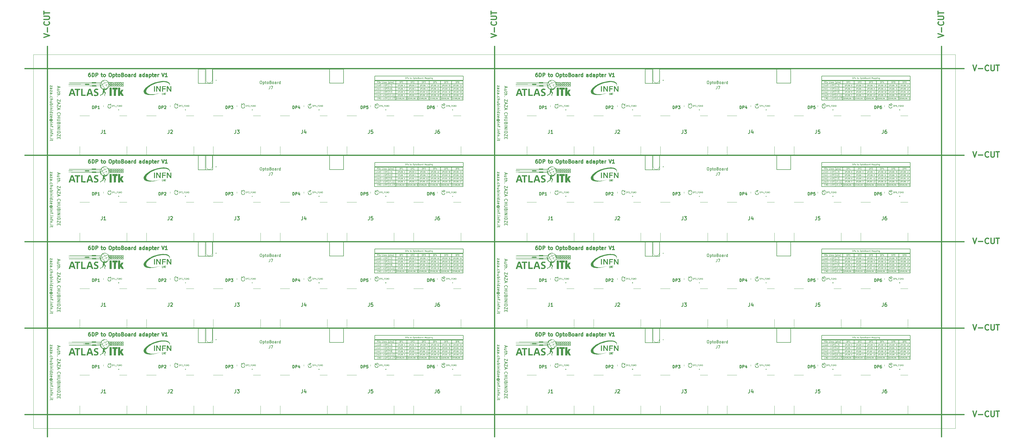
<source format=gbr>
%TF.GenerationSoftware,KiCad,Pcbnew,(7.0.0)*%
%TF.CreationDate,2023-07-14T11:16:40+02:00*%
%TF.ProjectId,Panelization,50616e65-6c69-47a6-9174-696f6e2e6b69,V1*%
%TF.SameCoordinates,Original*%
%TF.FileFunction,Legend,Top*%
%TF.FilePolarity,Positive*%
%FSLAX46Y46*%
G04 Gerber Fmt 4.6, Leading zero omitted, Abs format (unit mm)*
G04 Created by KiCad (PCBNEW (7.0.0)) date 2023-07-14 11:16:40*
%MOMM*%
%LPD*%
G01*
G04 APERTURE LIST*
%ADD10C,0.075000*%
%ADD11C,0.125000*%
%ADD12C,0.200000*%
%ADD13C,0.250000*%
%ADD14C,0.150000*%
%ADD15C,0.300000*%
%ADD16C,0.254000*%
%ADD17C,0.120000*%
%ADD18C,0.100000*%
%ADD19C,0.400000*%
%TA.AperFunction,Profile*%
%ADD20C,0.100000*%
%TD*%
%TA.AperFunction,Profile*%
%ADD21C,0.400000*%
%TD*%
G04 APERTURE END LIST*
D10*
X346950476Y-191866952D02*
X346950476Y-191466952D01*
X346950476Y-191466952D02*
X347045714Y-191466952D01*
X347045714Y-191466952D02*
X347102857Y-191486000D01*
X347102857Y-191486000D02*
X347140952Y-191524095D01*
X347140952Y-191524095D02*
X347159999Y-191562190D01*
X347159999Y-191562190D02*
X347179047Y-191638380D01*
X347179047Y-191638380D02*
X347179047Y-191695523D01*
X347179047Y-191695523D02*
X347159999Y-191771714D01*
X347159999Y-191771714D02*
X347140952Y-191809809D01*
X347140952Y-191809809D02*
X347102857Y-191847904D01*
X347102857Y-191847904D02*
X347045714Y-191866952D01*
X347045714Y-191866952D02*
X346950476Y-191866952D01*
X347426666Y-191466952D02*
X347502857Y-191466952D01*
X347502857Y-191466952D02*
X347540952Y-191486000D01*
X347540952Y-191486000D02*
X347579047Y-191524095D01*
X347579047Y-191524095D02*
X347598095Y-191600285D01*
X347598095Y-191600285D02*
X347598095Y-191733619D01*
X347598095Y-191733619D02*
X347579047Y-191809809D01*
X347579047Y-191809809D02*
X347540952Y-191847904D01*
X347540952Y-191847904D02*
X347502857Y-191866952D01*
X347502857Y-191866952D02*
X347426666Y-191866952D01*
X347426666Y-191866952D02*
X347388571Y-191847904D01*
X347388571Y-191847904D02*
X347350476Y-191809809D01*
X347350476Y-191809809D02*
X347331428Y-191733619D01*
X347331428Y-191733619D02*
X347331428Y-191600285D01*
X347331428Y-191600285D02*
X347350476Y-191524095D01*
X347350476Y-191524095D02*
X347388571Y-191486000D01*
X347388571Y-191486000D02*
X347426666Y-191466952D01*
X347731428Y-191466952D02*
X347826666Y-191866952D01*
X347826666Y-191866952D02*
X347902857Y-191581238D01*
X347902857Y-191581238D02*
X347979047Y-191866952D01*
X347979047Y-191866952D02*
X348074286Y-191466952D01*
X348226667Y-191866952D02*
X348226667Y-191466952D01*
X348226667Y-191466952D02*
X348455238Y-191866952D01*
X348455238Y-191866952D02*
X348455238Y-191466952D01*
X348836191Y-191866952D02*
X348645715Y-191866952D01*
X348645715Y-191866952D02*
X348645715Y-191466952D01*
X348969525Y-191866952D02*
X348969525Y-191466952D01*
X349160001Y-191866952D02*
X349160001Y-191466952D01*
X349160001Y-191466952D02*
X349388572Y-191866952D01*
X349388572Y-191866952D02*
X349388572Y-191466952D01*
X349579049Y-191866952D02*
X349579049Y-191466952D01*
X349807620Y-191866952D02*
X349636191Y-191638380D01*
X349807620Y-191466952D02*
X349579049Y-191695523D01*
X350200001Y-191505047D02*
X350219049Y-191486000D01*
X350219049Y-191486000D02*
X350257144Y-191466952D01*
X350257144Y-191466952D02*
X350352382Y-191466952D01*
X350352382Y-191466952D02*
X350390477Y-191486000D01*
X350390477Y-191486000D02*
X350409525Y-191505047D01*
X350409525Y-191505047D02*
X350428572Y-191543142D01*
X350428572Y-191543142D02*
X350428572Y-191581238D01*
X350428572Y-191581238D02*
X350409525Y-191638380D01*
X350409525Y-191638380D02*
X350180953Y-191866952D01*
X350180953Y-191866952D02*
X350428572Y-191866952D01*
X346950476Y-160866952D02*
X346950476Y-160466952D01*
X346950476Y-160466952D02*
X347045714Y-160466952D01*
X347045714Y-160466952D02*
X347102857Y-160486000D01*
X347102857Y-160486000D02*
X347140952Y-160524095D01*
X347140952Y-160524095D02*
X347159999Y-160562190D01*
X347159999Y-160562190D02*
X347179047Y-160638380D01*
X347179047Y-160638380D02*
X347179047Y-160695523D01*
X347179047Y-160695523D02*
X347159999Y-160771714D01*
X347159999Y-160771714D02*
X347140952Y-160809809D01*
X347140952Y-160809809D02*
X347102857Y-160847904D01*
X347102857Y-160847904D02*
X347045714Y-160866952D01*
X347045714Y-160866952D02*
X346950476Y-160866952D01*
X347426666Y-160466952D02*
X347502857Y-160466952D01*
X347502857Y-160466952D02*
X347540952Y-160486000D01*
X347540952Y-160486000D02*
X347579047Y-160524095D01*
X347579047Y-160524095D02*
X347598095Y-160600285D01*
X347598095Y-160600285D02*
X347598095Y-160733619D01*
X347598095Y-160733619D02*
X347579047Y-160809809D01*
X347579047Y-160809809D02*
X347540952Y-160847904D01*
X347540952Y-160847904D02*
X347502857Y-160866952D01*
X347502857Y-160866952D02*
X347426666Y-160866952D01*
X347426666Y-160866952D02*
X347388571Y-160847904D01*
X347388571Y-160847904D02*
X347350476Y-160809809D01*
X347350476Y-160809809D02*
X347331428Y-160733619D01*
X347331428Y-160733619D02*
X347331428Y-160600285D01*
X347331428Y-160600285D02*
X347350476Y-160524095D01*
X347350476Y-160524095D02*
X347388571Y-160486000D01*
X347388571Y-160486000D02*
X347426666Y-160466952D01*
X347731428Y-160466952D02*
X347826666Y-160866952D01*
X347826666Y-160866952D02*
X347902857Y-160581238D01*
X347902857Y-160581238D02*
X347979047Y-160866952D01*
X347979047Y-160866952D02*
X348074286Y-160466952D01*
X348226667Y-160866952D02*
X348226667Y-160466952D01*
X348226667Y-160466952D02*
X348455238Y-160866952D01*
X348455238Y-160866952D02*
X348455238Y-160466952D01*
X348836191Y-160866952D02*
X348645715Y-160866952D01*
X348645715Y-160866952D02*
X348645715Y-160466952D01*
X348969525Y-160866952D02*
X348969525Y-160466952D01*
X349160001Y-160866952D02*
X349160001Y-160466952D01*
X349160001Y-160466952D02*
X349388572Y-160866952D01*
X349388572Y-160866952D02*
X349388572Y-160466952D01*
X349579049Y-160866952D02*
X349579049Y-160466952D01*
X349807620Y-160866952D02*
X349636191Y-160638380D01*
X349807620Y-160466952D02*
X349579049Y-160695523D01*
X350200001Y-160505047D02*
X350219049Y-160486000D01*
X350219049Y-160486000D02*
X350257144Y-160466952D01*
X350257144Y-160466952D02*
X350352382Y-160466952D01*
X350352382Y-160466952D02*
X350390477Y-160486000D01*
X350390477Y-160486000D02*
X350409525Y-160505047D01*
X350409525Y-160505047D02*
X350428572Y-160543142D01*
X350428572Y-160543142D02*
X350428572Y-160581238D01*
X350428572Y-160581238D02*
X350409525Y-160638380D01*
X350409525Y-160638380D02*
X350180953Y-160866952D01*
X350180953Y-160866952D02*
X350428572Y-160866952D01*
X346950476Y-129866952D02*
X346950476Y-129466952D01*
X346950476Y-129466952D02*
X347045714Y-129466952D01*
X347045714Y-129466952D02*
X347102857Y-129486000D01*
X347102857Y-129486000D02*
X347140952Y-129524095D01*
X347140952Y-129524095D02*
X347159999Y-129562190D01*
X347159999Y-129562190D02*
X347179047Y-129638380D01*
X347179047Y-129638380D02*
X347179047Y-129695523D01*
X347179047Y-129695523D02*
X347159999Y-129771714D01*
X347159999Y-129771714D02*
X347140952Y-129809809D01*
X347140952Y-129809809D02*
X347102857Y-129847904D01*
X347102857Y-129847904D02*
X347045714Y-129866952D01*
X347045714Y-129866952D02*
X346950476Y-129866952D01*
X347426666Y-129466952D02*
X347502857Y-129466952D01*
X347502857Y-129466952D02*
X347540952Y-129486000D01*
X347540952Y-129486000D02*
X347579047Y-129524095D01*
X347579047Y-129524095D02*
X347598095Y-129600285D01*
X347598095Y-129600285D02*
X347598095Y-129733619D01*
X347598095Y-129733619D02*
X347579047Y-129809809D01*
X347579047Y-129809809D02*
X347540952Y-129847904D01*
X347540952Y-129847904D02*
X347502857Y-129866952D01*
X347502857Y-129866952D02*
X347426666Y-129866952D01*
X347426666Y-129866952D02*
X347388571Y-129847904D01*
X347388571Y-129847904D02*
X347350476Y-129809809D01*
X347350476Y-129809809D02*
X347331428Y-129733619D01*
X347331428Y-129733619D02*
X347331428Y-129600285D01*
X347331428Y-129600285D02*
X347350476Y-129524095D01*
X347350476Y-129524095D02*
X347388571Y-129486000D01*
X347388571Y-129486000D02*
X347426666Y-129466952D01*
X347731428Y-129466952D02*
X347826666Y-129866952D01*
X347826666Y-129866952D02*
X347902857Y-129581238D01*
X347902857Y-129581238D02*
X347979047Y-129866952D01*
X347979047Y-129866952D02*
X348074286Y-129466952D01*
X348226667Y-129866952D02*
X348226667Y-129466952D01*
X348226667Y-129466952D02*
X348455238Y-129866952D01*
X348455238Y-129866952D02*
X348455238Y-129466952D01*
X348836191Y-129866952D02*
X348645715Y-129866952D01*
X348645715Y-129866952D02*
X348645715Y-129466952D01*
X348969525Y-129866952D02*
X348969525Y-129466952D01*
X349160001Y-129866952D02*
X349160001Y-129466952D01*
X349160001Y-129466952D02*
X349388572Y-129866952D01*
X349388572Y-129866952D02*
X349388572Y-129466952D01*
X349579049Y-129866952D02*
X349579049Y-129466952D01*
X349807620Y-129866952D02*
X349636191Y-129638380D01*
X349807620Y-129466952D02*
X349579049Y-129695523D01*
X350200001Y-129505047D02*
X350219049Y-129486000D01*
X350219049Y-129486000D02*
X350257144Y-129466952D01*
X350257144Y-129466952D02*
X350352382Y-129466952D01*
X350352382Y-129466952D02*
X350390477Y-129486000D01*
X350390477Y-129486000D02*
X350409525Y-129505047D01*
X350409525Y-129505047D02*
X350428572Y-129543142D01*
X350428572Y-129543142D02*
X350428572Y-129581238D01*
X350428572Y-129581238D02*
X350409525Y-129638380D01*
X350409525Y-129638380D02*
X350180953Y-129866952D01*
X350180953Y-129866952D02*
X350428572Y-129866952D01*
X186950476Y-160866952D02*
X186950476Y-160466952D01*
X186950476Y-160466952D02*
X187045714Y-160466952D01*
X187045714Y-160466952D02*
X187102857Y-160486000D01*
X187102857Y-160486000D02*
X187140952Y-160524095D01*
X187140952Y-160524095D02*
X187159999Y-160562190D01*
X187159999Y-160562190D02*
X187179047Y-160638380D01*
X187179047Y-160638380D02*
X187179047Y-160695523D01*
X187179047Y-160695523D02*
X187159999Y-160771714D01*
X187159999Y-160771714D02*
X187140952Y-160809809D01*
X187140952Y-160809809D02*
X187102857Y-160847904D01*
X187102857Y-160847904D02*
X187045714Y-160866952D01*
X187045714Y-160866952D02*
X186950476Y-160866952D01*
X187426666Y-160466952D02*
X187502857Y-160466952D01*
X187502857Y-160466952D02*
X187540952Y-160486000D01*
X187540952Y-160486000D02*
X187579047Y-160524095D01*
X187579047Y-160524095D02*
X187598095Y-160600285D01*
X187598095Y-160600285D02*
X187598095Y-160733619D01*
X187598095Y-160733619D02*
X187579047Y-160809809D01*
X187579047Y-160809809D02*
X187540952Y-160847904D01*
X187540952Y-160847904D02*
X187502857Y-160866952D01*
X187502857Y-160866952D02*
X187426666Y-160866952D01*
X187426666Y-160866952D02*
X187388571Y-160847904D01*
X187388571Y-160847904D02*
X187350476Y-160809809D01*
X187350476Y-160809809D02*
X187331428Y-160733619D01*
X187331428Y-160733619D02*
X187331428Y-160600285D01*
X187331428Y-160600285D02*
X187350476Y-160524095D01*
X187350476Y-160524095D02*
X187388571Y-160486000D01*
X187388571Y-160486000D02*
X187426666Y-160466952D01*
X187731428Y-160466952D02*
X187826666Y-160866952D01*
X187826666Y-160866952D02*
X187902857Y-160581238D01*
X187902857Y-160581238D02*
X187979047Y-160866952D01*
X187979047Y-160866952D02*
X188074286Y-160466952D01*
X188226667Y-160866952D02*
X188226667Y-160466952D01*
X188226667Y-160466952D02*
X188455238Y-160866952D01*
X188455238Y-160866952D02*
X188455238Y-160466952D01*
X188836191Y-160866952D02*
X188645715Y-160866952D01*
X188645715Y-160866952D02*
X188645715Y-160466952D01*
X188969525Y-160866952D02*
X188969525Y-160466952D01*
X189160001Y-160866952D02*
X189160001Y-160466952D01*
X189160001Y-160466952D02*
X189388572Y-160866952D01*
X189388572Y-160866952D02*
X189388572Y-160466952D01*
X189579049Y-160866952D02*
X189579049Y-160466952D01*
X189807620Y-160866952D02*
X189636191Y-160638380D01*
X189807620Y-160466952D02*
X189579049Y-160695523D01*
X190200001Y-160505047D02*
X190219049Y-160486000D01*
X190219049Y-160486000D02*
X190257144Y-160466952D01*
X190257144Y-160466952D02*
X190352382Y-160466952D01*
X190352382Y-160466952D02*
X190390477Y-160486000D01*
X190390477Y-160486000D02*
X190409525Y-160505047D01*
X190409525Y-160505047D02*
X190428572Y-160543142D01*
X190428572Y-160543142D02*
X190428572Y-160581238D01*
X190428572Y-160581238D02*
X190409525Y-160638380D01*
X190409525Y-160638380D02*
X190180953Y-160866952D01*
X190180953Y-160866952D02*
X190428572Y-160866952D01*
X186950476Y-98866952D02*
X186950476Y-98466952D01*
X186950476Y-98466952D02*
X187045714Y-98466952D01*
X187045714Y-98466952D02*
X187102857Y-98486000D01*
X187102857Y-98486000D02*
X187140952Y-98524095D01*
X187140952Y-98524095D02*
X187159999Y-98562190D01*
X187159999Y-98562190D02*
X187179047Y-98638380D01*
X187179047Y-98638380D02*
X187179047Y-98695523D01*
X187179047Y-98695523D02*
X187159999Y-98771714D01*
X187159999Y-98771714D02*
X187140952Y-98809809D01*
X187140952Y-98809809D02*
X187102857Y-98847904D01*
X187102857Y-98847904D02*
X187045714Y-98866952D01*
X187045714Y-98866952D02*
X186950476Y-98866952D01*
X187426666Y-98466952D02*
X187502857Y-98466952D01*
X187502857Y-98466952D02*
X187540952Y-98486000D01*
X187540952Y-98486000D02*
X187579047Y-98524095D01*
X187579047Y-98524095D02*
X187598095Y-98600285D01*
X187598095Y-98600285D02*
X187598095Y-98733619D01*
X187598095Y-98733619D02*
X187579047Y-98809809D01*
X187579047Y-98809809D02*
X187540952Y-98847904D01*
X187540952Y-98847904D02*
X187502857Y-98866952D01*
X187502857Y-98866952D02*
X187426666Y-98866952D01*
X187426666Y-98866952D02*
X187388571Y-98847904D01*
X187388571Y-98847904D02*
X187350476Y-98809809D01*
X187350476Y-98809809D02*
X187331428Y-98733619D01*
X187331428Y-98733619D02*
X187331428Y-98600285D01*
X187331428Y-98600285D02*
X187350476Y-98524095D01*
X187350476Y-98524095D02*
X187388571Y-98486000D01*
X187388571Y-98486000D02*
X187426666Y-98466952D01*
X187731428Y-98466952D02*
X187826666Y-98866952D01*
X187826666Y-98866952D02*
X187902857Y-98581238D01*
X187902857Y-98581238D02*
X187979047Y-98866952D01*
X187979047Y-98866952D02*
X188074286Y-98466952D01*
X188226667Y-98866952D02*
X188226667Y-98466952D01*
X188226667Y-98466952D02*
X188455238Y-98866952D01*
X188455238Y-98866952D02*
X188455238Y-98466952D01*
X188836191Y-98866952D02*
X188645715Y-98866952D01*
X188645715Y-98866952D02*
X188645715Y-98466952D01*
X188969525Y-98866952D02*
X188969525Y-98466952D01*
X189160001Y-98866952D02*
X189160001Y-98466952D01*
X189160001Y-98466952D02*
X189388572Y-98866952D01*
X189388572Y-98866952D02*
X189388572Y-98466952D01*
X189579049Y-98866952D02*
X189579049Y-98466952D01*
X189807620Y-98866952D02*
X189636191Y-98638380D01*
X189807620Y-98466952D02*
X189579049Y-98695523D01*
X190200001Y-98505047D02*
X190219049Y-98486000D01*
X190219049Y-98486000D02*
X190257144Y-98466952D01*
X190257144Y-98466952D02*
X190352382Y-98466952D01*
X190352382Y-98466952D02*
X190390477Y-98486000D01*
X190390477Y-98486000D02*
X190409525Y-98505047D01*
X190409525Y-98505047D02*
X190428572Y-98543142D01*
X190428572Y-98543142D02*
X190428572Y-98581238D01*
X190428572Y-98581238D02*
X190409525Y-98638380D01*
X190409525Y-98638380D02*
X190180953Y-98866952D01*
X190180953Y-98866952D02*
X190428572Y-98866952D01*
X186950476Y-191866952D02*
X186950476Y-191466952D01*
X186950476Y-191466952D02*
X187045714Y-191466952D01*
X187045714Y-191466952D02*
X187102857Y-191486000D01*
X187102857Y-191486000D02*
X187140952Y-191524095D01*
X187140952Y-191524095D02*
X187159999Y-191562190D01*
X187159999Y-191562190D02*
X187179047Y-191638380D01*
X187179047Y-191638380D02*
X187179047Y-191695523D01*
X187179047Y-191695523D02*
X187159999Y-191771714D01*
X187159999Y-191771714D02*
X187140952Y-191809809D01*
X187140952Y-191809809D02*
X187102857Y-191847904D01*
X187102857Y-191847904D02*
X187045714Y-191866952D01*
X187045714Y-191866952D02*
X186950476Y-191866952D01*
X187426666Y-191466952D02*
X187502857Y-191466952D01*
X187502857Y-191466952D02*
X187540952Y-191486000D01*
X187540952Y-191486000D02*
X187579047Y-191524095D01*
X187579047Y-191524095D02*
X187598095Y-191600285D01*
X187598095Y-191600285D02*
X187598095Y-191733619D01*
X187598095Y-191733619D02*
X187579047Y-191809809D01*
X187579047Y-191809809D02*
X187540952Y-191847904D01*
X187540952Y-191847904D02*
X187502857Y-191866952D01*
X187502857Y-191866952D02*
X187426666Y-191866952D01*
X187426666Y-191866952D02*
X187388571Y-191847904D01*
X187388571Y-191847904D02*
X187350476Y-191809809D01*
X187350476Y-191809809D02*
X187331428Y-191733619D01*
X187331428Y-191733619D02*
X187331428Y-191600285D01*
X187331428Y-191600285D02*
X187350476Y-191524095D01*
X187350476Y-191524095D02*
X187388571Y-191486000D01*
X187388571Y-191486000D02*
X187426666Y-191466952D01*
X187731428Y-191466952D02*
X187826666Y-191866952D01*
X187826666Y-191866952D02*
X187902857Y-191581238D01*
X187902857Y-191581238D02*
X187979047Y-191866952D01*
X187979047Y-191866952D02*
X188074286Y-191466952D01*
X188226667Y-191866952D02*
X188226667Y-191466952D01*
X188226667Y-191466952D02*
X188455238Y-191866952D01*
X188455238Y-191866952D02*
X188455238Y-191466952D01*
X188836191Y-191866952D02*
X188645715Y-191866952D01*
X188645715Y-191866952D02*
X188645715Y-191466952D01*
X188969525Y-191866952D02*
X188969525Y-191466952D01*
X189160001Y-191866952D02*
X189160001Y-191466952D01*
X189160001Y-191466952D02*
X189388572Y-191866952D01*
X189388572Y-191866952D02*
X189388572Y-191466952D01*
X189579049Y-191866952D02*
X189579049Y-191466952D01*
X189807620Y-191866952D02*
X189636191Y-191638380D01*
X189807620Y-191466952D02*
X189579049Y-191695523D01*
X190200001Y-191505047D02*
X190219049Y-191486000D01*
X190219049Y-191486000D02*
X190257144Y-191466952D01*
X190257144Y-191466952D02*
X190352382Y-191466952D01*
X190352382Y-191466952D02*
X190390477Y-191486000D01*
X190390477Y-191486000D02*
X190409525Y-191505047D01*
X190409525Y-191505047D02*
X190428572Y-191543142D01*
X190428572Y-191543142D02*
X190428572Y-191581238D01*
X190428572Y-191581238D02*
X190409525Y-191638380D01*
X190409525Y-191638380D02*
X190180953Y-191866952D01*
X190180953Y-191866952D02*
X190428572Y-191866952D01*
X186950476Y-129866952D02*
X186950476Y-129466952D01*
X186950476Y-129466952D02*
X187045714Y-129466952D01*
X187045714Y-129466952D02*
X187102857Y-129486000D01*
X187102857Y-129486000D02*
X187140952Y-129524095D01*
X187140952Y-129524095D02*
X187159999Y-129562190D01*
X187159999Y-129562190D02*
X187179047Y-129638380D01*
X187179047Y-129638380D02*
X187179047Y-129695523D01*
X187179047Y-129695523D02*
X187159999Y-129771714D01*
X187159999Y-129771714D02*
X187140952Y-129809809D01*
X187140952Y-129809809D02*
X187102857Y-129847904D01*
X187102857Y-129847904D02*
X187045714Y-129866952D01*
X187045714Y-129866952D02*
X186950476Y-129866952D01*
X187426666Y-129466952D02*
X187502857Y-129466952D01*
X187502857Y-129466952D02*
X187540952Y-129486000D01*
X187540952Y-129486000D02*
X187579047Y-129524095D01*
X187579047Y-129524095D02*
X187598095Y-129600285D01*
X187598095Y-129600285D02*
X187598095Y-129733619D01*
X187598095Y-129733619D02*
X187579047Y-129809809D01*
X187579047Y-129809809D02*
X187540952Y-129847904D01*
X187540952Y-129847904D02*
X187502857Y-129866952D01*
X187502857Y-129866952D02*
X187426666Y-129866952D01*
X187426666Y-129866952D02*
X187388571Y-129847904D01*
X187388571Y-129847904D02*
X187350476Y-129809809D01*
X187350476Y-129809809D02*
X187331428Y-129733619D01*
X187331428Y-129733619D02*
X187331428Y-129600285D01*
X187331428Y-129600285D02*
X187350476Y-129524095D01*
X187350476Y-129524095D02*
X187388571Y-129486000D01*
X187388571Y-129486000D02*
X187426666Y-129466952D01*
X187731428Y-129466952D02*
X187826666Y-129866952D01*
X187826666Y-129866952D02*
X187902857Y-129581238D01*
X187902857Y-129581238D02*
X187979047Y-129866952D01*
X187979047Y-129866952D02*
X188074286Y-129466952D01*
X188226667Y-129866952D02*
X188226667Y-129466952D01*
X188226667Y-129466952D02*
X188455238Y-129866952D01*
X188455238Y-129866952D02*
X188455238Y-129466952D01*
X188836191Y-129866952D02*
X188645715Y-129866952D01*
X188645715Y-129866952D02*
X188645715Y-129466952D01*
X188969525Y-129866952D02*
X188969525Y-129466952D01*
X189160001Y-129866952D02*
X189160001Y-129466952D01*
X189160001Y-129466952D02*
X189388572Y-129866952D01*
X189388572Y-129866952D02*
X189388572Y-129466952D01*
X189579049Y-129866952D02*
X189579049Y-129466952D01*
X189807620Y-129866952D02*
X189636191Y-129638380D01*
X189807620Y-129466952D02*
X189579049Y-129695523D01*
X190200001Y-129505047D02*
X190219049Y-129486000D01*
X190219049Y-129486000D02*
X190257144Y-129466952D01*
X190257144Y-129466952D02*
X190352382Y-129466952D01*
X190352382Y-129466952D02*
X190390477Y-129486000D01*
X190390477Y-129486000D02*
X190409525Y-129505047D01*
X190409525Y-129505047D02*
X190428572Y-129543142D01*
X190428572Y-129543142D02*
X190428572Y-129581238D01*
X190428572Y-129581238D02*
X190409525Y-129638380D01*
X190409525Y-129638380D02*
X190180953Y-129866952D01*
X190180953Y-129866952D02*
X190428572Y-129866952D01*
X346950476Y-98866952D02*
X346950476Y-98466952D01*
X346950476Y-98466952D02*
X347045714Y-98466952D01*
X347045714Y-98466952D02*
X347102857Y-98486000D01*
X347102857Y-98486000D02*
X347140952Y-98524095D01*
X347140952Y-98524095D02*
X347159999Y-98562190D01*
X347159999Y-98562190D02*
X347179047Y-98638380D01*
X347179047Y-98638380D02*
X347179047Y-98695523D01*
X347179047Y-98695523D02*
X347159999Y-98771714D01*
X347159999Y-98771714D02*
X347140952Y-98809809D01*
X347140952Y-98809809D02*
X347102857Y-98847904D01*
X347102857Y-98847904D02*
X347045714Y-98866952D01*
X347045714Y-98866952D02*
X346950476Y-98866952D01*
X347426666Y-98466952D02*
X347502857Y-98466952D01*
X347502857Y-98466952D02*
X347540952Y-98486000D01*
X347540952Y-98486000D02*
X347579047Y-98524095D01*
X347579047Y-98524095D02*
X347598095Y-98600285D01*
X347598095Y-98600285D02*
X347598095Y-98733619D01*
X347598095Y-98733619D02*
X347579047Y-98809809D01*
X347579047Y-98809809D02*
X347540952Y-98847904D01*
X347540952Y-98847904D02*
X347502857Y-98866952D01*
X347502857Y-98866952D02*
X347426666Y-98866952D01*
X347426666Y-98866952D02*
X347388571Y-98847904D01*
X347388571Y-98847904D02*
X347350476Y-98809809D01*
X347350476Y-98809809D02*
X347331428Y-98733619D01*
X347331428Y-98733619D02*
X347331428Y-98600285D01*
X347331428Y-98600285D02*
X347350476Y-98524095D01*
X347350476Y-98524095D02*
X347388571Y-98486000D01*
X347388571Y-98486000D02*
X347426666Y-98466952D01*
X347731428Y-98466952D02*
X347826666Y-98866952D01*
X347826666Y-98866952D02*
X347902857Y-98581238D01*
X347902857Y-98581238D02*
X347979047Y-98866952D01*
X347979047Y-98866952D02*
X348074286Y-98466952D01*
X348226667Y-98866952D02*
X348226667Y-98466952D01*
X348226667Y-98466952D02*
X348455238Y-98866952D01*
X348455238Y-98866952D02*
X348455238Y-98466952D01*
X348836191Y-98866952D02*
X348645715Y-98866952D01*
X348645715Y-98866952D02*
X348645715Y-98466952D01*
X348969525Y-98866952D02*
X348969525Y-98466952D01*
X349160001Y-98866952D02*
X349160001Y-98466952D01*
X349160001Y-98466952D02*
X349388572Y-98866952D01*
X349388572Y-98866952D02*
X349388572Y-98466952D01*
X349579049Y-98866952D02*
X349579049Y-98466952D01*
X349807620Y-98866952D02*
X349636191Y-98638380D01*
X349807620Y-98466952D02*
X349579049Y-98695523D01*
X350200001Y-98505047D02*
X350219049Y-98486000D01*
X350219049Y-98486000D02*
X350257144Y-98466952D01*
X350257144Y-98466952D02*
X350352382Y-98466952D01*
X350352382Y-98466952D02*
X350390477Y-98486000D01*
X350390477Y-98486000D02*
X350409525Y-98505047D01*
X350409525Y-98505047D02*
X350428572Y-98543142D01*
X350428572Y-98543142D02*
X350428572Y-98581238D01*
X350428572Y-98581238D02*
X350409525Y-98638380D01*
X350409525Y-98638380D02*
X350180953Y-98866952D01*
X350180953Y-98866952D02*
X350428572Y-98866952D01*
X195238095Y-186818952D02*
X195238095Y-187142761D01*
X195238095Y-187142761D02*
X195257142Y-187180857D01*
X195257142Y-187180857D02*
X195276190Y-187199904D01*
X195276190Y-187199904D02*
X195314285Y-187218952D01*
X195314285Y-187218952D02*
X195390476Y-187218952D01*
X195390476Y-187218952D02*
X195428571Y-187199904D01*
X195428571Y-187199904D02*
X195447618Y-187180857D01*
X195447618Y-187180857D02*
X195466666Y-187142761D01*
X195466666Y-187142761D02*
X195466666Y-186818952D01*
X195657143Y-187218952D02*
X195657143Y-186818952D01*
X195657143Y-186818952D02*
X195809524Y-186818952D01*
X195809524Y-186818952D02*
X195847619Y-186838000D01*
X195847619Y-186838000D02*
X195866666Y-186857047D01*
X195866666Y-186857047D02*
X195885714Y-186895142D01*
X195885714Y-186895142D02*
X195885714Y-186952285D01*
X195885714Y-186952285D02*
X195866666Y-186990380D01*
X195866666Y-186990380D02*
X195847619Y-187009428D01*
X195847619Y-187009428D02*
X195809524Y-187028476D01*
X195809524Y-187028476D02*
X195657143Y-187028476D01*
X196247619Y-187218952D02*
X196057143Y-187218952D01*
X196057143Y-187218952D02*
X196057143Y-186818952D01*
X196380953Y-187218952D02*
X196380953Y-186818952D01*
X196571429Y-187218952D02*
X196571429Y-186818952D01*
X196571429Y-186818952D02*
X196800000Y-187218952D01*
X196800000Y-187218952D02*
X196800000Y-186818952D01*
X196990477Y-187218952D02*
X196990477Y-186818952D01*
X197219048Y-187218952D02*
X197047619Y-186990380D01*
X197219048Y-186818952D02*
X196990477Y-187047523D01*
X197840000Y-187218952D02*
X197611429Y-187218952D01*
X197725715Y-187218952D02*
X197725715Y-186818952D01*
X197725715Y-186818952D02*
X197687619Y-186876095D01*
X197687619Y-186876095D02*
X197649524Y-186914190D01*
X197649524Y-186914190D02*
X197611429Y-186933238D01*
X198182857Y-186952285D02*
X198182857Y-187218952D01*
X198087619Y-186799904D02*
X197992381Y-187085619D01*
X197992381Y-187085619D02*
X198240000Y-187085619D01*
X355238095Y-93818952D02*
X355238095Y-94142761D01*
X355238095Y-94142761D02*
X355257142Y-94180857D01*
X355257142Y-94180857D02*
X355276190Y-94199904D01*
X355276190Y-94199904D02*
X355314285Y-94218952D01*
X355314285Y-94218952D02*
X355390476Y-94218952D01*
X355390476Y-94218952D02*
X355428571Y-94199904D01*
X355428571Y-94199904D02*
X355447618Y-94180857D01*
X355447618Y-94180857D02*
X355466666Y-94142761D01*
X355466666Y-94142761D02*
X355466666Y-93818952D01*
X355657143Y-94218952D02*
X355657143Y-93818952D01*
X355657143Y-93818952D02*
X355809524Y-93818952D01*
X355809524Y-93818952D02*
X355847619Y-93838000D01*
X355847619Y-93838000D02*
X355866666Y-93857047D01*
X355866666Y-93857047D02*
X355885714Y-93895142D01*
X355885714Y-93895142D02*
X355885714Y-93952285D01*
X355885714Y-93952285D02*
X355866666Y-93990380D01*
X355866666Y-93990380D02*
X355847619Y-94009428D01*
X355847619Y-94009428D02*
X355809524Y-94028476D01*
X355809524Y-94028476D02*
X355657143Y-94028476D01*
X356247619Y-94218952D02*
X356057143Y-94218952D01*
X356057143Y-94218952D02*
X356057143Y-93818952D01*
X356380953Y-94218952D02*
X356380953Y-93818952D01*
X356571429Y-94218952D02*
X356571429Y-93818952D01*
X356571429Y-93818952D02*
X356800000Y-94218952D01*
X356800000Y-94218952D02*
X356800000Y-93818952D01*
X356990477Y-94218952D02*
X356990477Y-93818952D01*
X357219048Y-94218952D02*
X357047619Y-93990380D01*
X357219048Y-93818952D02*
X356990477Y-94047523D01*
X357840000Y-94218952D02*
X357611429Y-94218952D01*
X357725715Y-94218952D02*
X357725715Y-93818952D01*
X357725715Y-93818952D02*
X357687619Y-93876095D01*
X357687619Y-93876095D02*
X357649524Y-93914190D01*
X357649524Y-93914190D02*
X357611429Y-93933238D01*
X358182857Y-93952285D02*
X358182857Y-94218952D01*
X358087619Y-93799904D02*
X357992381Y-94085619D01*
X357992381Y-94085619D02*
X358240000Y-94085619D01*
X195238095Y-93818952D02*
X195238095Y-94142761D01*
X195238095Y-94142761D02*
X195257142Y-94180857D01*
X195257142Y-94180857D02*
X195276190Y-94199904D01*
X195276190Y-94199904D02*
X195314285Y-94218952D01*
X195314285Y-94218952D02*
X195390476Y-94218952D01*
X195390476Y-94218952D02*
X195428571Y-94199904D01*
X195428571Y-94199904D02*
X195447618Y-94180857D01*
X195447618Y-94180857D02*
X195466666Y-94142761D01*
X195466666Y-94142761D02*
X195466666Y-93818952D01*
X195657143Y-94218952D02*
X195657143Y-93818952D01*
X195657143Y-93818952D02*
X195809524Y-93818952D01*
X195809524Y-93818952D02*
X195847619Y-93838000D01*
X195847619Y-93838000D02*
X195866666Y-93857047D01*
X195866666Y-93857047D02*
X195885714Y-93895142D01*
X195885714Y-93895142D02*
X195885714Y-93952285D01*
X195885714Y-93952285D02*
X195866666Y-93990380D01*
X195866666Y-93990380D02*
X195847619Y-94009428D01*
X195847619Y-94009428D02*
X195809524Y-94028476D01*
X195809524Y-94028476D02*
X195657143Y-94028476D01*
X196247619Y-94218952D02*
X196057143Y-94218952D01*
X196057143Y-94218952D02*
X196057143Y-93818952D01*
X196380953Y-94218952D02*
X196380953Y-93818952D01*
X196571429Y-94218952D02*
X196571429Y-93818952D01*
X196571429Y-93818952D02*
X196800000Y-94218952D01*
X196800000Y-94218952D02*
X196800000Y-93818952D01*
X196990477Y-94218952D02*
X196990477Y-93818952D01*
X197219048Y-94218952D02*
X197047619Y-93990380D01*
X197219048Y-93818952D02*
X196990477Y-94047523D01*
X197840000Y-94218952D02*
X197611429Y-94218952D01*
X197725715Y-94218952D02*
X197725715Y-93818952D01*
X197725715Y-93818952D02*
X197687619Y-93876095D01*
X197687619Y-93876095D02*
X197649524Y-93914190D01*
X197649524Y-93914190D02*
X197611429Y-93933238D01*
X198182857Y-93952285D02*
X198182857Y-94218952D01*
X198087619Y-93799904D02*
X197992381Y-94085619D01*
X197992381Y-94085619D02*
X198240000Y-94085619D01*
X355238095Y-124818952D02*
X355238095Y-125142761D01*
X355238095Y-125142761D02*
X355257142Y-125180857D01*
X355257142Y-125180857D02*
X355276190Y-125199904D01*
X355276190Y-125199904D02*
X355314285Y-125218952D01*
X355314285Y-125218952D02*
X355390476Y-125218952D01*
X355390476Y-125218952D02*
X355428571Y-125199904D01*
X355428571Y-125199904D02*
X355447618Y-125180857D01*
X355447618Y-125180857D02*
X355466666Y-125142761D01*
X355466666Y-125142761D02*
X355466666Y-124818952D01*
X355657143Y-125218952D02*
X355657143Y-124818952D01*
X355657143Y-124818952D02*
X355809524Y-124818952D01*
X355809524Y-124818952D02*
X355847619Y-124838000D01*
X355847619Y-124838000D02*
X355866666Y-124857047D01*
X355866666Y-124857047D02*
X355885714Y-124895142D01*
X355885714Y-124895142D02*
X355885714Y-124952285D01*
X355885714Y-124952285D02*
X355866666Y-124990380D01*
X355866666Y-124990380D02*
X355847619Y-125009428D01*
X355847619Y-125009428D02*
X355809524Y-125028476D01*
X355809524Y-125028476D02*
X355657143Y-125028476D01*
X356247619Y-125218952D02*
X356057143Y-125218952D01*
X356057143Y-125218952D02*
X356057143Y-124818952D01*
X356380953Y-125218952D02*
X356380953Y-124818952D01*
X356571429Y-125218952D02*
X356571429Y-124818952D01*
X356571429Y-124818952D02*
X356800000Y-125218952D01*
X356800000Y-125218952D02*
X356800000Y-124818952D01*
X356990477Y-125218952D02*
X356990477Y-124818952D01*
X357219048Y-125218952D02*
X357047619Y-124990380D01*
X357219048Y-124818952D02*
X356990477Y-125047523D01*
X357840000Y-125218952D02*
X357611429Y-125218952D01*
X357725715Y-125218952D02*
X357725715Y-124818952D01*
X357725715Y-124818952D02*
X357687619Y-124876095D01*
X357687619Y-124876095D02*
X357649524Y-124914190D01*
X357649524Y-124914190D02*
X357611429Y-124933238D01*
X358182857Y-124952285D02*
X358182857Y-125218952D01*
X358087619Y-124799904D02*
X357992381Y-125085619D01*
X357992381Y-125085619D02*
X358240000Y-125085619D01*
X355238095Y-155818952D02*
X355238095Y-156142761D01*
X355238095Y-156142761D02*
X355257142Y-156180857D01*
X355257142Y-156180857D02*
X355276190Y-156199904D01*
X355276190Y-156199904D02*
X355314285Y-156218952D01*
X355314285Y-156218952D02*
X355390476Y-156218952D01*
X355390476Y-156218952D02*
X355428571Y-156199904D01*
X355428571Y-156199904D02*
X355447618Y-156180857D01*
X355447618Y-156180857D02*
X355466666Y-156142761D01*
X355466666Y-156142761D02*
X355466666Y-155818952D01*
X355657143Y-156218952D02*
X355657143Y-155818952D01*
X355657143Y-155818952D02*
X355809524Y-155818952D01*
X355809524Y-155818952D02*
X355847619Y-155838000D01*
X355847619Y-155838000D02*
X355866666Y-155857047D01*
X355866666Y-155857047D02*
X355885714Y-155895142D01*
X355885714Y-155895142D02*
X355885714Y-155952285D01*
X355885714Y-155952285D02*
X355866666Y-155990380D01*
X355866666Y-155990380D02*
X355847619Y-156009428D01*
X355847619Y-156009428D02*
X355809524Y-156028476D01*
X355809524Y-156028476D02*
X355657143Y-156028476D01*
X356247619Y-156218952D02*
X356057143Y-156218952D01*
X356057143Y-156218952D02*
X356057143Y-155818952D01*
X356380953Y-156218952D02*
X356380953Y-155818952D01*
X356571429Y-156218952D02*
X356571429Y-155818952D01*
X356571429Y-155818952D02*
X356800000Y-156218952D01*
X356800000Y-156218952D02*
X356800000Y-155818952D01*
X356990477Y-156218952D02*
X356990477Y-155818952D01*
X357219048Y-156218952D02*
X357047619Y-155990380D01*
X357219048Y-155818952D02*
X356990477Y-156047523D01*
X357840000Y-156218952D02*
X357611429Y-156218952D01*
X357725715Y-156218952D02*
X357725715Y-155818952D01*
X357725715Y-155818952D02*
X357687619Y-155876095D01*
X357687619Y-155876095D02*
X357649524Y-155914190D01*
X357649524Y-155914190D02*
X357611429Y-155933238D01*
X358182857Y-155952285D02*
X358182857Y-156218952D01*
X358087619Y-155799904D02*
X357992381Y-156085619D01*
X357992381Y-156085619D02*
X358240000Y-156085619D01*
X195238095Y-155818952D02*
X195238095Y-156142761D01*
X195238095Y-156142761D02*
X195257142Y-156180857D01*
X195257142Y-156180857D02*
X195276190Y-156199904D01*
X195276190Y-156199904D02*
X195314285Y-156218952D01*
X195314285Y-156218952D02*
X195390476Y-156218952D01*
X195390476Y-156218952D02*
X195428571Y-156199904D01*
X195428571Y-156199904D02*
X195447618Y-156180857D01*
X195447618Y-156180857D02*
X195466666Y-156142761D01*
X195466666Y-156142761D02*
X195466666Y-155818952D01*
X195657143Y-156218952D02*
X195657143Y-155818952D01*
X195657143Y-155818952D02*
X195809524Y-155818952D01*
X195809524Y-155818952D02*
X195847619Y-155838000D01*
X195847619Y-155838000D02*
X195866666Y-155857047D01*
X195866666Y-155857047D02*
X195885714Y-155895142D01*
X195885714Y-155895142D02*
X195885714Y-155952285D01*
X195885714Y-155952285D02*
X195866666Y-155990380D01*
X195866666Y-155990380D02*
X195847619Y-156009428D01*
X195847619Y-156009428D02*
X195809524Y-156028476D01*
X195809524Y-156028476D02*
X195657143Y-156028476D01*
X196247619Y-156218952D02*
X196057143Y-156218952D01*
X196057143Y-156218952D02*
X196057143Y-155818952D01*
X196380953Y-156218952D02*
X196380953Y-155818952D01*
X196571429Y-156218952D02*
X196571429Y-155818952D01*
X196571429Y-155818952D02*
X196800000Y-156218952D01*
X196800000Y-156218952D02*
X196800000Y-155818952D01*
X196990477Y-156218952D02*
X196990477Y-155818952D01*
X197219048Y-156218952D02*
X197047619Y-155990380D01*
X197219048Y-155818952D02*
X196990477Y-156047523D01*
X197840000Y-156218952D02*
X197611429Y-156218952D01*
X197725715Y-156218952D02*
X197725715Y-155818952D01*
X197725715Y-155818952D02*
X197687619Y-155876095D01*
X197687619Y-155876095D02*
X197649524Y-155914190D01*
X197649524Y-155914190D02*
X197611429Y-155933238D01*
X198182857Y-155952285D02*
X198182857Y-156218952D01*
X198087619Y-155799904D02*
X197992381Y-156085619D01*
X197992381Y-156085619D02*
X198240000Y-156085619D01*
X355238095Y-186818952D02*
X355238095Y-187142761D01*
X355238095Y-187142761D02*
X355257142Y-187180857D01*
X355257142Y-187180857D02*
X355276190Y-187199904D01*
X355276190Y-187199904D02*
X355314285Y-187218952D01*
X355314285Y-187218952D02*
X355390476Y-187218952D01*
X355390476Y-187218952D02*
X355428571Y-187199904D01*
X355428571Y-187199904D02*
X355447618Y-187180857D01*
X355447618Y-187180857D02*
X355466666Y-187142761D01*
X355466666Y-187142761D02*
X355466666Y-186818952D01*
X355657143Y-187218952D02*
X355657143Y-186818952D01*
X355657143Y-186818952D02*
X355809524Y-186818952D01*
X355809524Y-186818952D02*
X355847619Y-186838000D01*
X355847619Y-186838000D02*
X355866666Y-186857047D01*
X355866666Y-186857047D02*
X355885714Y-186895142D01*
X355885714Y-186895142D02*
X355885714Y-186952285D01*
X355885714Y-186952285D02*
X355866666Y-186990380D01*
X355866666Y-186990380D02*
X355847619Y-187009428D01*
X355847619Y-187009428D02*
X355809524Y-187028476D01*
X355809524Y-187028476D02*
X355657143Y-187028476D01*
X356247619Y-187218952D02*
X356057143Y-187218952D01*
X356057143Y-187218952D02*
X356057143Y-186818952D01*
X356380953Y-187218952D02*
X356380953Y-186818952D01*
X356571429Y-187218952D02*
X356571429Y-186818952D01*
X356571429Y-186818952D02*
X356800000Y-187218952D01*
X356800000Y-187218952D02*
X356800000Y-186818952D01*
X356990477Y-187218952D02*
X356990477Y-186818952D01*
X357219048Y-187218952D02*
X357047619Y-186990380D01*
X357219048Y-186818952D02*
X356990477Y-187047523D01*
X357840000Y-187218952D02*
X357611429Y-187218952D01*
X357725715Y-187218952D02*
X357725715Y-186818952D01*
X357725715Y-186818952D02*
X357687619Y-186876095D01*
X357687619Y-186876095D02*
X357649524Y-186914190D01*
X357649524Y-186914190D02*
X357611429Y-186933238D01*
X358182857Y-186952285D02*
X358182857Y-187218952D01*
X358087619Y-186799904D02*
X357992381Y-187085619D01*
X357992381Y-187085619D02*
X358240000Y-187085619D01*
X195238095Y-124818952D02*
X195238095Y-125142761D01*
X195238095Y-125142761D02*
X195257142Y-125180857D01*
X195257142Y-125180857D02*
X195276190Y-125199904D01*
X195276190Y-125199904D02*
X195314285Y-125218952D01*
X195314285Y-125218952D02*
X195390476Y-125218952D01*
X195390476Y-125218952D02*
X195428571Y-125199904D01*
X195428571Y-125199904D02*
X195447618Y-125180857D01*
X195447618Y-125180857D02*
X195466666Y-125142761D01*
X195466666Y-125142761D02*
X195466666Y-124818952D01*
X195657143Y-125218952D02*
X195657143Y-124818952D01*
X195657143Y-124818952D02*
X195809524Y-124818952D01*
X195809524Y-124818952D02*
X195847619Y-124838000D01*
X195847619Y-124838000D02*
X195866666Y-124857047D01*
X195866666Y-124857047D02*
X195885714Y-124895142D01*
X195885714Y-124895142D02*
X195885714Y-124952285D01*
X195885714Y-124952285D02*
X195866666Y-124990380D01*
X195866666Y-124990380D02*
X195847619Y-125009428D01*
X195847619Y-125009428D02*
X195809524Y-125028476D01*
X195809524Y-125028476D02*
X195657143Y-125028476D01*
X196247619Y-125218952D02*
X196057143Y-125218952D01*
X196057143Y-125218952D02*
X196057143Y-124818952D01*
X196380953Y-125218952D02*
X196380953Y-124818952D01*
X196571429Y-125218952D02*
X196571429Y-124818952D01*
X196571429Y-124818952D02*
X196800000Y-125218952D01*
X196800000Y-125218952D02*
X196800000Y-124818952D01*
X196990477Y-125218952D02*
X196990477Y-124818952D01*
X197219048Y-125218952D02*
X197047619Y-124990380D01*
X197219048Y-124818952D02*
X196990477Y-125047523D01*
X197840000Y-125218952D02*
X197611429Y-125218952D01*
X197725715Y-125218952D02*
X197725715Y-124818952D01*
X197725715Y-124818952D02*
X197687619Y-124876095D01*
X197687619Y-124876095D02*
X197649524Y-124914190D01*
X197649524Y-124914190D02*
X197611429Y-124933238D01*
X198182857Y-124952285D02*
X198182857Y-125218952D01*
X198087619Y-124799904D02*
X197992381Y-125085619D01*
X197992381Y-125085619D02*
X198240000Y-125085619D01*
D11*
X178099428Y-184613690D02*
X178099428Y-184113690D01*
X178099428Y-184113690D02*
X178218476Y-184113690D01*
X178218476Y-184113690D02*
X178289904Y-184137500D01*
X178289904Y-184137500D02*
X178337523Y-184185119D01*
X178337523Y-184185119D02*
X178361333Y-184232738D01*
X178361333Y-184232738D02*
X178385142Y-184327976D01*
X178385142Y-184327976D02*
X178385142Y-184399404D01*
X178385142Y-184399404D02*
X178361333Y-184494642D01*
X178361333Y-184494642D02*
X178337523Y-184542261D01*
X178337523Y-184542261D02*
X178289904Y-184589880D01*
X178289904Y-184589880D02*
X178218476Y-184613690D01*
X178218476Y-184613690D02*
X178099428Y-184613690D01*
X178599428Y-184613690D02*
X178599428Y-184113690D01*
X178599428Y-184113690D02*
X178789904Y-184113690D01*
X178789904Y-184113690D02*
X178837523Y-184137500D01*
X178837523Y-184137500D02*
X178861333Y-184161309D01*
X178861333Y-184161309D02*
X178885142Y-184208928D01*
X178885142Y-184208928D02*
X178885142Y-184280357D01*
X178885142Y-184280357D02*
X178861333Y-184327976D01*
X178861333Y-184327976D02*
X178837523Y-184351785D01*
X178837523Y-184351785D02*
X178789904Y-184375595D01*
X178789904Y-184375595D02*
X178599428Y-184375595D01*
X179075619Y-184589880D02*
X179123238Y-184613690D01*
X179123238Y-184613690D02*
X179218476Y-184613690D01*
X179218476Y-184613690D02*
X179266095Y-184589880D01*
X179266095Y-184589880D02*
X179289904Y-184542261D01*
X179289904Y-184542261D02*
X179289904Y-184518452D01*
X179289904Y-184518452D02*
X179266095Y-184470833D01*
X179266095Y-184470833D02*
X179218476Y-184447023D01*
X179218476Y-184447023D02*
X179147047Y-184447023D01*
X179147047Y-184447023D02*
X179099428Y-184423214D01*
X179099428Y-184423214D02*
X179075619Y-184375595D01*
X179075619Y-184375595D02*
X179075619Y-184351785D01*
X179075619Y-184351785D02*
X179099428Y-184304166D01*
X179099428Y-184304166D02*
X179147047Y-184280357D01*
X179147047Y-184280357D02*
X179218476Y-184280357D01*
X179218476Y-184280357D02*
X179266095Y-184304166D01*
X179732762Y-184280357D02*
X179923238Y-184280357D01*
X179804190Y-184113690D02*
X179804190Y-184542261D01*
X179804190Y-184542261D02*
X179828000Y-184589880D01*
X179828000Y-184589880D02*
X179875619Y-184613690D01*
X179875619Y-184613690D02*
X179923238Y-184613690D01*
X180161333Y-184613690D02*
X180113714Y-184589880D01*
X180113714Y-184589880D02*
X180089904Y-184566071D01*
X180089904Y-184566071D02*
X180066095Y-184518452D01*
X180066095Y-184518452D02*
X180066095Y-184375595D01*
X180066095Y-184375595D02*
X180089904Y-184327976D01*
X180089904Y-184327976D02*
X180113714Y-184304166D01*
X180113714Y-184304166D02*
X180161333Y-184280357D01*
X180161333Y-184280357D02*
X180232761Y-184280357D01*
X180232761Y-184280357D02*
X180280380Y-184304166D01*
X180280380Y-184304166D02*
X180304190Y-184327976D01*
X180304190Y-184327976D02*
X180327999Y-184375595D01*
X180327999Y-184375595D02*
X180327999Y-184518452D01*
X180327999Y-184518452D02*
X180304190Y-184566071D01*
X180304190Y-184566071D02*
X180280380Y-184589880D01*
X180280380Y-184589880D02*
X180232761Y-184613690D01*
X180232761Y-184613690D02*
X180161333Y-184613690D01*
X180937523Y-184113690D02*
X181032761Y-184113690D01*
X181032761Y-184113690D02*
X181080380Y-184137500D01*
X181080380Y-184137500D02*
X181127999Y-184185119D01*
X181127999Y-184185119D02*
X181151809Y-184280357D01*
X181151809Y-184280357D02*
X181151809Y-184447023D01*
X181151809Y-184447023D02*
X181127999Y-184542261D01*
X181127999Y-184542261D02*
X181080380Y-184589880D01*
X181080380Y-184589880D02*
X181032761Y-184613690D01*
X181032761Y-184613690D02*
X180937523Y-184613690D01*
X180937523Y-184613690D02*
X180889904Y-184589880D01*
X180889904Y-184589880D02*
X180842285Y-184542261D01*
X180842285Y-184542261D02*
X180818476Y-184447023D01*
X180818476Y-184447023D02*
X180818476Y-184280357D01*
X180818476Y-184280357D02*
X180842285Y-184185119D01*
X180842285Y-184185119D02*
X180889904Y-184137500D01*
X180889904Y-184137500D02*
X180937523Y-184113690D01*
X181366095Y-184280357D02*
X181366095Y-184780357D01*
X181366095Y-184304166D02*
X181413714Y-184280357D01*
X181413714Y-184280357D02*
X181508952Y-184280357D01*
X181508952Y-184280357D02*
X181556571Y-184304166D01*
X181556571Y-184304166D02*
X181580381Y-184327976D01*
X181580381Y-184327976D02*
X181604190Y-184375595D01*
X181604190Y-184375595D02*
X181604190Y-184518452D01*
X181604190Y-184518452D02*
X181580381Y-184566071D01*
X181580381Y-184566071D02*
X181556571Y-184589880D01*
X181556571Y-184589880D02*
X181508952Y-184613690D01*
X181508952Y-184613690D02*
X181413714Y-184613690D01*
X181413714Y-184613690D02*
X181366095Y-184589880D01*
X181747048Y-184280357D02*
X181937524Y-184280357D01*
X181818476Y-184113690D02*
X181818476Y-184542261D01*
X181818476Y-184542261D02*
X181842286Y-184589880D01*
X181842286Y-184589880D02*
X181889905Y-184613690D01*
X181889905Y-184613690D02*
X181937524Y-184613690D01*
X182175619Y-184613690D02*
X182128000Y-184589880D01*
X182128000Y-184589880D02*
X182104190Y-184566071D01*
X182104190Y-184566071D02*
X182080381Y-184518452D01*
X182080381Y-184518452D02*
X182080381Y-184375595D01*
X182080381Y-184375595D02*
X182104190Y-184327976D01*
X182104190Y-184327976D02*
X182128000Y-184304166D01*
X182128000Y-184304166D02*
X182175619Y-184280357D01*
X182175619Y-184280357D02*
X182247047Y-184280357D01*
X182247047Y-184280357D02*
X182294666Y-184304166D01*
X182294666Y-184304166D02*
X182318476Y-184327976D01*
X182318476Y-184327976D02*
X182342285Y-184375595D01*
X182342285Y-184375595D02*
X182342285Y-184518452D01*
X182342285Y-184518452D02*
X182318476Y-184566071D01*
X182318476Y-184566071D02*
X182294666Y-184589880D01*
X182294666Y-184589880D02*
X182247047Y-184613690D01*
X182247047Y-184613690D02*
X182175619Y-184613690D01*
X182723238Y-184351785D02*
X182794666Y-184375595D01*
X182794666Y-184375595D02*
X182818476Y-184399404D01*
X182818476Y-184399404D02*
X182842285Y-184447023D01*
X182842285Y-184447023D02*
X182842285Y-184518452D01*
X182842285Y-184518452D02*
X182818476Y-184566071D01*
X182818476Y-184566071D02*
X182794666Y-184589880D01*
X182794666Y-184589880D02*
X182747047Y-184613690D01*
X182747047Y-184613690D02*
X182556571Y-184613690D01*
X182556571Y-184613690D02*
X182556571Y-184113690D01*
X182556571Y-184113690D02*
X182723238Y-184113690D01*
X182723238Y-184113690D02*
X182770857Y-184137500D01*
X182770857Y-184137500D02*
X182794666Y-184161309D01*
X182794666Y-184161309D02*
X182818476Y-184208928D01*
X182818476Y-184208928D02*
X182818476Y-184256547D01*
X182818476Y-184256547D02*
X182794666Y-184304166D01*
X182794666Y-184304166D02*
X182770857Y-184327976D01*
X182770857Y-184327976D02*
X182723238Y-184351785D01*
X182723238Y-184351785D02*
X182556571Y-184351785D01*
X183128000Y-184613690D02*
X183080381Y-184589880D01*
X183080381Y-184589880D02*
X183056571Y-184566071D01*
X183056571Y-184566071D02*
X183032762Y-184518452D01*
X183032762Y-184518452D02*
X183032762Y-184375595D01*
X183032762Y-184375595D02*
X183056571Y-184327976D01*
X183056571Y-184327976D02*
X183080381Y-184304166D01*
X183080381Y-184304166D02*
X183128000Y-184280357D01*
X183128000Y-184280357D02*
X183199428Y-184280357D01*
X183199428Y-184280357D02*
X183247047Y-184304166D01*
X183247047Y-184304166D02*
X183270857Y-184327976D01*
X183270857Y-184327976D02*
X183294666Y-184375595D01*
X183294666Y-184375595D02*
X183294666Y-184518452D01*
X183294666Y-184518452D02*
X183270857Y-184566071D01*
X183270857Y-184566071D02*
X183247047Y-184589880D01*
X183247047Y-184589880D02*
X183199428Y-184613690D01*
X183199428Y-184613690D02*
X183128000Y-184613690D01*
X183723238Y-184613690D02*
X183723238Y-184351785D01*
X183723238Y-184351785D02*
X183699428Y-184304166D01*
X183699428Y-184304166D02*
X183651809Y-184280357D01*
X183651809Y-184280357D02*
X183556571Y-184280357D01*
X183556571Y-184280357D02*
X183508952Y-184304166D01*
X183723238Y-184589880D02*
X183675619Y-184613690D01*
X183675619Y-184613690D02*
X183556571Y-184613690D01*
X183556571Y-184613690D02*
X183508952Y-184589880D01*
X183508952Y-184589880D02*
X183485143Y-184542261D01*
X183485143Y-184542261D02*
X183485143Y-184494642D01*
X183485143Y-184494642D02*
X183508952Y-184447023D01*
X183508952Y-184447023D02*
X183556571Y-184423214D01*
X183556571Y-184423214D02*
X183675619Y-184423214D01*
X183675619Y-184423214D02*
X183723238Y-184399404D01*
X183961333Y-184613690D02*
X183961333Y-184280357D01*
X183961333Y-184375595D02*
X183985143Y-184327976D01*
X183985143Y-184327976D02*
X184008952Y-184304166D01*
X184008952Y-184304166D02*
X184056571Y-184280357D01*
X184056571Y-184280357D02*
X184104190Y-184280357D01*
X184485143Y-184613690D02*
X184485143Y-184113690D01*
X184485143Y-184589880D02*
X184437524Y-184613690D01*
X184437524Y-184613690D02*
X184342286Y-184613690D01*
X184342286Y-184613690D02*
X184294667Y-184589880D01*
X184294667Y-184589880D02*
X184270857Y-184566071D01*
X184270857Y-184566071D02*
X184247048Y-184518452D01*
X184247048Y-184518452D02*
X184247048Y-184375595D01*
X184247048Y-184375595D02*
X184270857Y-184327976D01*
X184270857Y-184327976D02*
X184294667Y-184304166D01*
X184294667Y-184304166D02*
X184342286Y-184280357D01*
X184342286Y-184280357D02*
X184437524Y-184280357D01*
X184437524Y-184280357D02*
X184485143Y-184304166D01*
X185023238Y-184613690D02*
X185023238Y-184113690D01*
X185023238Y-184113690D02*
X185189905Y-184470833D01*
X185189905Y-184470833D02*
X185356571Y-184113690D01*
X185356571Y-184113690D02*
X185356571Y-184613690D01*
X185808953Y-184613690D02*
X185808953Y-184351785D01*
X185808953Y-184351785D02*
X185785143Y-184304166D01*
X185785143Y-184304166D02*
X185737524Y-184280357D01*
X185737524Y-184280357D02*
X185642286Y-184280357D01*
X185642286Y-184280357D02*
X185594667Y-184304166D01*
X185808953Y-184589880D02*
X185761334Y-184613690D01*
X185761334Y-184613690D02*
X185642286Y-184613690D01*
X185642286Y-184613690D02*
X185594667Y-184589880D01*
X185594667Y-184589880D02*
X185570858Y-184542261D01*
X185570858Y-184542261D02*
X185570858Y-184494642D01*
X185570858Y-184494642D02*
X185594667Y-184447023D01*
X185594667Y-184447023D02*
X185642286Y-184423214D01*
X185642286Y-184423214D02*
X185761334Y-184423214D01*
X185761334Y-184423214D02*
X185808953Y-184399404D01*
X186047048Y-184280357D02*
X186047048Y-184780357D01*
X186047048Y-184304166D02*
X186094667Y-184280357D01*
X186094667Y-184280357D02*
X186189905Y-184280357D01*
X186189905Y-184280357D02*
X186237524Y-184304166D01*
X186237524Y-184304166D02*
X186261334Y-184327976D01*
X186261334Y-184327976D02*
X186285143Y-184375595D01*
X186285143Y-184375595D02*
X186285143Y-184518452D01*
X186285143Y-184518452D02*
X186261334Y-184566071D01*
X186261334Y-184566071D02*
X186237524Y-184589880D01*
X186237524Y-184589880D02*
X186189905Y-184613690D01*
X186189905Y-184613690D02*
X186094667Y-184613690D01*
X186094667Y-184613690D02*
X186047048Y-184589880D01*
X186499429Y-184280357D02*
X186499429Y-184780357D01*
X186499429Y-184304166D02*
X186547048Y-184280357D01*
X186547048Y-184280357D02*
X186642286Y-184280357D01*
X186642286Y-184280357D02*
X186689905Y-184304166D01*
X186689905Y-184304166D02*
X186713715Y-184327976D01*
X186713715Y-184327976D02*
X186737524Y-184375595D01*
X186737524Y-184375595D02*
X186737524Y-184518452D01*
X186737524Y-184518452D02*
X186713715Y-184566071D01*
X186713715Y-184566071D02*
X186689905Y-184589880D01*
X186689905Y-184589880D02*
X186642286Y-184613690D01*
X186642286Y-184613690D02*
X186547048Y-184613690D01*
X186547048Y-184613690D02*
X186499429Y-184589880D01*
X186951810Y-184613690D02*
X186951810Y-184280357D01*
X186951810Y-184113690D02*
X186928001Y-184137500D01*
X186928001Y-184137500D02*
X186951810Y-184161309D01*
X186951810Y-184161309D02*
X186975620Y-184137500D01*
X186975620Y-184137500D02*
X186951810Y-184113690D01*
X186951810Y-184113690D02*
X186951810Y-184161309D01*
X187189905Y-184280357D02*
X187189905Y-184613690D01*
X187189905Y-184327976D02*
X187213715Y-184304166D01*
X187213715Y-184304166D02*
X187261334Y-184280357D01*
X187261334Y-184280357D02*
X187332762Y-184280357D01*
X187332762Y-184280357D02*
X187380381Y-184304166D01*
X187380381Y-184304166D02*
X187404191Y-184351785D01*
X187404191Y-184351785D02*
X187404191Y-184613690D01*
X187856572Y-184280357D02*
X187856572Y-184685119D01*
X187856572Y-184685119D02*
X187832762Y-184732738D01*
X187832762Y-184732738D02*
X187808953Y-184756547D01*
X187808953Y-184756547D02*
X187761334Y-184780357D01*
X187761334Y-184780357D02*
X187689905Y-184780357D01*
X187689905Y-184780357D02*
X187642286Y-184756547D01*
X187856572Y-184589880D02*
X187808953Y-184613690D01*
X187808953Y-184613690D02*
X187713715Y-184613690D01*
X187713715Y-184613690D02*
X187666096Y-184589880D01*
X187666096Y-184589880D02*
X187642286Y-184566071D01*
X187642286Y-184566071D02*
X187618477Y-184518452D01*
X187618477Y-184518452D02*
X187618477Y-184375595D01*
X187618477Y-184375595D02*
X187642286Y-184327976D01*
X187642286Y-184327976D02*
X187666096Y-184304166D01*
X187666096Y-184304166D02*
X187713715Y-184280357D01*
X187713715Y-184280357D02*
X187808953Y-184280357D01*
X187808953Y-184280357D02*
X187856572Y-184304166D01*
X338099428Y-91613690D02*
X338099428Y-91113690D01*
X338099428Y-91113690D02*
X338218476Y-91113690D01*
X338218476Y-91113690D02*
X338289904Y-91137500D01*
X338289904Y-91137500D02*
X338337523Y-91185119D01*
X338337523Y-91185119D02*
X338361333Y-91232738D01*
X338361333Y-91232738D02*
X338385142Y-91327976D01*
X338385142Y-91327976D02*
X338385142Y-91399404D01*
X338385142Y-91399404D02*
X338361333Y-91494642D01*
X338361333Y-91494642D02*
X338337523Y-91542261D01*
X338337523Y-91542261D02*
X338289904Y-91589880D01*
X338289904Y-91589880D02*
X338218476Y-91613690D01*
X338218476Y-91613690D02*
X338099428Y-91613690D01*
X338599428Y-91613690D02*
X338599428Y-91113690D01*
X338599428Y-91113690D02*
X338789904Y-91113690D01*
X338789904Y-91113690D02*
X338837523Y-91137500D01*
X338837523Y-91137500D02*
X338861333Y-91161309D01*
X338861333Y-91161309D02*
X338885142Y-91208928D01*
X338885142Y-91208928D02*
X338885142Y-91280357D01*
X338885142Y-91280357D02*
X338861333Y-91327976D01*
X338861333Y-91327976D02*
X338837523Y-91351785D01*
X338837523Y-91351785D02*
X338789904Y-91375595D01*
X338789904Y-91375595D02*
X338599428Y-91375595D01*
X339075619Y-91589880D02*
X339123238Y-91613690D01*
X339123238Y-91613690D02*
X339218476Y-91613690D01*
X339218476Y-91613690D02*
X339266095Y-91589880D01*
X339266095Y-91589880D02*
X339289904Y-91542261D01*
X339289904Y-91542261D02*
X339289904Y-91518452D01*
X339289904Y-91518452D02*
X339266095Y-91470833D01*
X339266095Y-91470833D02*
X339218476Y-91447023D01*
X339218476Y-91447023D02*
X339147047Y-91447023D01*
X339147047Y-91447023D02*
X339099428Y-91423214D01*
X339099428Y-91423214D02*
X339075619Y-91375595D01*
X339075619Y-91375595D02*
X339075619Y-91351785D01*
X339075619Y-91351785D02*
X339099428Y-91304166D01*
X339099428Y-91304166D02*
X339147047Y-91280357D01*
X339147047Y-91280357D02*
X339218476Y-91280357D01*
X339218476Y-91280357D02*
X339266095Y-91304166D01*
X339732762Y-91280357D02*
X339923238Y-91280357D01*
X339804190Y-91113690D02*
X339804190Y-91542261D01*
X339804190Y-91542261D02*
X339828000Y-91589880D01*
X339828000Y-91589880D02*
X339875619Y-91613690D01*
X339875619Y-91613690D02*
X339923238Y-91613690D01*
X340161333Y-91613690D02*
X340113714Y-91589880D01*
X340113714Y-91589880D02*
X340089904Y-91566071D01*
X340089904Y-91566071D02*
X340066095Y-91518452D01*
X340066095Y-91518452D02*
X340066095Y-91375595D01*
X340066095Y-91375595D02*
X340089904Y-91327976D01*
X340089904Y-91327976D02*
X340113714Y-91304166D01*
X340113714Y-91304166D02*
X340161333Y-91280357D01*
X340161333Y-91280357D02*
X340232761Y-91280357D01*
X340232761Y-91280357D02*
X340280380Y-91304166D01*
X340280380Y-91304166D02*
X340304190Y-91327976D01*
X340304190Y-91327976D02*
X340327999Y-91375595D01*
X340327999Y-91375595D02*
X340327999Y-91518452D01*
X340327999Y-91518452D02*
X340304190Y-91566071D01*
X340304190Y-91566071D02*
X340280380Y-91589880D01*
X340280380Y-91589880D02*
X340232761Y-91613690D01*
X340232761Y-91613690D02*
X340161333Y-91613690D01*
X340937523Y-91113690D02*
X341032761Y-91113690D01*
X341032761Y-91113690D02*
X341080380Y-91137500D01*
X341080380Y-91137500D02*
X341127999Y-91185119D01*
X341127999Y-91185119D02*
X341151809Y-91280357D01*
X341151809Y-91280357D02*
X341151809Y-91447023D01*
X341151809Y-91447023D02*
X341127999Y-91542261D01*
X341127999Y-91542261D02*
X341080380Y-91589880D01*
X341080380Y-91589880D02*
X341032761Y-91613690D01*
X341032761Y-91613690D02*
X340937523Y-91613690D01*
X340937523Y-91613690D02*
X340889904Y-91589880D01*
X340889904Y-91589880D02*
X340842285Y-91542261D01*
X340842285Y-91542261D02*
X340818476Y-91447023D01*
X340818476Y-91447023D02*
X340818476Y-91280357D01*
X340818476Y-91280357D02*
X340842285Y-91185119D01*
X340842285Y-91185119D02*
X340889904Y-91137500D01*
X340889904Y-91137500D02*
X340937523Y-91113690D01*
X341366095Y-91280357D02*
X341366095Y-91780357D01*
X341366095Y-91304166D02*
X341413714Y-91280357D01*
X341413714Y-91280357D02*
X341508952Y-91280357D01*
X341508952Y-91280357D02*
X341556571Y-91304166D01*
X341556571Y-91304166D02*
X341580381Y-91327976D01*
X341580381Y-91327976D02*
X341604190Y-91375595D01*
X341604190Y-91375595D02*
X341604190Y-91518452D01*
X341604190Y-91518452D02*
X341580381Y-91566071D01*
X341580381Y-91566071D02*
X341556571Y-91589880D01*
X341556571Y-91589880D02*
X341508952Y-91613690D01*
X341508952Y-91613690D02*
X341413714Y-91613690D01*
X341413714Y-91613690D02*
X341366095Y-91589880D01*
X341747048Y-91280357D02*
X341937524Y-91280357D01*
X341818476Y-91113690D02*
X341818476Y-91542261D01*
X341818476Y-91542261D02*
X341842286Y-91589880D01*
X341842286Y-91589880D02*
X341889905Y-91613690D01*
X341889905Y-91613690D02*
X341937524Y-91613690D01*
X342175619Y-91613690D02*
X342128000Y-91589880D01*
X342128000Y-91589880D02*
X342104190Y-91566071D01*
X342104190Y-91566071D02*
X342080381Y-91518452D01*
X342080381Y-91518452D02*
X342080381Y-91375595D01*
X342080381Y-91375595D02*
X342104190Y-91327976D01*
X342104190Y-91327976D02*
X342128000Y-91304166D01*
X342128000Y-91304166D02*
X342175619Y-91280357D01*
X342175619Y-91280357D02*
X342247047Y-91280357D01*
X342247047Y-91280357D02*
X342294666Y-91304166D01*
X342294666Y-91304166D02*
X342318476Y-91327976D01*
X342318476Y-91327976D02*
X342342285Y-91375595D01*
X342342285Y-91375595D02*
X342342285Y-91518452D01*
X342342285Y-91518452D02*
X342318476Y-91566071D01*
X342318476Y-91566071D02*
X342294666Y-91589880D01*
X342294666Y-91589880D02*
X342247047Y-91613690D01*
X342247047Y-91613690D02*
X342175619Y-91613690D01*
X342723238Y-91351785D02*
X342794666Y-91375595D01*
X342794666Y-91375595D02*
X342818476Y-91399404D01*
X342818476Y-91399404D02*
X342842285Y-91447023D01*
X342842285Y-91447023D02*
X342842285Y-91518452D01*
X342842285Y-91518452D02*
X342818476Y-91566071D01*
X342818476Y-91566071D02*
X342794666Y-91589880D01*
X342794666Y-91589880D02*
X342747047Y-91613690D01*
X342747047Y-91613690D02*
X342556571Y-91613690D01*
X342556571Y-91613690D02*
X342556571Y-91113690D01*
X342556571Y-91113690D02*
X342723238Y-91113690D01*
X342723238Y-91113690D02*
X342770857Y-91137500D01*
X342770857Y-91137500D02*
X342794666Y-91161309D01*
X342794666Y-91161309D02*
X342818476Y-91208928D01*
X342818476Y-91208928D02*
X342818476Y-91256547D01*
X342818476Y-91256547D02*
X342794666Y-91304166D01*
X342794666Y-91304166D02*
X342770857Y-91327976D01*
X342770857Y-91327976D02*
X342723238Y-91351785D01*
X342723238Y-91351785D02*
X342556571Y-91351785D01*
X343128000Y-91613690D02*
X343080381Y-91589880D01*
X343080381Y-91589880D02*
X343056571Y-91566071D01*
X343056571Y-91566071D02*
X343032762Y-91518452D01*
X343032762Y-91518452D02*
X343032762Y-91375595D01*
X343032762Y-91375595D02*
X343056571Y-91327976D01*
X343056571Y-91327976D02*
X343080381Y-91304166D01*
X343080381Y-91304166D02*
X343128000Y-91280357D01*
X343128000Y-91280357D02*
X343199428Y-91280357D01*
X343199428Y-91280357D02*
X343247047Y-91304166D01*
X343247047Y-91304166D02*
X343270857Y-91327976D01*
X343270857Y-91327976D02*
X343294666Y-91375595D01*
X343294666Y-91375595D02*
X343294666Y-91518452D01*
X343294666Y-91518452D02*
X343270857Y-91566071D01*
X343270857Y-91566071D02*
X343247047Y-91589880D01*
X343247047Y-91589880D02*
X343199428Y-91613690D01*
X343199428Y-91613690D02*
X343128000Y-91613690D01*
X343723238Y-91613690D02*
X343723238Y-91351785D01*
X343723238Y-91351785D02*
X343699428Y-91304166D01*
X343699428Y-91304166D02*
X343651809Y-91280357D01*
X343651809Y-91280357D02*
X343556571Y-91280357D01*
X343556571Y-91280357D02*
X343508952Y-91304166D01*
X343723238Y-91589880D02*
X343675619Y-91613690D01*
X343675619Y-91613690D02*
X343556571Y-91613690D01*
X343556571Y-91613690D02*
X343508952Y-91589880D01*
X343508952Y-91589880D02*
X343485143Y-91542261D01*
X343485143Y-91542261D02*
X343485143Y-91494642D01*
X343485143Y-91494642D02*
X343508952Y-91447023D01*
X343508952Y-91447023D02*
X343556571Y-91423214D01*
X343556571Y-91423214D02*
X343675619Y-91423214D01*
X343675619Y-91423214D02*
X343723238Y-91399404D01*
X343961333Y-91613690D02*
X343961333Y-91280357D01*
X343961333Y-91375595D02*
X343985143Y-91327976D01*
X343985143Y-91327976D02*
X344008952Y-91304166D01*
X344008952Y-91304166D02*
X344056571Y-91280357D01*
X344056571Y-91280357D02*
X344104190Y-91280357D01*
X344485143Y-91613690D02*
X344485143Y-91113690D01*
X344485143Y-91589880D02*
X344437524Y-91613690D01*
X344437524Y-91613690D02*
X344342286Y-91613690D01*
X344342286Y-91613690D02*
X344294667Y-91589880D01*
X344294667Y-91589880D02*
X344270857Y-91566071D01*
X344270857Y-91566071D02*
X344247048Y-91518452D01*
X344247048Y-91518452D02*
X344247048Y-91375595D01*
X344247048Y-91375595D02*
X344270857Y-91327976D01*
X344270857Y-91327976D02*
X344294667Y-91304166D01*
X344294667Y-91304166D02*
X344342286Y-91280357D01*
X344342286Y-91280357D02*
X344437524Y-91280357D01*
X344437524Y-91280357D02*
X344485143Y-91304166D01*
X345023238Y-91613690D02*
X345023238Y-91113690D01*
X345023238Y-91113690D02*
X345189905Y-91470833D01*
X345189905Y-91470833D02*
X345356571Y-91113690D01*
X345356571Y-91113690D02*
X345356571Y-91613690D01*
X345808953Y-91613690D02*
X345808953Y-91351785D01*
X345808953Y-91351785D02*
X345785143Y-91304166D01*
X345785143Y-91304166D02*
X345737524Y-91280357D01*
X345737524Y-91280357D02*
X345642286Y-91280357D01*
X345642286Y-91280357D02*
X345594667Y-91304166D01*
X345808953Y-91589880D02*
X345761334Y-91613690D01*
X345761334Y-91613690D02*
X345642286Y-91613690D01*
X345642286Y-91613690D02*
X345594667Y-91589880D01*
X345594667Y-91589880D02*
X345570858Y-91542261D01*
X345570858Y-91542261D02*
X345570858Y-91494642D01*
X345570858Y-91494642D02*
X345594667Y-91447023D01*
X345594667Y-91447023D02*
X345642286Y-91423214D01*
X345642286Y-91423214D02*
X345761334Y-91423214D01*
X345761334Y-91423214D02*
X345808953Y-91399404D01*
X346047048Y-91280357D02*
X346047048Y-91780357D01*
X346047048Y-91304166D02*
X346094667Y-91280357D01*
X346094667Y-91280357D02*
X346189905Y-91280357D01*
X346189905Y-91280357D02*
X346237524Y-91304166D01*
X346237524Y-91304166D02*
X346261334Y-91327976D01*
X346261334Y-91327976D02*
X346285143Y-91375595D01*
X346285143Y-91375595D02*
X346285143Y-91518452D01*
X346285143Y-91518452D02*
X346261334Y-91566071D01*
X346261334Y-91566071D02*
X346237524Y-91589880D01*
X346237524Y-91589880D02*
X346189905Y-91613690D01*
X346189905Y-91613690D02*
X346094667Y-91613690D01*
X346094667Y-91613690D02*
X346047048Y-91589880D01*
X346499429Y-91280357D02*
X346499429Y-91780357D01*
X346499429Y-91304166D02*
X346547048Y-91280357D01*
X346547048Y-91280357D02*
X346642286Y-91280357D01*
X346642286Y-91280357D02*
X346689905Y-91304166D01*
X346689905Y-91304166D02*
X346713715Y-91327976D01*
X346713715Y-91327976D02*
X346737524Y-91375595D01*
X346737524Y-91375595D02*
X346737524Y-91518452D01*
X346737524Y-91518452D02*
X346713715Y-91566071D01*
X346713715Y-91566071D02*
X346689905Y-91589880D01*
X346689905Y-91589880D02*
X346642286Y-91613690D01*
X346642286Y-91613690D02*
X346547048Y-91613690D01*
X346547048Y-91613690D02*
X346499429Y-91589880D01*
X346951810Y-91613690D02*
X346951810Y-91280357D01*
X346951810Y-91113690D02*
X346928001Y-91137500D01*
X346928001Y-91137500D02*
X346951810Y-91161309D01*
X346951810Y-91161309D02*
X346975620Y-91137500D01*
X346975620Y-91137500D02*
X346951810Y-91113690D01*
X346951810Y-91113690D02*
X346951810Y-91161309D01*
X347189905Y-91280357D02*
X347189905Y-91613690D01*
X347189905Y-91327976D02*
X347213715Y-91304166D01*
X347213715Y-91304166D02*
X347261334Y-91280357D01*
X347261334Y-91280357D02*
X347332762Y-91280357D01*
X347332762Y-91280357D02*
X347380381Y-91304166D01*
X347380381Y-91304166D02*
X347404191Y-91351785D01*
X347404191Y-91351785D02*
X347404191Y-91613690D01*
X347856572Y-91280357D02*
X347856572Y-91685119D01*
X347856572Y-91685119D02*
X347832762Y-91732738D01*
X347832762Y-91732738D02*
X347808953Y-91756547D01*
X347808953Y-91756547D02*
X347761334Y-91780357D01*
X347761334Y-91780357D02*
X347689905Y-91780357D01*
X347689905Y-91780357D02*
X347642286Y-91756547D01*
X347856572Y-91589880D02*
X347808953Y-91613690D01*
X347808953Y-91613690D02*
X347713715Y-91613690D01*
X347713715Y-91613690D02*
X347666096Y-91589880D01*
X347666096Y-91589880D02*
X347642286Y-91566071D01*
X347642286Y-91566071D02*
X347618477Y-91518452D01*
X347618477Y-91518452D02*
X347618477Y-91375595D01*
X347618477Y-91375595D02*
X347642286Y-91327976D01*
X347642286Y-91327976D02*
X347666096Y-91304166D01*
X347666096Y-91304166D02*
X347713715Y-91280357D01*
X347713715Y-91280357D02*
X347808953Y-91280357D01*
X347808953Y-91280357D02*
X347856572Y-91304166D01*
X338099428Y-184613690D02*
X338099428Y-184113690D01*
X338099428Y-184113690D02*
X338218476Y-184113690D01*
X338218476Y-184113690D02*
X338289904Y-184137500D01*
X338289904Y-184137500D02*
X338337523Y-184185119D01*
X338337523Y-184185119D02*
X338361333Y-184232738D01*
X338361333Y-184232738D02*
X338385142Y-184327976D01*
X338385142Y-184327976D02*
X338385142Y-184399404D01*
X338385142Y-184399404D02*
X338361333Y-184494642D01*
X338361333Y-184494642D02*
X338337523Y-184542261D01*
X338337523Y-184542261D02*
X338289904Y-184589880D01*
X338289904Y-184589880D02*
X338218476Y-184613690D01*
X338218476Y-184613690D02*
X338099428Y-184613690D01*
X338599428Y-184613690D02*
X338599428Y-184113690D01*
X338599428Y-184113690D02*
X338789904Y-184113690D01*
X338789904Y-184113690D02*
X338837523Y-184137500D01*
X338837523Y-184137500D02*
X338861333Y-184161309D01*
X338861333Y-184161309D02*
X338885142Y-184208928D01*
X338885142Y-184208928D02*
X338885142Y-184280357D01*
X338885142Y-184280357D02*
X338861333Y-184327976D01*
X338861333Y-184327976D02*
X338837523Y-184351785D01*
X338837523Y-184351785D02*
X338789904Y-184375595D01*
X338789904Y-184375595D02*
X338599428Y-184375595D01*
X339075619Y-184589880D02*
X339123238Y-184613690D01*
X339123238Y-184613690D02*
X339218476Y-184613690D01*
X339218476Y-184613690D02*
X339266095Y-184589880D01*
X339266095Y-184589880D02*
X339289904Y-184542261D01*
X339289904Y-184542261D02*
X339289904Y-184518452D01*
X339289904Y-184518452D02*
X339266095Y-184470833D01*
X339266095Y-184470833D02*
X339218476Y-184447023D01*
X339218476Y-184447023D02*
X339147047Y-184447023D01*
X339147047Y-184447023D02*
X339099428Y-184423214D01*
X339099428Y-184423214D02*
X339075619Y-184375595D01*
X339075619Y-184375595D02*
X339075619Y-184351785D01*
X339075619Y-184351785D02*
X339099428Y-184304166D01*
X339099428Y-184304166D02*
X339147047Y-184280357D01*
X339147047Y-184280357D02*
X339218476Y-184280357D01*
X339218476Y-184280357D02*
X339266095Y-184304166D01*
X339732762Y-184280357D02*
X339923238Y-184280357D01*
X339804190Y-184113690D02*
X339804190Y-184542261D01*
X339804190Y-184542261D02*
X339828000Y-184589880D01*
X339828000Y-184589880D02*
X339875619Y-184613690D01*
X339875619Y-184613690D02*
X339923238Y-184613690D01*
X340161333Y-184613690D02*
X340113714Y-184589880D01*
X340113714Y-184589880D02*
X340089904Y-184566071D01*
X340089904Y-184566071D02*
X340066095Y-184518452D01*
X340066095Y-184518452D02*
X340066095Y-184375595D01*
X340066095Y-184375595D02*
X340089904Y-184327976D01*
X340089904Y-184327976D02*
X340113714Y-184304166D01*
X340113714Y-184304166D02*
X340161333Y-184280357D01*
X340161333Y-184280357D02*
X340232761Y-184280357D01*
X340232761Y-184280357D02*
X340280380Y-184304166D01*
X340280380Y-184304166D02*
X340304190Y-184327976D01*
X340304190Y-184327976D02*
X340327999Y-184375595D01*
X340327999Y-184375595D02*
X340327999Y-184518452D01*
X340327999Y-184518452D02*
X340304190Y-184566071D01*
X340304190Y-184566071D02*
X340280380Y-184589880D01*
X340280380Y-184589880D02*
X340232761Y-184613690D01*
X340232761Y-184613690D02*
X340161333Y-184613690D01*
X340937523Y-184113690D02*
X341032761Y-184113690D01*
X341032761Y-184113690D02*
X341080380Y-184137500D01*
X341080380Y-184137500D02*
X341127999Y-184185119D01*
X341127999Y-184185119D02*
X341151809Y-184280357D01*
X341151809Y-184280357D02*
X341151809Y-184447023D01*
X341151809Y-184447023D02*
X341127999Y-184542261D01*
X341127999Y-184542261D02*
X341080380Y-184589880D01*
X341080380Y-184589880D02*
X341032761Y-184613690D01*
X341032761Y-184613690D02*
X340937523Y-184613690D01*
X340937523Y-184613690D02*
X340889904Y-184589880D01*
X340889904Y-184589880D02*
X340842285Y-184542261D01*
X340842285Y-184542261D02*
X340818476Y-184447023D01*
X340818476Y-184447023D02*
X340818476Y-184280357D01*
X340818476Y-184280357D02*
X340842285Y-184185119D01*
X340842285Y-184185119D02*
X340889904Y-184137500D01*
X340889904Y-184137500D02*
X340937523Y-184113690D01*
X341366095Y-184280357D02*
X341366095Y-184780357D01*
X341366095Y-184304166D02*
X341413714Y-184280357D01*
X341413714Y-184280357D02*
X341508952Y-184280357D01*
X341508952Y-184280357D02*
X341556571Y-184304166D01*
X341556571Y-184304166D02*
X341580381Y-184327976D01*
X341580381Y-184327976D02*
X341604190Y-184375595D01*
X341604190Y-184375595D02*
X341604190Y-184518452D01*
X341604190Y-184518452D02*
X341580381Y-184566071D01*
X341580381Y-184566071D02*
X341556571Y-184589880D01*
X341556571Y-184589880D02*
X341508952Y-184613690D01*
X341508952Y-184613690D02*
X341413714Y-184613690D01*
X341413714Y-184613690D02*
X341366095Y-184589880D01*
X341747048Y-184280357D02*
X341937524Y-184280357D01*
X341818476Y-184113690D02*
X341818476Y-184542261D01*
X341818476Y-184542261D02*
X341842286Y-184589880D01*
X341842286Y-184589880D02*
X341889905Y-184613690D01*
X341889905Y-184613690D02*
X341937524Y-184613690D01*
X342175619Y-184613690D02*
X342128000Y-184589880D01*
X342128000Y-184589880D02*
X342104190Y-184566071D01*
X342104190Y-184566071D02*
X342080381Y-184518452D01*
X342080381Y-184518452D02*
X342080381Y-184375595D01*
X342080381Y-184375595D02*
X342104190Y-184327976D01*
X342104190Y-184327976D02*
X342128000Y-184304166D01*
X342128000Y-184304166D02*
X342175619Y-184280357D01*
X342175619Y-184280357D02*
X342247047Y-184280357D01*
X342247047Y-184280357D02*
X342294666Y-184304166D01*
X342294666Y-184304166D02*
X342318476Y-184327976D01*
X342318476Y-184327976D02*
X342342285Y-184375595D01*
X342342285Y-184375595D02*
X342342285Y-184518452D01*
X342342285Y-184518452D02*
X342318476Y-184566071D01*
X342318476Y-184566071D02*
X342294666Y-184589880D01*
X342294666Y-184589880D02*
X342247047Y-184613690D01*
X342247047Y-184613690D02*
X342175619Y-184613690D01*
X342723238Y-184351785D02*
X342794666Y-184375595D01*
X342794666Y-184375595D02*
X342818476Y-184399404D01*
X342818476Y-184399404D02*
X342842285Y-184447023D01*
X342842285Y-184447023D02*
X342842285Y-184518452D01*
X342842285Y-184518452D02*
X342818476Y-184566071D01*
X342818476Y-184566071D02*
X342794666Y-184589880D01*
X342794666Y-184589880D02*
X342747047Y-184613690D01*
X342747047Y-184613690D02*
X342556571Y-184613690D01*
X342556571Y-184613690D02*
X342556571Y-184113690D01*
X342556571Y-184113690D02*
X342723238Y-184113690D01*
X342723238Y-184113690D02*
X342770857Y-184137500D01*
X342770857Y-184137500D02*
X342794666Y-184161309D01*
X342794666Y-184161309D02*
X342818476Y-184208928D01*
X342818476Y-184208928D02*
X342818476Y-184256547D01*
X342818476Y-184256547D02*
X342794666Y-184304166D01*
X342794666Y-184304166D02*
X342770857Y-184327976D01*
X342770857Y-184327976D02*
X342723238Y-184351785D01*
X342723238Y-184351785D02*
X342556571Y-184351785D01*
X343128000Y-184613690D02*
X343080381Y-184589880D01*
X343080381Y-184589880D02*
X343056571Y-184566071D01*
X343056571Y-184566071D02*
X343032762Y-184518452D01*
X343032762Y-184518452D02*
X343032762Y-184375595D01*
X343032762Y-184375595D02*
X343056571Y-184327976D01*
X343056571Y-184327976D02*
X343080381Y-184304166D01*
X343080381Y-184304166D02*
X343128000Y-184280357D01*
X343128000Y-184280357D02*
X343199428Y-184280357D01*
X343199428Y-184280357D02*
X343247047Y-184304166D01*
X343247047Y-184304166D02*
X343270857Y-184327976D01*
X343270857Y-184327976D02*
X343294666Y-184375595D01*
X343294666Y-184375595D02*
X343294666Y-184518452D01*
X343294666Y-184518452D02*
X343270857Y-184566071D01*
X343270857Y-184566071D02*
X343247047Y-184589880D01*
X343247047Y-184589880D02*
X343199428Y-184613690D01*
X343199428Y-184613690D02*
X343128000Y-184613690D01*
X343723238Y-184613690D02*
X343723238Y-184351785D01*
X343723238Y-184351785D02*
X343699428Y-184304166D01*
X343699428Y-184304166D02*
X343651809Y-184280357D01*
X343651809Y-184280357D02*
X343556571Y-184280357D01*
X343556571Y-184280357D02*
X343508952Y-184304166D01*
X343723238Y-184589880D02*
X343675619Y-184613690D01*
X343675619Y-184613690D02*
X343556571Y-184613690D01*
X343556571Y-184613690D02*
X343508952Y-184589880D01*
X343508952Y-184589880D02*
X343485143Y-184542261D01*
X343485143Y-184542261D02*
X343485143Y-184494642D01*
X343485143Y-184494642D02*
X343508952Y-184447023D01*
X343508952Y-184447023D02*
X343556571Y-184423214D01*
X343556571Y-184423214D02*
X343675619Y-184423214D01*
X343675619Y-184423214D02*
X343723238Y-184399404D01*
X343961333Y-184613690D02*
X343961333Y-184280357D01*
X343961333Y-184375595D02*
X343985143Y-184327976D01*
X343985143Y-184327976D02*
X344008952Y-184304166D01*
X344008952Y-184304166D02*
X344056571Y-184280357D01*
X344056571Y-184280357D02*
X344104190Y-184280357D01*
X344485143Y-184613690D02*
X344485143Y-184113690D01*
X344485143Y-184589880D02*
X344437524Y-184613690D01*
X344437524Y-184613690D02*
X344342286Y-184613690D01*
X344342286Y-184613690D02*
X344294667Y-184589880D01*
X344294667Y-184589880D02*
X344270857Y-184566071D01*
X344270857Y-184566071D02*
X344247048Y-184518452D01*
X344247048Y-184518452D02*
X344247048Y-184375595D01*
X344247048Y-184375595D02*
X344270857Y-184327976D01*
X344270857Y-184327976D02*
X344294667Y-184304166D01*
X344294667Y-184304166D02*
X344342286Y-184280357D01*
X344342286Y-184280357D02*
X344437524Y-184280357D01*
X344437524Y-184280357D02*
X344485143Y-184304166D01*
X345023238Y-184613690D02*
X345023238Y-184113690D01*
X345023238Y-184113690D02*
X345189905Y-184470833D01*
X345189905Y-184470833D02*
X345356571Y-184113690D01*
X345356571Y-184113690D02*
X345356571Y-184613690D01*
X345808953Y-184613690D02*
X345808953Y-184351785D01*
X345808953Y-184351785D02*
X345785143Y-184304166D01*
X345785143Y-184304166D02*
X345737524Y-184280357D01*
X345737524Y-184280357D02*
X345642286Y-184280357D01*
X345642286Y-184280357D02*
X345594667Y-184304166D01*
X345808953Y-184589880D02*
X345761334Y-184613690D01*
X345761334Y-184613690D02*
X345642286Y-184613690D01*
X345642286Y-184613690D02*
X345594667Y-184589880D01*
X345594667Y-184589880D02*
X345570858Y-184542261D01*
X345570858Y-184542261D02*
X345570858Y-184494642D01*
X345570858Y-184494642D02*
X345594667Y-184447023D01*
X345594667Y-184447023D02*
X345642286Y-184423214D01*
X345642286Y-184423214D02*
X345761334Y-184423214D01*
X345761334Y-184423214D02*
X345808953Y-184399404D01*
X346047048Y-184280357D02*
X346047048Y-184780357D01*
X346047048Y-184304166D02*
X346094667Y-184280357D01*
X346094667Y-184280357D02*
X346189905Y-184280357D01*
X346189905Y-184280357D02*
X346237524Y-184304166D01*
X346237524Y-184304166D02*
X346261334Y-184327976D01*
X346261334Y-184327976D02*
X346285143Y-184375595D01*
X346285143Y-184375595D02*
X346285143Y-184518452D01*
X346285143Y-184518452D02*
X346261334Y-184566071D01*
X346261334Y-184566071D02*
X346237524Y-184589880D01*
X346237524Y-184589880D02*
X346189905Y-184613690D01*
X346189905Y-184613690D02*
X346094667Y-184613690D01*
X346094667Y-184613690D02*
X346047048Y-184589880D01*
X346499429Y-184280357D02*
X346499429Y-184780357D01*
X346499429Y-184304166D02*
X346547048Y-184280357D01*
X346547048Y-184280357D02*
X346642286Y-184280357D01*
X346642286Y-184280357D02*
X346689905Y-184304166D01*
X346689905Y-184304166D02*
X346713715Y-184327976D01*
X346713715Y-184327976D02*
X346737524Y-184375595D01*
X346737524Y-184375595D02*
X346737524Y-184518452D01*
X346737524Y-184518452D02*
X346713715Y-184566071D01*
X346713715Y-184566071D02*
X346689905Y-184589880D01*
X346689905Y-184589880D02*
X346642286Y-184613690D01*
X346642286Y-184613690D02*
X346547048Y-184613690D01*
X346547048Y-184613690D02*
X346499429Y-184589880D01*
X346951810Y-184613690D02*
X346951810Y-184280357D01*
X346951810Y-184113690D02*
X346928001Y-184137500D01*
X346928001Y-184137500D02*
X346951810Y-184161309D01*
X346951810Y-184161309D02*
X346975620Y-184137500D01*
X346975620Y-184137500D02*
X346951810Y-184113690D01*
X346951810Y-184113690D02*
X346951810Y-184161309D01*
X347189905Y-184280357D02*
X347189905Y-184613690D01*
X347189905Y-184327976D02*
X347213715Y-184304166D01*
X347213715Y-184304166D02*
X347261334Y-184280357D01*
X347261334Y-184280357D02*
X347332762Y-184280357D01*
X347332762Y-184280357D02*
X347380381Y-184304166D01*
X347380381Y-184304166D02*
X347404191Y-184351785D01*
X347404191Y-184351785D02*
X347404191Y-184613690D01*
X347856572Y-184280357D02*
X347856572Y-184685119D01*
X347856572Y-184685119D02*
X347832762Y-184732738D01*
X347832762Y-184732738D02*
X347808953Y-184756547D01*
X347808953Y-184756547D02*
X347761334Y-184780357D01*
X347761334Y-184780357D02*
X347689905Y-184780357D01*
X347689905Y-184780357D02*
X347642286Y-184756547D01*
X347856572Y-184589880D02*
X347808953Y-184613690D01*
X347808953Y-184613690D02*
X347713715Y-184613690D01*
X347713715Y-184613690D02*
X347666096Y-184589880D01*
X347666096Y-184589880D02*
X347642286Y-184566071D01*
X347642286Y-184566071D02*
X347618477Y-184518452D01*
X347618477Y-184518452D02*
X347618477Y-184375595D01*
X347618477Y-184375595D02*
X347642286Y-184327976D01*
X347642286Y-184327976D02*
X347666096Y-184304166D01*
X347666096Y-184304166D02*
X347713715Y-184280357D01*
X347713715Y-184280357D02*
X347808953Y-184280357D01*
X347808953Y-184280357D02*
X347856572Y-184304166D01*
X178099428Y-153613690D02*
X178099428Y-153113690D01*
X178099428Y-153113690D02*
X178218476Y-153113690D01*
X178218476Y-153113690D02*
X178289904Y-153137500D01*
X178289904Y-153137500D02*
X178337523Y-153185119D01*
X178337523Y-153185119D02*
X178361333Y-153232738D01*
X178361333Y-153232738D02*
X178385142Y-153327976D01*
X178385142Y-153327976D02*
X178385142Y-153399404D01*
X178385142Y-153399404D02*
X178361333Y-153494642D01*
X178361333Y-153494642D02*
X178337523Y-153542261D01*
X178337523Y-153542261D02*
X178289904Y-153589880D01*
X178289904Y-153589880D02*
X178218476Y-153613690D01*
X178218476Y-153613690D02*
X178099428Y-153613690D01*
X178599428Y-153613690D02*
X178599428Y-153113690D01*
X178599428Y-153113690D02*
X178789904Y-153113690D01*
X178789904Y-153113690D02*
X178837523Y-153137500D01*
X178837523Y-153137500D02*
X178861333Y-153161309D01*
X178861333Y-153161309D02*
X178885142Y-153208928D01*
X178885142Y-153208928D02*
X178885142Y-153280357D01*
X178885142Y-153280357D02*
X178861333Y-153327976D01*
X178861333Y-153327976D02*
X178837523Y-153351785D01*
X178837523Y-153351785D02*
X178789904Y-153375595D01*
X178789904Y-153375595D02*
X178599428Y-153375595D01*
X179075619Y-153589880D02*
X179123238Y-153613690D01*
X179123238Y-153613690D02*
X179218476Y-153613690D01*
X179218476Y-153613690D02*
X179266095Y-153589880D01*
X179266095Y-153589880D02*
X179289904Y-153542261D01*
X179289904Y-153542261D02*
X179289904Y-153518452D01*
X179289904Y-153518452D02*
X179266095Y-153470833D01*
X179266095Y-153470833D02*
X179218476Y-153447023D01*
X179218476Y-153447023D02*
X179147047Y-153447023D01*
X179147047Y-153447023D02*
X179099428Y-153423214D01*
X179099428Y-153423214D02*
X179075619Y-153375595D01*
X179075619Y-153375595D02*
X179075619Y-153351785D01*
X179075619Y-153351785D02*
X179099428Y-153304166D01*
X179099428Y-153304166D02*
X179147047Y-153280357D01*
X179147047Y-153280357D02*
X179218476Y-153280357D01*
X179218476Y-153280357D02*
X179266095Y-153304166D01*
X179732762Y-153280357D02*
X179923238Y-153280357D01*
X179804190Y-153113690D02*
X179804190Y-153542261D01*
X179804190Y-153542261D02*
X179828000Y-153589880D01*
X179828000Y-153589880D02*
X179875619Y-153613690D01*
X179875619Y-153613690D02*
X179923238Y-153613690D01*
X180161333Y-153613690D02*
X180113714Y-153589880D01*
X180113714Y-153589880D02*
X180089904Y-153566071D01*
X180089904Y-153566071D02*
X180066095Y-153518452D01*
X180066095Y-153518452D02*
X180066095Y-153375595D01*
X180066095Y-153375595D02*
X180089904Y-153327976D01*
X180089904Y-153327976D02*
X180113714Y-153304166D01*
X180113714Y-153304166D02*
X180161333Y-153280357D01*
X180161333Y-153280357D02*
X180232761Y-153280357D01*
X180232761Y-153280357D02*
X180280380Y-153304166D01*
X180280380Y-153304166D02*
X180304190Y-153327976D01*
X180304190Y-153327976D02*
X180327999Y-153375595D01*
X180327999Y-153375595D02*
X180327999Y-153518452D01*
X180327999Y-153518452D02*
X180304190Y-153566071D01*
X180304190Y-153566071D02*
X180280380Y-153589880D01*
X180280380Y-153589880D02*
X180232761Y-153613690D01*
X180232761Y-153613690D02*
X180161333Y-153613690D01*
X180937523Y-153113690D02*
X181032761Y-153113690D01*
X181032761Y-153113690D02*
X181080380Y-153137500D01*
X181080380Y-153137500D02*
X181127999Y-153185119D01*
X181127999Y-153185119D02*
X181151809Y-153280357D01*
X181151809Y-153280357D02*
X181151809Y-153447023D01*
X181151809Y-153447023D02*
X181127999Y-153542261D01*
X181127999Y-153542261D02*
X181080380Y-153589880D01*
X181080380Y-153589880D02*
X181032761Y-153613690D01*
X181032761Y-153613690D02*
X180937523Y-153613690D01*
X180937523Y-153613690D02*
X180889904Y-153589880D01*
X180889904Y-153589880D02*
X180842285Y-153542261D01*
X180842285Y-153542261D02*
X180818476Y-153447023D01*
X180818476Y-153447023D02*
X180818476Y-153280357D01*
X180818476Y-153280357D02*
X180842285Y-153185119D01*
X180842285Y-153185119D02*
X180889904Y-153137500D01*
X180889904Y-153137500D02*
X180937523Y-153113690D01*
X181366095Y-153280357D02*
X181366095Y-153780357D01*
X181366095Y-153304166D02*
X181413714Y-153280357D01*
X181413714Y-153280357D02*
X181508952Y-153280357D01*
X181508952Y-153280357D02*
X181556571Y-153304166D01*
X181556571Y-153304166D02*
X181580381Y-153327976D01*
X181580381Y-153327976D02*
X181604190Y-153375595D01*
X181604190Y-153375595D02*
X181604190Y-153518452D01*
X181604190Y-153518452D02*
X181580381Y-153566071D01*
X181580381Y-153566071D02*
X181556571Y-153589880D01*
X181556571Y-153589880D02*
X181508952Y-153613690D01*
X181508952Y-153613690D02*
X181413714Y-153613690D01*
X181413714Y-153613690D02*
X181366095Y-153589880D01*
X181747048Y-153280357D02*
X181937524Y-153280357D01*
X181818476Y-153113690D02*
X181818476Y-153542261D01*
X181818476Y-153542261D02*
X181842286Y-153589880D01*
X181842286Y-153589880D02*
X181889905Y-153613690D01*
X181889905Y-153613690D02*
X181937524Y-153613690D01*
X182175619Y-153613690D02*
X182128000Y-153589880D01*
X182128000Y-153589880D02*
X182104190Y-153566071D01*
X182104190Y-153566071D02*
X182080381Y-153518452D01*
X182080381Y-153518452D02*
X182080381Y-153375595D01*
X182080381Y-153375595D02*
X182104190Y-153327976D01*
X182104190Y-153327976D02*
X182128000Y-153304166D01*
X182128000Y-153304166D02*
X182175619Y-153280357D01*
X182175619Y-153280357D02*
X182247047Y-153280357D01*
X182247047Y-153280357D02*
X182294666Y-153304166D01*
X182294666Y-153304166D02*
X182318476Y-153327976D01*
X182318476Y-153327976D02*
X182342285Y-153375595D01*
X182342285Y-153375595D02*
X182342285Y-153518452D01*
X182342285Y-153518452D02*
X182318476Y-153566071D01*
X182318476Y-153566071D02*
X182294666Y-153589880D01*
X182294666Y-153589880D02*
X182247047Y-153613690D01*
X182247047Y-153613690D02*
X182175619Y-153613690D01*
X182723238Y-153351785D02*
X182794666Y-153375595D01*
X182794666Y-153375595D02*
X182818476Y-153399404D01*
X182818476Y-153399404D02*
X182842285Y-153447023D01*
X182842285Y-153447023D02*
X182842285Y-153518452D01*
X182842285Y-153518452D02*
X182818476Y-153566071D01*
X182818476Y-153566071D02*
X182794666Y-153589880D01*
X182794666Y-153589880D02*
X182747047Y-153613690D01*
X182747047Y-153613690D02*
X182556571Y-153613690D01*
X182556571Y-153613690D02*
X182556571Y-153113690D01*
X182556571Y-153113690D02*
X182723238Y-153113690D01*
X182723238Y-153113690D02*
X182770857Y-153137500D01*
X182770857Y-153137500D02*
X182794666Y-153161309D01*
X182794666Y-153161309D02*
X182818476Y-153208928D01*
X182818476Y-153208928D02*
X182818476Y-153256547D01*
X182818476Y-153256547D02*
X182794666Y-153304166D01*
X182794666Y-153304166D02*
X182770857Y-153327976D01*
X182770857Y-153327976D02*
X182723238Y-153351785D01*
X182723238Y-153351785D02*
X182556571Y-153351785D01*
X183128000Y-153613690D02*
X183080381Y-153589880D01*
X183080381Y-153589880D02*
X183056571Y-153566071D01*
X183056571Y-153566071D02*
X183032762Y-153518452D01*
X183032762Y-153518452D02*
X183032762Y-153375595D01*
X183032762Y-153375595D02*
X183056571Y-153327976D01*
X183056571Y-153327976D02*
X183080381Y-153304166D01*
X183080381Y-153304166D02*
X183128000Y-153280357D01*
X183128000Y-153280357D02*
X183199428Y-153280357D01*
X183199428Y-153280357D02*
X183247047Y-153304166D01*
X183247047Y-153304166D02*
X183270857Y-153327976D01*
X183270857Y-153327976D02*
X183294666Y-153375595D01*
X183294666Y-153375595D02*
X183294666Y-153518452D01*
X183294666Y-153518452D02*
X183270857Y-153566071D01*
X183270857Y-153566071D02*
X183247047Y-153589880D01*
X183247047Y-153589880D02*
X183199428Y-153613690D01*
X183199428Y-153613690D02*
X183128000Y-153613690D01*
X183723238Y-153613690D02*
X183723238Y-153351785D01*
X183723238Y-153351785D02*
X183699428Y-153304166D01*
X183699428Y-153304166D02*
X183651809Y-153280357D01*
X183651809Y-153280357D02*
X183556571Y-153280357D01*
X183556571Y-153280357D02*
X183508952Y-153304166D01*
X183723238Y-153589880D02*
X183675619Y-153613690D01*
X183675619Y-153613690D02*
X183556571Y-153613690D01*
X183556571Y-153613690D02*
X183508952Y-153589880D01*
X183508952Y-153589880D02*
X183485143Y-153542261D01*
X183485143Y-153542261D02*
X183485143Y-153494642D01*
X183485143Y-153494642D02*
X183508952Y-153447023D01*
X183508952Y-153447023D02*
X183556571Y-153423214D01*
X183556571Y-153423214D02*
X183675619Y-153423214D01*
X183675619Y-153423214D02*
X183723238Y-153399404D01*
X183961333Y-153613690D02*
X183961333Y-153280357D01*
X183961333Y-153375595D02*
X183985143Y-153327976D01*
X183985143Y-153327976D02*
X184008952Y-153304166D01*
X184008952Y-153304166D02*
X184056571Y-153280357D01*
X184056571Y-153280357D02*
X184104190Y-153280357D01*
X184485143Y-153613690D02*
X184485143Y-153113690D01*
X184485143Y-153589880D02*
X184437524Y-153613690D01*
X184437524Y-153613690D02*
X184342286Y-153613690D01*
X184342286Y-153613690D02*
X184294667Y-153589880D01*
X184294667Y-153589880D02*
X184270857Y-153566071D01*
X184270857Y-153566071D02*
X184247048Y-153518452D01*
X184247048Y-153518452D02*
X184247048Y-153375595D01*
X184247048Y-153375595D02*
X184270857Y-153327976D01*
X184270857Y-153327976D02*
X184294667Y-153304166D01*
X184294667Y-153304166D02*
X184342286Y-153280357D01*
X184342286Y-153280357D02*
X184437524Y-153280357D01*
X184437524Y-153280357D02*
X184485143Y-153304166D01*
X185023238Y-153613690D02*
X185023238Y-153113690D01*
X185023238Y-153113690D02*
X185189905Y-153470833D01*
X185189905Y-153470833D02*
X185356571Y-153113690D01*
X185356571Y-153113690D02*
X185356571Y-153613690D01*
X185808953Y-153613690D02*
X185808953Y-153351785D01*
X185808953Y-153351785D02*
X185785143Y-153304166D01*
X185785143Y-153304166D02*
X185737524Y-153280357D01*
X185737524Y-153280357D02*
X185642286Y-153280357D01*
X185642286Y-153280357D02*
X185594667Y-153304166D01*
X185808953Y-153589880D02*
X185761334Y-153613690D01*
X185761334Y-153613690D02*
X185642286Y-153613690D01*
X185642286Y-153613690D02*
X185594667Y-153589880D01*
X185594667Y-153589880D02*
X185570858Y-153542261D01*
X185570858Y-153542261D02*
X185570858Y-153494642D01*
X185570858Y-153494642D02*
X185594667Y-153447023D01*
X185594667Y-153447023D02*
X185642286Y-153423214D01*
X185642286Y-153423214D02*
X185761334Y-153423214D01*
X185761334Y-153423214D02*
X185808953Y-153399404D01*
X186047048Y-153280357D02*
X186047048Y-153780357D01*
X186047048Y-153304166D02*
X186094667Y-153280357D01*
X186094667Y-153280357D02*
X186189905Y-153280357D01*
X186189905Y-153280357D02*
X186237524Y-153304166D01*
X186237524Y-153304166D02*
X186261334Y-153327976D01*
X186261334Y-153327976D02*
X186285143Y-153375595D01*
X186285143Y-153375595D02*
X186285143Y-153518452D01*
X186285143Y-153518452D02*
X186261334Y-153566071D01*
X186261334Y-153566071D02*
X186237524Y-153589880D01*
X186237524Y-153589880D02*
X186189905Y-153613690D01*
X186189905Y-153613690D02*
X186094667Y-153613690D01*
X186094667Y-153613690D02*
X186047048Y-153589880D01*
X186499429Y-153280357D02*
X186499429Y-153780357D01*
X186499429Y-153304166D02*
X186547048Y-153280357D01*
X186547048Y-153280357D02*
X186642286Y-153280357D01*
X186642286Y-153280357D02*
X186689905Y-153304166D01*
X186689905Y-153304166D02*
X186713715Y-153327976D01*
X186713715Y-153327976D02*
X186737524Y-153375595D01*
X186737524Y-153375595D02*
X186737524Y-153518452D01*
X186737524Y-153518452D02*
X186713715Y-153566071D01*
X186713715Y-153566071D02*
X186689905Y-153589880D01*
X186689905Y-153589880D02*
X186642286Y-153613690D01*
X186642286Y-153613690D02*
X186547048Y-153613690D01*
X186547048Y-153613690D02*
X186499429Y-153589880D01*
X186951810Y-153613690D02*
X186951810Y-153280357D01*
X186951810Y-153113690D02*
X186928001Y-153137500D01*
X186928001Y-153137500D02*
X186951810Y-153161309D01*
X186951810Y-153161309D02*
X186975620Y-153137500D01*
X186975620Y-153137500D02*
X186951810Y-153113690D01*
X186951810Y-153113690D02*
X186951810Y-153161309D01*
X187189905Y-153280357D02*
X187189905Y-153613690D01*
X187189905Y-153327976D02*
X187213715Y-153304166D01*
X187213715Y-153304166D02*
X187261334Y-153280357D01*
X187261334Y-153280357D02*
X187332762Y-153280357D01*
X187332762Y-153280357D02*
X187380381Y-153304166D01*
X187380381Y-153304166D02*
X187404191Y-153351785D01*
X187404191Y-153351785D02*
X187404191Y-153613690D01*
X187856572Y-153280357D02*
X187856572Y-153685119D01*
X187856572Y-153685119D02*
X187832762Y-153732738D01*
X187832762Y-153732738D02*
X187808953Y-153756547D01*
X187808953Y-153756547D02*
X187761334Y-153780357D01*
X187761334Y-153780357D02*
X187689905Y-153780357D01*
X187689905Y-153780357D02*
X187642286Y-153756547D01*
X187856572Y-153589880D02*
X187808953Y-153613690D01*
X187808953Y-153613690D02*
X187713715Y-153613690D01*
X187713715Y-153613690D02*
X187666096Y-153589880D01*
X187666096Y-153589880D02*
X187642286Y-153566071D01*
X187642286Y-153566071D02*
X187618477Y-153518452D01*
X187618477Y-153518452D02*
X187618477Y-153375595D01*
X187618477Y-153375595D02*
X187642286Y-153327976D01*
X187642286Y-153327976D02*
X187666096Y-153304166D01*
X187666096Y-153304166D02*
X187713715Y-153280357D01*
X187713715Y-153280357D02*
X187808953Y-153280357D01*
X187808953Y-153280357D02*
X187856572Y-153304166D01*
X178099428Y-122613690D02*
X178099428Y-122113690D01*
X178099428Y-122113690D02*
X178218476Y-122113690D01*
X178218476Y-122113690D02*
X178289904Y-122137500D01*
X178289904Y-122137500D02*
X178337523Y-122185119D01*
X178337523Y-122185119D02*
X178361333Y-122232738D01*
X178361333Y-122232738D02*
X178385142Y-122327976D01*
X178385142Y-122327976D02*
X178385142Y-122399404D01*
X178385142Y-122399404D02*
X178361333Y-122494642D01*
X178361333Y-122494642D02*
X178337523Y-122542261D01*
X178337523Y-122542261D02*
X178289904Y-122589880D01*
X178289904Y-122589880D02*
X178218476Y-122613690D01*
X178218476Y-122613690D02*
X178099428Y-122613690D01*
X178599428Y-122613690D02*
X178599428Y-122113690D01*
X178599428Y-122113690D02*
X178789904Y-122113690D01*
X178789904Y-122113690D02*
X178837523Y-122137500D01*
X178837523Y-122137500D02*
X178861333Y-122161309D01*
X178861333Y-122161309D02*
X178885142Y-122208928D01*
X178885142Y-122208928D02*
X178885142Y-122280357D01*
X178885142Y-122280357D02*
X178861333Y-122327976D01*
X178861333Y-122327976D02*
X178837523Y-122351785D01*
X178837523Y-122351785D02*
X178789904Y-122375595D01*
X178789904Y-122375595D02*
X178599428Y-122375595D01*
X179075619Y-122589880D02*
X179123238Y-122613690D01*
X179123238Y-122613690D02*
X179218476Y-122613690D01*
X179218476Y-122613690D02*
X179266095Y-122589880D01*
X179266095Y-122589880D02*
X179289904Y-122542261D01*
X179289904Y-122542261D02*
X179289904Y-122518452D01*
X179289904Y-122518452D02*
X179266095Y-122470833D01*
X179266095Y-122470833D02*
X179218476Y-122447023D01*
X179218476Y-122447023D02*
X179147047Y-122447023D01*
X179147047Y-122447023D02*
X179099428Y-122423214D01*
X179099428Y-122423214D02*
X179075619Y-122375595D01*
X179075619Y-122375595D02*
X179075619Y-122351785D01*
X179075619Y-122351785D02*
X179099428Y-122304166D01*
X179099428Y-122304166D02*
X179147047Y-122280357D01*
X179147047Y-122280357D02*
X179218476Y-122280357D01*
X179218476Y-122280357D02*
X179266095Y-122304166D01*
X179732762Y-122280357D02*
X179923238Y-122280357D01*
X179804190Y-122113690D02*
X179804190Y-122542261D01*
X179804190Y-122542261D02*
X179828000Y-122589880D01*
X179828000Y-122589880D02*
X179875619Y-122613690D01*
X179875619Y-122613690D02*
X179923238Y-122613690D01*
X180161333Y-122613690D02*
X180113714Y-122589880D01*
X180113714Y-122589880D02*
X180089904Y-122566071D01*
X180089904Y-122566071D02*
X180066095Y-122518452D01*
X180066095Y-122518452D02*
X180066095Y-122375595D01*
X180066095Y-122375595D02*
X180089904Y-122327976D01*
X180089904Y-122327976D02*
X180113714Y-122304166D01*
X180113714Y-122304166D02*
X180161333Y-122280357D01*
X180161333Y-122280357D02*
X180232761Y-122280357D01*
X180232761Y-122280357D02*
X180280380Y-122304166D01*
X180280380Y-122304166D02*
X180304190Y-122327976D01*
X180304190Y-122327976D02*
X180327999Y-122375595D01*
X180327999Y-122375595D02*
X180327999Y-122518452D01*
X180327999Y-122518452D02*
X180304190Y-122566071D01*
X180304190Y-122566071D02*
X180280380Y-122589880D01*
X180280380Y-122589880D02*
X180232761Y-122613690D01*
X180232761Y-122613690D02*
X180161333Y-122613690D01*
X180937523Y-122113690D02*
X181032761Y-122113690D01*
X181032761Y-122113690D02*
X181080380Y-122137500D01*
X181080380Y-122137500D02*
X181127999Y-122185119D01*
X181127999Y-122185119D02*
X181151809Y-122280357D01*
X181151809Y-122280357D02*
X181151809Y-122447023D01*
X181151809Y-122447023D02*
X181127999Y-122542261D01*
X181127999Y-122542261D02*
X181080380Y-122589880D01*
X181080380Y-122589880D02*
X181032761Y-122613690D01*
X181032761Y-122613690D02*
X180937523Y-122613690D01*
X180937523Y-122613690D02*
X180889904Y-122589880D01*
X180889904Y-122589880D02*
X180842285Y-122542261D01*
X180842285Y-122542261D02*
X180818476Y-122447023D01*
X180818476Y-122447023D02*
X180818476Y-122280357D01*
X180818476Y-122280357D02*
X180842285Y-122185119D01*
X180842285Y-122185119D02*
X180889904Y-122137500D01*
X180889904Y-122137500D02*
X180937523Y-122113690D01*
X181366095Y-122280357D02*
X181366095Y-122780357D01*
X181366095Y-122304166D02*
X181413714Y-122280357D01*
X181413714Y-122280357D02*
X181508952Y-122280357D01*
X181508952Y-122280357D02*
X181556571Y-122304166D01*
X181556571Y-122304166D02*
X181580381Y-122327976D01*
X181580381Y-122327976D02*
X181604190Y-122375595D01*
X181604190Y-122375595D02*
X181604190Y-122518452D01*
X181604190Y-122518452D02*
X181580381Y-122566071D01*
X181580381Y-122566071D02*
X181556571Y-122589880D01*
X181556571Y-122589880D02*
X181508952Y-122613690D01*
X181508952Y-122613690D02*
X181413714Y-122613690D01*
X181413714Y-122613690D02*
X181366095Y-122589880D01*
X181747048Y-122280357D02*
X181937524Y-122280357D01*
X181818476Y-122113690D02*
X181818476Y-122542261D01*
X181818476Y-122542261D02*
X181842286Y-122589880D01*
X181842286Y-122589880D02*
X181889905Y-122613690D01*
X181889905Y-122613690D02*
X181937524Y-122613690D01*
X182175619Y-122613690D02*
X182128000Y-122589880D01*
X182128000Y-122589880D02*
X182104190Y-122566071D01*
X182104190Y-122566071D02*
X182080381Y-122518452D01*
X182080381Y-122518452D02*
X182080381Y-122375595D01*
X182080381Y-122375595D02*
X182104190Y-122327976D01*
X182104190Y-122327976D02*
X182128000Y-122304166D01*
X182128000Y-122304166D02*
X182175619Y-122280357D01*
X182175619Y-122280357D02*
X182247047Y-122280357D01*
X182247047Y-122280357D02*
X182294666Y-122304166D01*
X182294666Y-122304166D02*
X182318476Y-122327976D01*
X182318476Y-122327976D02*
X182342285Y-122375595D01*
X182342285Y-122375595D02*
X182342285Y-122518452D01*
X182342285Y-122518452D02*
X182318476Y-122566071D01*
X182318476Y-122566071D02*
X182294666Y-122589880D01*
X182294666Y-122589880D02*
X182247047Y-122613690D01*
X182247047Y-122613690D02*
X182175619Y-122613690D01*
X182723238Y-122351785D02*
X182794666Y-122375595D01*
X182794666Y-122375595D02*
X182818476Y-122399404D01*
X182818476Y-122399404D02*
X182842285Y-122447023D01*
X182842285Y-122447023D02*
X182842285Y-122518452D01*
X182842285Y-122518452D02*
X182818476Y-122566071D01*
X182818476Y-122566071D02*
X182794666Y-122589880D01*
X182794666Y-122589880D02*
X182747047Y-122613690D01*
X182747047Y-122613690D02*
X182556571Y-122613690D01*
X182556571Y-122613690D02*
X182556571Y-122113690D01*
X182556571Y-122113690D02*
X182723238Y-122113690D01*
X182723238Y-122113690D02*
X182770857Y-122137500D01*
X182770857Y-122137500D02*
X182794666Y-122161309D01*
X182794666Y-122161309D02*
X182818476Y-122208928D01*
X182818476Y-122208928D02*
X182818476Y-122256547D01*
X182818476Y-122256547D02*
X182794666Y-122304166D01*
X182794666Y-122304166D02*
X182770857Y-122327976D01*
X182770857Y-122327976D02*
X182723238Y-122351785D01*
X182723238Y-122351785D02*
X182556571Y-122351785D01*
X183128000Y-122613690D02*
X183080381Y-122589880D01*
X183080381Y-122589880D02*
X183056571Y-122566071D01*
X183056571Y-122566071D02*
X183032762Y-122518452D01*
X183032762Y-122518452D02*
X183032762Y-122375595D01*
X183032762Y-122375595D02*
X183056571Y-122327976D01*
X183056571Y-122327976D02*
X183080381Y-122304166D01*
X183080381Y-122304166D02*
X183128000Y-122280357D01*
X183128000Y-122280357D02*
X183199428Y-122280357D01*
X183199428Y-122280357D02*
X183247047Y-122304166D01*
X183247047Y-122304166D02*
X183270857Y-122327976D01*
X183270857Y-122327976D02*
X183294666Y-122375595D01*
X183294666Y-122375595D02*
X183294666Y-122518452D01*
X183294666Y-122518452D02*
X183270857Y-122566071D01*
X183270857Y-122566071D02*
X183247047Y-122589880D01*
X183247047Y-122589880D02*
X183199428Y-122613690D01*
X183199428Y-122613690D02*
X183128000Y-122613690D01*
X183723238Y-122613690D02*
X183723238Y-122351785D01*
X183723238Y-122351785D02*
X183699428Y-122304166D01*
X183699428Y-122304166D02*
X183651809Y-122280357D01*
X183651809Y-122280357D02*
X183556571Y-122280357D01*
X183556571Y-122280357D02*
X183508952Y-122304166D01*
X183723238Y-122589880D02*
X183675619Y-122613690D01*
X183675619Y-122613690D02*
X183556571Y-122613690D01*
X183556571Y-122613690D02*
X183508952Y-122589880D01*
X183508952Y-122589880D02*
X183485143Y-122542261D01*
X183485143Y-122542261D02*
X183485143Y-122494642D01*
X183485143Y-122494642D02*
X183508952Y-122447023D01*
X183508952Y-122447023D02*
X183556571Y-122423214D01*
X183556571Y-122423214D02*
X183675619Y-122423214D01*
X183675619Y-122423214D02*
X183723238Y-122399404D01*
X183961333Y-122613690D02*
X183961333Y-122280357D01*
X183961333Y-122375595D02*
X183985143Y-122327976D01*
X183985143Y-122327976D02*
X184008952Y-122304166D01*
X184008952Y-122304166D02*
X184056571Y-122280357D01*
X184056571Y-122280357D02*
X184104190Y-122280357D01*
X184485143Y-122613690D02*
X184485143Y-122113690D01*
X184485143Y-122589880D02*
X184437524Y-122613690D01*
X184437524Y-122613690D02*
X184342286Y-122613690D01*
X184342286Y-122613690D02*
X184294667Y-122589880D01*
X184294667Y-122589880D02*
X184270857Y-122566071D01*
X184270857Y-122566071D02*
X184247048Y-122518452D01*
X184247048Y-122518452D02*
X184247048Y-122375595D01*
X184247048Y-122375595D02*
X184270857Y-122327976D01*
X184270857Y-122327976D02*
X184294667Y-122304166D01*
X184294667Y-122304166D02*
X184342286Y-122280357D01*
X184342286Y-122280357D02*
X184437524Y-122280357D01*
X184437524Y-122280357D02*
X184485143Y-122304166D01*
X185023238Y-122613690D02*
X185023238Y-122113690D01*
X185023238Y-122113690D02*
X185189905Y-122470833D01*
X185189905Y-122470833D02*
X185356571Y-122113690D01*
X185356571Y-122113690D02*
X185356571Y-122613690D01*
X185808953Y-122613690D02*
X185808953Y-122351785D01*
X185808953Y-122351785D02*
X185785143Y-122304166D01*
X185785143Y-122304166D02*
X185737524Y-122280357D01*
X185737524Y-122280357D02*
X185642286Y-122280357D01*
X185642286Y-122280357D02*
X185594667Y-122304166D01*
X185808953Y-122589880D02*
X185761334Y-122613690D01*
X185761334Y-122613690D02*
X185642286Y-122613690D01*
X185642286Y-122613690D02*
X185594667Y-122589880D01*
X185594667Y-122589880D02*
X185570858Y-122542261D01*
X185570858Y-122542261D02*
X185570858Y-122494642D01*
X185570858Y-122494642D02*
X185594667Y-122447023D01*
X185594667Y-122447023D02*
X185642286Y-122423214D01*
X185642286Y-122423214D02*
X185761334Y-122423214D01*
X185761334Y-122423214D02*
X185808953Y-122399404D01*
X186047048Y-122280357D02*
X186047048Y-122780357D01*
X186047048Y-122304166D02*
X186094667Y-122280357D01*
X186094667Y-122280357D02*
X186189905Y-122280357D01*
X186189905Y-122280357D02*
X186237524Y-122304166D01*
X186237524Y-122304166D02*
X186261334Y-122327976D01*
X186261334Y-122327976D02*
X186285143Y-122375595D01*
X186285143Y-122375595D02*
X186285143Y-122518452D01*
X186285143Y-122518452D02*
X186261334Y-122566071D01*
X186261334Y-122566071D02*
X186237524Y-122589880D01*
X186237524Y-122589880D02*
X186189905Y-122613690D01*
X186189905Y-122613690D02*
X186094667Y-122613690D01*
X186094667Y-122613690D02*
X186047048Y-122589880D01*
X186499429Y-122280357D02*
X186499429Y-122780357D01*
X186499429Y-122304166D02*
X186547048Y-122280357D01*
X186547048Y-122280357D02*
X186642286Y-122280357D01*
X186642286Y-122280357D02*
X186689905Y-122304166D01*
X186689905Y-122304166D02*
X186713715Y-122327976D01*
X186713715Y-122327976D02*
X186737524Y-122375595D01*
X186737524Y-122375595D02*
X186737524Y-122518452D01*
X186737524Y-122518452D02*
X186713715Y-122566071D01*
X186713715Y-122566071D02*
X186689905Y-122589880D01*
X186689905Y-122589880D02*
X186642286Y-122613690D01*
X186642286Y-122613690D02*
X186547048Y-122613690D01*
X186547048Y-122613690D02*
X186499429Y-122589880D01*
X186951810Y-122613690D02*
X186951810Y-122280357D01*
X186951810Y-122113690D02*
X186928001Y-122137500D01*
X186928001Y-122137500D02*
X186951810Y-122161309D01*
X186951810Y-122161309D02*
X186975620Y-122137500D01*
X186975620Y-122137500D02*
X186951810Y-122113690D01*
X186951810Y-122113690D02*
X186951810Y-122161309D01*
X187189905Y-122280357D02*
X187189905Y-122613690D01*
X187189905Y-122327976D02*
X187213715Y-122304166D01*
X187213715Y-122304166D02*
X187261334Y-122280357D01*
X187261334Y-122280357D02*
X187332762Y-122280357D01*
X187332762Y-122280357D02*
X187380381Y-122304166D01*
X187380381Y-122304166D02*
X187404191Y-122351785D01*
X187404191Y-122351785D02*
X187404191Y-122613690D01*
X187856572Y-122280357D02*
X187856572Y-122685119D01*
X187856572Y-122685119D02*
X187832762Y-122732738D01*
X187832762Y-122732738D02*
X187808953Y-122756547D01*
X187808953Y-122756547D02*
X187761334Y-122780357D01*
X187761334Y-122780357D02*
X187689905Y-122780357D01*
X187689905Y-122780357D02*
X187642286Y-122756547D01*
X187856572Y-122589880D02*
X187808953Y-122613690D01*
X187808953Y-122613690D02*
X187713715Y-122613690D01*
X187713715Y-122613690D02*
X187666096Y-122589880D01*
X187666096Y-122589880D02*
X187642286Y-122566071D01*
X187642286Y-122566071D02*
X187618477Y-122518452D01*
X187618477Y-122518452D02*
X187618477Y-122375595D01*
X187618477Y-122375595D02*
X187642286Y-122327976D01*
X187642286Y-122327976D02*
X187666096Y-122304166D01*
X187666096Y-122304166D02*
X187713715Y-122280357D01*
X187713715Y-122280357D02*
X187808953Y-122280357D01*
X187808953Y-122280357D02*
X187856572Y-122304166D01*
X338099428Y-153613690D02*
X338099428Y-153113690D01*
X338099428Y-153113690D02*
X338218476Y-153113690D01*
X338218476Y-153113690D02*
X338289904Y-153137500D01*
X338289904Y-153137500D02*
X338337523Y-153185119D01*
X338337523Y-153185119D02*
X338361333Y-153232738D01*
X338361333Y-153232738D02*
X338385142Y-153327976D01*
X338385142Y-153327976D02*
X338385142Y-153399404D01*
X338385142Y-153399404D02*
X338361333Y-153494642D01*
X338361333Y-153494642D02*
X338337523Y-153542261D01*
X338337523Y-153542261D02*
X338289904Y-153589880D01*
X338289904Y-153589880D02*
X338218476Y-153613690D01*
X338218476Y-153613690D02*
X338099428Y-153613690D01*
X338599428Y-153613690D02*
X338599428Y-153113690D01*
X338599428Y-153113690D02*
X338789904Y-153113690D01*
X338789904Y-153113690D02*
X338837523Y-153137500D01*
X338837523Y-153137500D02*
X338861333Y-153161309D01*
X338861333Y-153161309D02*
X338885142Y-153208928D01*
X338885142Y-153208928D02*
X338885142Y-153280357D01*
X338885142Y-153280357D02*
X338861333Y-153327976D01*
X338861333Y-153327976D02*
X338837523Y-153351785D01*
X338837523Y-153351785D02*
X338789904Y-153375595D01*
X338789904Y-153375595D02*
X338599428Y-153375595D01*
X339075619Y-153589880D02*
X339123238Y-153613690D01*
X339123238Y-153613690D02*
X339218476Y-153613690D01*
X339218476Y-153613690D02*
X339266095Y-153589880D01*
X339266095Y-153589880D02*
X339289904Y-153542261D01*
X339289904Y-153542261D02*
X339289904Y-153518452D01*
X339289904Y-153518452D02*
X339266095Y-153470833D01*
X339266095Y-153470833D02*
X339218476Y-153447023D01*
X339218476Y-153447023D02*
X339147047Y-153447023D01*
X339147047Y-153447023D02*
X339099428Y-153423214D01*
X339099428Y-153423214D02*
X339075619Y-153375595D01*
X339075619Y-153375595D02*
X339075619Y-153351785D01*
X339075619Y-153351785D02*
X339099428Y-153304166D01*
X339099428Y-153304166D02*
X339147047Y-153280357D01*
X339147047Y-153280357D02*
X339218476Y-153280357D01*
X339218476Y-153280357D02*
X339266095Y-153304166D01*
X339732762Y-153280357D02*
X339923238Y-153280357D01*
X339804190Y-153113690D02*
X339804190Y-153542261D01*
X339804190Y-153542261D02*
X339828000Y-153589880D01*
X339828000Y-153589880D02*
X339875619Y-153613690D01*
X339875619Y-153613690D02*
X339923238Y-153613690D01*
X340161333Y-153613690D02*
X340113714Y-153589880D01*
X340113714Y-153589880D02*
X340089904Y-153566071D01*
X340089904Y-153566071D02*
X340066095Y-153518452D01*
X340066095Y-153518452D02*
X340066095Y-153375595D01*
X340066095Y-153375595D02*
X340089904Y-153327976D01*
X340089904Y-153327976D02*
X340113714Y-153304166D01*
X340113714Y-153304166D02*
X340161333Y-153280357D01*
X340161333Y-153280357D02*
X340232761Y-153280357D01*
X340232761Y-153280357D02*
X340280380Y-153304166D01*
X340280380Y-153304166D02*
X340304190Y-153327976D01*
X340304190Y-153327976D02*
X340327999Y-153375595D01*
X340327999Y-153375595D02*
X340327999Y-153518452D01*
X340327999Y-153518452D02*
X340304190Y-153566071D01*
X340304190Y-153566071D02*
X340280380Y-153589880D01*
X340280380Y-153589880D02*
X340232761Y-153613690D01*
X340232761Y-153613690D02*
X340161333Y-153613690D01*
X340937523Y-153113690D02*
X341032761Y-153113690D01*
X341032761Y-153113690D02*
X341080380Y-153137500D01*
X341080380Y-153137500D02*
X341127999Y-153185119D01*
X341127999Y-153185119D02*
X341151809Y-153280357D01*
X341151809Y-153280357D02*
X341151809Y-153447023D01*
X341151809Y-153447023D02*
X341127999Y-153542261D01*
X341127999Y-153542261D02*
X341080380Y-153589880D01*
X341080380Y-153589880D02*
X341032761Y-153613690D01*
X341032761Y-153613690D02*
X340937523Y-153613690D01*
X340937523Y-153613690D02*
X340889904Y-153589880D01*
X340889904Y-153589880D02*
X340842285Y-153542261D01*
X340842285Y-153542261D02*
X340818476Y-153447023D01*
X340818476Y-153447023D02*
X340818476Y-153280357D01*
X340818476Y-153280357D02*
X340842285Y-153185119D01*
X340842285Y-153185119D02*
X340889904Y-153137500D01*
X340889904Y-153137500D02*
X340937523Y-153113690D01*
X341366095Y-153280357D02*
X341366095Y-153780357D01*
X341366095Y-153304166D02*
X341413714Y-153280357D01*
X341413714Y-153280357D02*
X341508952Y-153280357D01*
X341508952Y-153280357D02*
X341556571Y-153304166D01*
X341556571Y-153304166D02*
X341580381Y-153327976D01*
X341580381Y-153327976D02*
X341604190Y-153375595D01*
X341604190Y-153375595D02*
X341604190Y-153518452D01*
X341604190Y-153518452D02*
X341580381Y-153566071D01*
X341580381Y-153566071D02*
X341556571Y-153589880D01*
X341556571Y-153589880D02*
X341508952Y-153613690D01*
X341508952Y-153613690D02*
X341413714Y-153613690D01*
X341413714Y-153613690D02*
X341366095Y-153589880D01*
X341747048Y-153280357D02*
X341937524Y-153280357D01*
X341818476Y-153113690D02*
X341818476Y-153542261D01*
X341818476Y-153542261D02*
X341842286Y-153589880D01*
X341842286Y-153589880D02*
X341889905Y-153613690D01*
X341889905Y-153613690D02*
X341937524Y-153613690D01*
X342175619Y-153613690D02*
X342128000Y-153589880D01*
X342128000Y-153589880D02*
X342104190Y-153566071D01*
X342104190Y-153566071D02*
X342080381Y-153518452D01*
X342080381Y-153518452D02*
X342080381Y-153375595D01*
X342080381Y-153375595D02*
X342104190Y-153327976D01*
X342104190Y-153327976D02*
X342128000Y-153304166D01*
X342128000Y-153304166D02*
X342175619Y-153280357D01*
X342175619Y-153280357D02*
X342247047Y-153280357D01*
X342247047Y-153280357D02*
X342294666Y-153304166D01*
X342294666Y-153304166D02*
X342318476Y-153327976D01*
X342318476Y-153327976D02*
X342342285Y-153375595D01*
X342342285Y-153375595D02*
X342342285Y-153518452D01*
X342342285Y-153518452D02*
X342318476Y-153566071D01*
X342318476Y-153566071D02*
X342294666Y-153589880D01*
X342294666Y-153589880D02*
X342247047Y-153613690D01*
X342247047Y-153613690D02*
X342175619Y-153613690D01*
X342723238Y-153351785D02*
X342794666Y-153375595D01*
X342794666Y-153375595D02*
X342818476Y-153399404D01*
X342818476Y-153399404D02*
X342842285Y-153447023D01*
X342842285Y-153447023D02*
X342842285Y-153518452D01*
X342842285Y-153518452D02*
X342818476Y-153566071D01*
X342818476Y-153566071D02*
X342794666Y-153589880D01*
X342794666Y-153589880D02*
X342747047Y-153613690D01*
X342747047Y-153613690D02*
X342556571Y-153613690D01*
X342556571Y-153613690D02*
X342556571Y-153113690D01*
X342556571Y-153113690D02*
X342723238Y-153113690D01*
X342723238Y-153113690D02*
X342770857Y-153137500D01*
X342770857Y-153137500D02*
X342794666Y-153161309D01*
X342794666Y-153161309D02*
X342818476Y-153208928D01*
X342818476Y-153208928D02*
X342818476Y-153256547D01*
X342818476Y-153256547D02*
X342794666Y-153304166D01*
X342794666Y-153304166D02*
X342770857Y-153327976D01*
X342770857Y-153327976D02*
X342723238Y-153351785D01*
X342723238Y-153351785D02*
X342556571Y-153351785D01*
X343128000Y-153613690D02*
X343080381Y-153589880D01*
X343080381Y-153589880D02*
X343056571Y-153566071D01*
X343056571Y-153566071D02*
X343032762Y-153518452D01*
X343032762Y-153518452D02*
X343032762Y-153375595D01*
X343032762Y-153375595D02*
X343056571Y-153327976D01*
X343056571Y-153327976D02*
X343080381Y-153304166D01*
X343080381Y-153304166D02*
X343128000Y-153280357D01*
X343128000Y-153280357D02*
X343199428Y-153280357D01*
X343199428Y-153280357D02*
X343247047Y-153304166D01*
X343247047Y-153304166D02*
X343270857Y-153327976D01*
X343270857Y-153327976D02*
X343294666Y-153375595D01*
X343294666Y-153375595D02*
X343294666Y-153518452D01*
X343294666Y-153518452D02*
X343270857Y-153566071D01*
X343270857Y-153566071D02*
X343247047Y-153589880D01*
X343247047Y-153589880D02*
X343199428Y-153613690D01*
X343199428Y-153613690D02*
X343128000Y-153613690D01*
X343723238Y-153613690D02*
X343723238Y-153351785D01*
X343723238Y-153351785D02*
X343699428Y-153304166D01*
X343699428Y-153304166D02*
X343651809Y-153280357D01*
X343651809Y-153280357D02*
X343556571Y-153280357D01*
X343556571Y-153280357D02*
X343508952Y-153304166D01*
X343723238Y-153589880D02*
X343675619Y-153613690D01*
X343675619Y-153613690D02*
X343556571Y-153613690D01*
X343556571Y-153613690D02*
X343508952Y-153589880D01*
X343508952Y-153589880D02*
X343485143Y-153542261D01*
X343485143Y-153542261D02*
X343485143Y-153494642D01*
X343485143Y-153494642D02*
X343508952Y-153447023D01*
X343508952Y-153447023D02*
X343556571Y-153423214D01*
X343556571Y-153423214D02*
X343675619Y-153423214D01*
X343675619Y-153423214D02*
X343723238Y-153399404D01*
X343961333Y-153613690D02*
X343961333Y-153280357D01*
X343961333Y-153375595D02*
X343985143Y-153327976D01*
X343985143Y-153327976D02*
X344008952Y-153304166D01*
X344008952Y-153304166D02*
X344056571Y-153280357D01*
X344056571Y-153280357D02*
X344104190Y-153280357D01*
X344485143Y-153613690D02*
X344485143Y-153113690D01*
X344485143Y-153589880D02*
X344437524Y-153613690D01*
X344437524Y-153613690D02*
X344342286Y-153613690D01*
X344342286Y-153613690D02*
X344294667Y-153589880D01*
X344294667Y-153589880D02*
X344270857Y-153566071D01*
X344270857Y-153566071D02*
X344247048Y-153518452D01*
X344247048Y-153518452D02*
X344247048Y-153375595D01*
X344247048Y-153375595D02*
X344270857Y-153327976D01*
X344270857Y-153327976D02*
X344294667Y-153304166D01*
X344294667Y-153304166D02*
X344342286Y-153280357D01*
X344342286Y-153280357D02*
X344437524Y-153280357D01*
X344437524Y-153280357D02*
X344485143Y-153304166D01*
X345023238Y-153613690D02*
X345023238Y-153113690D01*
X345023238Y-153113690D02*
X345189905Y-153470833D01*
X345189905Y-153470833D02*
X345356571Y-153113690D01*
X345356571Y-153113690D02*
X345356571Y-153613690D01*
X345808953Y-153613690D02*
X345808953Y-153351785D01*
X345808953Y-153351785D02*
X345785143Y-153304166D01*
X345785143Y-153304166D02*
X345737524Y-153280357D01*
X345737524Y-153280357D02*
X345642286Y-153280357D01*
X345642286Y-153280357D02*
X345594667Y-153304166D01*
X345808953Y-153589880D02*
X345761334Y-153613690D01*
X345761334Y-153613690D02*
X345642286Y-153613690D01*
X345642286Y-153613690D02*
X345594667Y-153589880D01*
X345594667Y-153589880D02*
X345570858Y-153542261D01*
X345570858Y-153542261D02*
X345570858Y-153494642D01*
X345570858Y-153494642D02*
X345594667Y-153447023D01*
X345594667Y-153447023D02*
X345642286Y-153423214D01*
X345642286Y-153423214D02*
X345761334Y-153423214D01*
X345761334Y-153423214D02*
X345808953Y-153399404D01*
X346047048Y-153280357D02*
X346047048Y-153780357D01*
X346047048Y-153304166D02*
X346094667Y-153280357D01*
X346094667Y-153280357D02*
X346189905Y-153280357D01*
X346189905Y-153280357D02*
X346237524Y-153304166D01*
X346237524Y-153304166D02*
X346261334Y-153327976D01*
X346261334Y-153327976D02*
X346285143Y-153375595D01*
X346285143Y-153375595D02*
X346285143Y-153518452D01*
X346285143Y-153518452D02*
X346261334Y-153566071D01*
X346261334Y-153566071D02*
X346237524Y-153589880D01*
X346237524Y-153589880D02*
X346189905Y-153613690D01*
X346189905Y-153613690D02*
X346094667Y-153613690D01*
X346094667Y-153613690D02*
X346047048Y-153589880D01*
X346499429Y-153280357D02*
X346499429Y-153780357D01*
X346499429Y-153304166D02*
X346547048Y-153280357D01*
X346547048Y-153280357D02*
X346642286Y-153280357D01*
X346642286Y-153280357D02*
X346689905Y-153304166D01*
X346689905Y-153304166D02*
X346713715Y-153327976D01*
X346713715Y-153327976D02*
X346737524Y-153375595D01*
X346737524Y-153375595D02*
X346737524Y-153518452D01*
X346737524Y-153518452D02*
X346713715Y-153566071D01*
X346713715Y-153566071D02*
X346689905Y-153589880D01*
X346689905Y-153589880D02*
X346642286Y-153613690D01*
X346642286Y-153613690D02*
X346547048Y-153613690D01*
X346547048Y-153613690D02*
X346499429Y-153589880D01*
X346951810Y-153613690D02*
X346951810Y-153280357D01*
X346951810Y-153113690D02*
X346928001Y-153137500D01*
X346928001Y-153137500D02*
X346951810Y-153161309D01*
X346951810Y-153161309D02*
X346975620Y-153137500D01*
X346975620Y-153137500D02*
X346951810Y-153113690D01*
X346951810Y-153113690D02*
X346951810Y-153161309D01*
X347189905Y-153280357D02*
X347189905Y-153613690D01*
X347189905Y-153327976D02*
X347213715Y-153304166D01*
X347213715Y-153304166D02*
X347261334Y-153280357D01*
X347261334Y-153280357D02*
X347332762Y-153280357D01*
X347332762Y-153280357D02*
X347380381Y-153304166D01*
X347380381Y-153304166D02*
X347404191Y-153351785D01*
X347404191Y-153351785D02*
X347404191Y-153613690D01*
X347856572Y-153280357D02*
X347856572Y-153685119D01*
X347856572Y-153685119D02*
X347832762Y-153732738D01*
X347832762Y-153732738D02*
X347808953Y-153756547D01*
X347808953Y-153756547D02*
X347761334Y-153780357D01*
X347761334Y-153780357D02*
X347689905Y-153780357D01*
X347689905Y-153780357D02*
X347642286Y-153756547D01*
X347856572Y-153589880D02*
X347808953Y-153613690D01*
X347808953Y-153613690D02*
X347713715Y-153613690D01*
X347713715Y-153613690D02*
X347666096Y-153589880D01*
X347666096Y-153589880D02*
X347642286Y-153566071D01*
X347642286Y-153566071D02*
X347618477Y-153518452D01*
X347618477Y-153518452D02*
X347618477Y-153375595D01*
X347618477Y-153375595D02*
X347642286Y-153327976D01*
X347642286Y-153327976D02*
X347666096Y-153304166D01*
X347666096Y-153304166D02*
X347713715Y-153280357D01*
X347713715Y-153280357D02*
X347808953Y-153280357D01*
X347808953Y-153280357D02*
X347856572Y-153304166D01*
X338099428Y-122613690D02*
X338099428Y-122113690D01*
X338099428Y-122113690D02*
X338218476Y-122113690D01*
X338218476Y-122113690D02*
X338289904Y-122137500D01*
X338289904Y-122137500D02*
X338337523Y-122185119D01*
X338337523Y-122185119D02*
X338361333Y-122232738D01*
X338361333Y-122232738D02*
X338385142Y-122327976D01*
X338385142Y-122327976D02*
X338385142Y-122399404D01*
X338385142Y-122399404D02*
X338361333Y-122494642D01*
X338361333Y-122494642D02*
X338337523Y-122542261D01*
X338337523Y-122542261D02*
X338289904Y-122589880D01*
X338289904Y-122589880D02*
X338218476Y-122613690D01*
X338218476Y-122613690D02*
X338099428Y-122613690D01*
X338599428Y-122613690D02*
X338599428Y-122113690D01*
X338599428Y-122113690D02*
X338789904Y-122113690D01*
X338789904Y-122113690D02*
X338837523Y-122137500D01*
X338837523Y-122137500D02*
X338861333Y-122161309D01*
X338861333Y-122161309D02*
X338885142Y-122208928D01*
X338885142Y-122208928D02*
X338885142Y-122280357D01*
X338885142Y-122280357D02*
X338861333Y-122327976D01*
X338861333Y-122327976D02*
X338837523Y-122351785D01*
X338837523Y-122351785D02*
X338789904Y-122375595D01*
X338789904Y-122375595D02*
X338599428Y-122375595D01*
X339075619Y-122589880D02*
X339123238Y-122613690D01*
X339123238Y-122613690D02*
X339218476Y-122613690D01*
X339218476Y-122613690D02*
X339266095Y-122589880D01*
X339266095Y-122589880D02*
X339289904Y-122542261D01*
X339289904Y-122542261D02*
X339289904Y-122518452D01*
X339289904Y-122518452D02*
X339266095Y-122470833D01*
X339266095Y-122470833D02*
X339218476Y-122447023D01*
X339218476Y-122447023D02*
X339147047Y-122447023D01*
X339147047Y-122447023D02*
X339099428Y-122423214D01*
X339099428Y-122423214D02*
X339075619Y-122375595D01*
X339075619Y-122375595D02*
X339075619Y-122351785D01*
X339075619Y-122351785D02*
X339099428Y-122304166D01*
X339099428Y-122304166D02*
X339147047Y-122280357D01*
X339147047Y-122280357D02*
X339218476Y-122280357D01*
X339218476Y-122280357D02*
X339266095Y-122304166D01*
X339732762Y-122280357D02*
X339923238Y-122280357D01*
X339804190Y-122113690D02*
X339804190Y-122542261D01*
X339804190Y-122542261D02*
X339828000Y-122589880D01*
X339828000Y-122589880D02*
X339875619Y-122613690D01*
X339875619Y-122613690D02*
X339923238Y-122613690D01*
X340161333Y-122613690D02*
X340113714Y-122589880D01*
X340113714Y-122589880D02*
X340089904Y-122566071D01*
X340089904Y-122566071D02*
X340066095Y-122518452D01*
X340066095Y-122518452D02*
X340066095Y-122375595D01*
X340066095Y-122375595D02*
X340089904Y-122327976D01*
X340089904Y-122327976D02*
X340113714Y-122304166D01*
X340113714Y-122304166D02*
X340161333Y-122280357D01*
X340161333Y-122280357D02*
X340232761Y-122280357D01*
X340232761Y-122280357D02*
X340280380Y-122304166D01*
X340280380Y-122304166D02*
X340304190Y-122327976D01*
X340304190Y-122327976D02*
X340327999Y-122375595D01*
X340327999Y-122375595D02*
X340327999Y-122518452D01*
X340327999Y-122518452D02*
X340304190Y-122566071D01*
X340304190Y-122566071D02*
X340280380Y-122589880D01*
X340280380Y-122589880D02*
X340232761Y-122613690D01*
X340232761Y-122613690D02*
X340161333Y-122613690D01*
X340937523Y-122113690D02*
X341032761Y-122113690D01*
X341032761Y-122113690D02*
X341080380Y-122137500D01*
X341080380Y-122137500D02*
X341127999Y-122185119D01*
X341127999Y-122185119D02*
X341151809Y-122280357D01*
X341151809Y-122280357D02*
X341151809Y-122447023D01*
X341151809Y-122447023D02*
X341127999Y-122542261D01*
X341127999Y-122542261D02*
X341080380Y-122589880D01*
X341080380Y-122589880D02*
X341032761Y-122613690D01*
X341032761Y-122613690D02*
X340937523Y-122613690D01*
X340937523Y-122613690D02*
X340889904Y-122589880D01*
X340889904Y-122589880D02*
X340842285Y-122542261D01*
X340842285Y-122542261D02*
X340818476Y-122447023D01*
X340818476Y-122447023D02*
X340818476Y-122280357D01*
X340818476Y-122280357D02*
X340842285Y-122185119D01*
X340842285Y-122185119D02*
X340889904Y-122137500D01*
X340889904Y-122137500D02*
X340937523Y-122113690D01*
X341366095Y-122280357D02*
X341366095Y-122780357D01*
X341366095Y-122304166D02*
X341413714Y-122280357D01*
X341413714Y-122280357D02*
X341508952Y-122280357D01*
X341508952Y-122280357D02*
X341556571Y-122304166D01*
X341556571Y-122304166D02*
X341580381Y-122327976D01*
X341580381Y-122327976D02*
X341604190Y-122375595D01*
X341604190Y-122375595D02*
X341604190Y-122518452D01*
X341604190Y-122518452D02*
X341580381Y-122566071D01*
X341580381Y-122566071D02*
X341556571Y-122589880D01*
X341556571Y-122589880D02*
X341508952Y-122613690D01*
X341508952Y-122613690D02*
X341413714Y-122613690D01*
X341413714Y-122613690D02*
X341366095Y-122589880D01*
X341747048Y-122280357D02*
X341937524Y-122280357D01*
X341818476Y-122113690D02*
X341818476Y-122542261D01*
X341818476Y-122542261D02*
X341842286Y-122589880D01*
X341842286Y-122589880D02*
X341889905Y-122613690D01*
X341889905Y-122613690D02*
X341937524Y-122613690D01*
X342175619Y-122613690D02*
X342128000Y-122589880D01*
X342128000Y-122589880D02*
X342104190Y-122566071D01*
X342104190Y-122566071D02*
X342080381Y-122518452D01*
X342080381Y-122518452D02*
X342080381Y-122375595D01*
X342080381Y-122375595D02*
X342104190Y-122327976D01*
X342104190Y-122327976D02*
X342128000Y-122304166D01*
X342128000Y-122304166D02*
X342175619Y-122280357D01*
X342175619Y-122280357D02*
X342247047Y-122280357D01*
X342247047Y-122280357D02*
X342294666Y-122304166D01*
X342294666Y-122304166D02*
X342318476Y-122327976D01*
X342318476Y-122327976D02*
X342342285Y-122375595D01*
X342342285Y-122375595D02*
X342342285Y-122518452D01*
X342342285Y-122518452D02*
X342318476Y-122566071D01*
X342318476Y-122566071D02*
X342294666Y-122589880D01*
X342294666Y-122589880D02*
X342247047Y-122613690D01*
X342247047Y-122613690D02*
X342175619Y-122613690D01*
X342723238Y-122351785D02*
X342794666Y-122375595D01*
X342794666Y-122375595D02*
X342818476Y-122399404D01*
X342818476Y-122399404D02*
X342842285Y-122447023D01*
X342842285Y-122447023D02*
X342842285Y-122518452D01*
X342842285Y-122518452D02*
X342818476Y-122566071D01*
X342818476Y-122566071D02*
X342794666Y-122589880D01*
X342794666Y-122589880D02*
X342747047Y-122613690D01*
X342747047Y-122613690D02*
X342556571Y-122613690D01*
X342556571Y-122613690D02*
X342556571Y-122113690D01*
X342556571Y-122113690D02*
X342723238Y-122113690D01*
X342723238Y-122113690D02*
X342770857Y-122137500D01*
X342770857Y-122137500D02*
X342794666Y-122161309D01*
X342794666Y-122161309D02*
X342818476Y-122208928D01*
X342818476Y-122208928D02*
X342818476Y-122256547D01*
X342818476Y-122256547D02*
X342794666Y-122304166D01*
X342794666Y-122304166D02*
X342770857Y-122327976D01*
X342770857Y-122327976D02*
X342723238Y-122351785D01*
X342723238Y-122351785D02*
X342556571Y-122351785D01*
X343128000Y-122613690D02*
X343080381Y-122589880D01*
X343080381Y-122589880D02*
X343056571Y-122566071D01*
X343056571Y-122566071D02*
X343032762Y-122518452D01*
X343032762Y-122518452D02*
X343032762Y-122375595D01*
X343032762Y-122375595D02*
X343056571Y-122327976D01*
X343056571Y-122327976D02*
X343080381Y-122304166D01*
X343080381Y-122304166D02*
X343128000Y-122280357D01*
X343128000Y-122280357D02*
X343199428Y-122280357D01*
X343199428Y-122280357D02*
X343247047Y-122304166D01*
X343247047Y-122304166D02*
X343270857Y-122327976D01*
X343270857Y-122327976D02*
X343294666Y-122375595D01*
X343294666Y-122375595D02*
X343294666Y-122518452D01*
X343294666Y-122518452D02*
X343270857Y-122566071D01*
X343270857Y-122566071D02*
X343247047Y-122589880D01*
X343247047Y-122589880D02*
X343199428Y-122613690D01*
X343199428Y-122613690D02*
X343128000Y-122613690D01*
X343723238Y-122613690D02*
X343723238Y-122351785D01*
X343723238Y-122351785D02*
X343699428Y-122304166D01*
X343699428Y-122304166D02*
X343651809Y-122280357D01*
X343651809Y-122280357D02*
X343556571Y-122280357D01*
X343556571Y-122280357D02*
X343508952Y-122304166D01*
X343723238Y-122589880D02*
X343675619Y-122613690D01*
X343675619Y-122613690D02*
X343556571Y-122613690D01*
X343556571Y-122613690D02*
X343508952Y-122589880D01*
X343508952Y-122589880D02*
X343485143Y-122542261D01*
X343485143Y-122542261D02*
X343485143Y-122494642D01*
X343485143Y-122494642D02*
X343508952Y-122447023D01*
X343508952Y-122447023D02*
X343556571Y-122423214D01*
X343556571Y-122423214D02*
X343675619Y-122423214D01*
X343675619Y-122423214D02*
X343723238Y-122399404D01*
X343961333Y-122613690D02*
X343961333Y-122280357D01*
X343961333Y-122375595D02*
X343985143Y-122327976D01*
X343985143Y-122327976D02*
X344008952Y-122304166D01*
X344008952Y-122304166D02*
X344056571Y-122280357D01*
X344056571Y-122280357D02*
X344104190Y-122280357D01*
X344485143Y-122613690D02*
X344485143Y-122113690D01*
X344485143Y-122589880D02*
X344437524Y-122613690D01*
X344437524Y-122613690D02*
X344342286Y-122613690D01*
X344342286Y-122613690D02*
X344294667Y-122589880D01*
X344294667Y-122589880D02*
X344270857Y-122566071D01*
X344270857Y-122566071D02*
X344247048Y-122518452D01*
X344247048Y-122518452D02*
X344247048Y-122375595D01*
X344247048Y-122375595D02*
X344270857Y-122327976D01*
X344270857Y-122327976D02*
X344294667Y-122304166D01*
X344294667Y-122304166D02*
X344342286Y-122280357D01*
X344342286Y-122280357D02*
X344437524Y-122280357D01*
X344437524Y-122280357D02*
X344485143Y-122304166D01*
X345023238Y-122613690D02*
X345023238Y-122113690D01*
X345023238Y-122113690D02*
X345189905Y-122470833D01*
X345189905Y-122470833D02*
X345356571Y-122113690D01*
X345356571Y-122113690D02*
X345356571Y-122613690D01*
X345808953Y-122613690D02*
X345808953Y-122351785D01*
X345808953Y-122351785D02*
X345785143Y-122304166D01*
X345785143Y-122304166D02*
X345737524Y-122280357D01*
X345737524Y-122280357D02*
X345642286Y-122280357D01*
X345642286Y-122280357D02*
X345594667Y-122304166D01*
X345808953Y-122589880D02*
X345761334Y-122613690D01*
X345761334Y-122613690D02*
X345642286Y-122613690D01*
X345642286Y-122613690D02*
X345594667Y-122589880D01*
X345594667Y-122589880D02*
X345570858Y-122542261D01*
X345570858Y-122542261D02*
X345570858Y-122494642D01*
X345570858Y-122494642D02*
X345594667Y-122447023D01*
X345594667Y-122447023D02*
X345642286Y-122423214D01*
X345642286Y-122423214D02*
X345761334Y-122423214D01*
X345761334Y-122423214D02*
X345808953Y-122399404D01*
X346047048Y-122280357D02*
X346047048Y-122780357D01*
X346047048Y-122304166D02*
X346094667Y-122280357D01*
X346094667Y-122280357D02*
X346189905Y-122280357D01*
X346189905Y-122280357D02*
X346237524Y-122304166D01*
X346237524Y-122304166D02*
X346261334Y-122327976D01*
X346261334Y-122327976D02*
X346285143Y-122375595D01*
X346285143Y-122375595D02*
X346285143Y-122518452D01*
X346285143Y-122518452D02*
X346261334Y-122566071D01*
X346261334Y-122566071D02*
X346237524Y-122589880D01*
X346237524Y-122589880D02*
X346189905Y-122613690D01*
X346189905Y-122613690D02*
X346094667Y-122613690D01*
X346094667Y-122613690D02*
X346047048Y-122589880D01*
X346499429Y-122280357D02*
X346499429Y-122780357D01*
X346499429Y-122304166D02*
X346547048Y-122280357D01*
X346547048Y-122280357D02*
X346642286Y-122280357D01*
X346642286Y-122280357D02*
X346689905Y-122304166D01*
X346689905Y-122304166D02*
X346713715Y-122327976D01*
X346713715Y-122327976D02*
X346737524Y-122375595D01*
X346737524Y-122375595D02*
X346737524Y-122518452D01*
X346737524Y-122518452D02*
X346713715Y-122566071D01*
X346713715Y-122566071D02*
X346689905Y-122589880D01*
X346689905Y-122589880D02*
X346642286Y-122613690D01*
X346642286Y-122613690D02*
X346547048Y-122613690D01*
X346547048Y-122613690D02*
X346499429Y-122589880D01*
X346951810Y-122613690D02*
X346951810Y-122280357D01*
X346951810Y-122113690D02*
X346928001Y-122137500D01*
X346928001Y-122137500D02*
X346951810Y-122161309D01*
X346951810Y-122161309D02*
X346975620Y-122137500D01*
X346975620Y-122137500D02*
X346951810Y-122113690D01*
X346951810Y-122113690D02*
X346951810Y-122161309D01*
X347189905Y-122280357D02*
X347189905Y-122613690D01*
X347189905Y-122327976D02*
X347213715Y-122304166D01*
X347213715Y-122304166D02*
X347261334Y-122280357D01*
X347261334Y-122280357D02*
X347332762Y-122280357D01*
X347332762Y-122280357D02*
X347380381Y-122304166D01*
X347380381Y-122304166D02*
X347404191Y-122351785D01*
X347404191Y-122351785D02*
X347404191Y-122613690D01*
X347856572Y-122280357D02*
X347856572Y-122685119D01*
X347856572Y-122685119D02*
X347832762Y-122732738D01*
X347832762Y-122732738D02*
X347808953Y-122756547D01*
X347808953Y-122756547D02*
X347761334Y-122780357D01*
X347761334Y-122780357D02*
X347689905Y-122780357D01*
X347689905Y-122780357D02*
X347642286Y-122756547D01*
X347856572Y-122589880D02*
X347808953Y-122613690D01*
X347808953Y-122613690D02*
X347713715Y-122613690D01*
X347713715Y-122613690D02*
X347666096Y-122589880D01*
X347666096Y-122589880D02*
X347642286Y-122566071D01*
X347642286Y-122566071D02*
X347618477Y-122518452D01*
X347618477Y-122518452D02*
X347618477Y-122375595D01*
X347618477Y-122375595D02*
X347642286Y-122327976D01*
X347642286Y-122327976D02*
X347666096Y-122304166D01*
X347666096Y-122304166D02*
X347713715Y-122280357D01*
X347713715Y-122280357D02*
X347808953Y-122280357D01*
X347808953Y-122280357D02*
X347856572Y-122304166D01*
X178099428Y-91613690D02*
X178099428Y-91113690D01*
X178099428Y-91113690D02*
X178218476Y-91113690D01*
X178218476Y-91113690D02*
X178289904Y-91137500D01*
X178289904Y-91137500D02*
X178337523Y-91185119D01*
X178337523Y-91185119D02*
X178361333Y-91232738D01*
X178361333Y-91232738D02*
X178385142Y-91327976D01*
X178385142Y-91327976D02*
X178385142Y-91399404D01*
X178385142Y-91399404D02*
X178361333Y-91494642D01*
X178361333Y-91494642D02*
X178337523Y-91542261D01*
X178337523Y-91542261D02*
X178289904Y-91589880D01*
X178289904Y-91589880D02*
X178218476Y-91613690D01*
X178218476Y-91613690D02*
X178099428Y-91613690D01*
X178599428Y-91613690D02*
X178599428Y-91113690D01*
X178599428Y-91113690D02*
X178789904Y-91113690D01*
X178789904Y-91113690D02*
X178837523Y-91137500D01*
X178837523Y-91137500D02*
X178861333Y-91161309D01*
X178861333Y-91161309D02*
X178885142Y-91208928D01*
X178885142Y-91208928D02*
X178885142Y-91280357D01*
X178885142Y-91280357D02*
X178861333Y-91327976D01*
X178861333Y-91327976D02*
X178837523Y-91351785D01*
X178837523Y-91351785D02*
X178789904Y-91375595D01*
X178789904Y-91375595D02*
X178599428Y-91375595D01*
X179075619Y-91589880D02*
X179123238Y-91613690D01*
X179123238Y-91613690D02*
X179218476Y-91613690D01*
X179218476Y-91613690D02*
X179266095Y-91589880D01*
X179266095Y-91589880D02*
X179289904Y-91542261D01*
X179289904Y-91542261D02*
X179289904Y-91518452D01*
X179289904Y-91518452D02*
X179266095Y-91470833D01*
X179266095Y-91470833D02*
X179218476Y-91447023D01*
X179218476Y-91447023D02*
X179147047Y-91447023D01*
X179147047Y-91447023D02*
X179099428Y-91423214D01*
X179099428Y-91423214D02*
X179075619Y-91375595D01*
X179075619Y-91375595D02*
X179075619Y-91351785D01*
X179075619Y-91351785D02*
X179099428Y-91304166D01*
X179099428Y-91304166D02*
X179147047Y-91280357D01*
X179147047Y-91280357D02*
X179218476Y-91280357D01*
X179218476Y-91280357D02*
X179266095Y-91304166D01*
X179732762Y-91280357D02*
X179923238Y-91280357D01*
X179804190Y-91113690D02*
X179804190Y-91542261D01*
X179804190Y-91542261D02*
X179828000Y-91589880D01*
X179828000Y-91589880D02*
X179875619Y-91613690D01*
X179875619Y-91613690D02*
X179923238Y-91613690D01*
X180161333Y-91613690D02*
X180113714Y-91589880D01*
X180113714Y-91589880D02*
X180089904Y-91566071D01*
X180089904Y-91566071D02*
X180066095Y-91518452D01*
X180066095Y-91518452D02*
X180066095Y-91375595D01*
X180066095Y-91375595D02*
X180089904Y-91327976D01*
X180089904Y-91327976D02*
X180113714Y-91304166D01*
X180113714Y-91304166D02*
X180161333Y-91280357D01*
X180161333Y-91280357D02*
X180232761Y-91280357D01*
X180232761Y-91280357D02*
X180280380Y-91304166D01*
X180280380Y-91304166D02*
X180304190Y-91327976D01*
X180304190Y-91327976D02*
X180327999Y-91375595D01*
X180327999Y-91375595D02*
X180327999Y-91518452D01*
X180327999Y-91518452D02*
X180304190Y-91566071D01*
X180304190Y-91566071D02*
X180280380Y-91589880D01*
X180280380Y-91589880D02*
X180232761Y-91613690D01*
X180232761Y-91613690D02*
X180161333Y-91613690D01*
X180937523Y-91113690D02*
X181032761Y-91113690D01*
X181032761Y-91113690D02*
X181080380Y-91137500D01*
X181080380Y-91137500D02*
X181127999Y-91185119D01*
X181127999Y-91185119D02*
X181151809Y-91280357D01*
X181151809Y-91280357D02*
X181151809Y-91447023D01*
X181151809Y-91447023D02*
X181127999Y-91542261D01*
X181127999Y-91542261D02*
X181080380Y-91589880D01*
X181080380Y-91589880D02*
X181032761Y-91613690D01*
X181032761Y-91613690D02*
X180937523Y-91613690D01*
X180937523Y-91613690D02*
X180889904Y-91589880D01*
X180889904Y-91589880D02*
X180842285Y-91542261D01*
X180842285Y-91542261D02*
X180818476Y-91447023D01*
X180818476Y-91447023D02*
X180818476Y-91280357D01*
X180818476Y-91280357D02*
X180842285Y-91185119D01*
X180842285Y-91185119D02*
X180889904Y-91137500D01*
X180889904Y-91137500D02*
X180937523Y-91113690D01*
X181366095Y-91280357D02*
X181366095Y-91780357D01*
X181366095Y-91304166D02*
X181413714Y-91280357D01*
X181413714Y-91280357D02*
X181508952Y-91280357D01*
X181508952Y-91280357D02*
X181556571Y-91304166D01*
X181556571Y-91304166D02*
X181580381Y-91327976D01*
X181580381Y-91327976D02*
X181604190Y-91375595D01*
X181604190Y-91375595D02*
X181604190Y-91518452D01*
X181604190Y-91518452D02*
X181580381Y-91566071D01*
X181580381Y-91566071D02*
X181556571Y-91589880D01*
X181556571Y-91589880D02*
X181508952Y-91613690D01*
X181508952Y-91613690D02*
X181413714Y-91613690D01*
X181413714Y-91613690D02*
X181366095Y-91589880D01*
X181747048Y-91280357D02*
X181937524Y-91280357D01*
X181818476Y-91113690D02*
X181818476Y-91542261D01*
X181818476Y-91542261D02*
X181842286Y-91589880D01*
X181842286Y-91589880D02*
X181889905Y-91613690D01*
X181889905Y-91613690D02*
X181937524Y-91613690D01*
X182175619Y-91613690D02*
X182128000Y-91589880D01*
X182128000Y-91589880D02*
X182104190Y-91566071D01*
X182104190Y-91566071D02*
X182080381Y-91518452D01*
X182080381Y-91518452D02*
X182080381Y-91375595D01*
X182080381Y-91375595D02*
X182104190Y-91327976D01*
X182104190Y-91327976D02*
X182128000Y-91304166D01*
X182128000Y-91304166D02*
X182175619Y-91280357D01*
X182175619Y-91280357D02*
X182247047Y-91280357D01*
X182247047Y-91280357D02*
X182294666Y-91304166D01*
X182294666Y-91304166D02*
X182318476Y-91327976D01*
X182318476Y-91327976D02*
X182342285Y-91375595D01*
X182342285Y-91375595D02*
X182342285Y-91518452D01*
X182342285Y-91518452D02*
X182318476Y-91566071D01*
X182318476Y-91566071D02*
X182294666Y-91589880D01*
X182294666Y-91589880D02*
X182247047Y-91613690D01*
X182247047Y-91613690D02*
X182175619Y-91613690D01*
X182723238Y-91351785D02*
X182794666Y-91375595D01*
X182794666Y-91375595D02*
X182818476Y-91399404D01*
X182818476Y-91399404D02*
X182842285Y-91447023D01*
X182842285Y-91447023D02*
X182842285Y-91518452D01*
X182842285Y-91518452D02*
X182818476Y-91566071D01*
X182818476Y-91566071D02*
X182794666Y-91589880D01*
X182794666Y-91589880D02*
X182747047Y-91613690D01*
X182747047Y-91613690D02*
X182556571Y-91613690D01*
X182556571Y-91613690D02*
X182556571Y-91113690D01*
X182556571Y-91113690D02*
X182723238Y-91113690D01*
X182723238Y-91113690D02*
X182770857Y-91137500D01*
X182770857Y-91137500D02*
X182794666Y-91161309D01*
X182794666Y-91161309D02*
X182818476Y-91208928D01*
X182818476Y-91208928D02*
X182818476Y-91256547D01*
X182818476Y-91256547D02*
X182794666Y-91304166D01*
X182794666Y-91304166D02*
X182770857Y-91327976D01*
X182770857Y-91327976D02*
X182723238Y-91351785D01*
X182723238Y-91351785D02*
X182556571Y-91351785D01*
X183128000Y-91613690D02*
X183080381Y-91589880D01*
X183080381Y-91589880D02*
X183056571Y-91566071D01*
X183056571Y-91566071D02*
X183032762Y-91518452D01*
X183032762Y-91518452D02*
X183032762Y-91375595D01*
X183032762Y-91375595D02*
X183056571Y-91327976D01*
X183056571Y-91327976D02*
X183080381Y-91304166D01*
X183080381Y-91304166D02*
X183128000Y-91280357D01*
X183128000Y-91280357D02*
X183199428Y-91280357D01*
X183199428Y-91280357D02*
X183247047Y-91304166D01*
X183247047Y-91304166D02*
X183270857Y-91327976D01*
X183270857Y-91327976D02*
X183294666Y-91375595D01*
X183294666Y-91375595D02*
X183294666Y-91518452D01*
X183294666Y-91518452D02*
X183270857Y-91566071D01*
X183270857Y-91566071D02*
X183247047Y-91589880D01*
X183247047Y-91589880D02*
X183199428Y-91613690D01*
X183199428Y-91613690D02*
X183128000Y-91613690D01*
X183723238Y-91613690D02*
X183723238Y-91351785D01*
X183723238Y-91351785D02*
X183699428Y-91304166D01*
X183699428Y-91304166D02*
X183651809Y-91280357D01*
X183651809Y-91280357D02*
X183556571Y-91280357D01*
X183556571Y-91280357D02*
X183508952Y-91304166D01*
X183723238Y-91589880D02*
X183675619Y-91613690D01*
X183675619Y-91613690D02*
X183556571Y-91613690D01*
X183556571Y-91613690D02*
X183508952Y-91589880D01*
X183508952Y-91589880D02*
X183485143Y-91542261D01*
X183485143Y-91542261D02*
X183485143Y-91494642D01*
X183485143Y-91494642D02*
X183508952Y-91447023D01*
X183508952Y-91447023D02*
X183556571Y-91423214D01*
X183556571Y-91423214D02*
X183675619Y-91423214D01*
X183675619Y-91423214D02*
X183723238Y-91399404D01*
X183961333Y-91613690D02*
X183961333Y-91280357D01*
X183961333Y-91375595D02*
X183985143Y-91327976D01*
X183985143Y-91327976D02*
X184008952Y-91304166D01*
X184008952Y-91304166D02*
X184056571Y-91280357D01*
X184056571Y-91280357D02*
X184104190Y-91280357D01*
X184485143Y-91613690D02*
X184485143Y-91113690D01*
X184485143Y-91589880D02*
X184437524Y-91613690D01*
X184437524Y-91613690D02*
X184342286Y-91613690D01*
X184342286Y-91613690D02*
X184294667Y-91589880D01*
X184294667Y-91589880D02*
X184270857Y-91566071D01*
X184270857Y-91566071D02*
X184247048Y-91518452D01*
X184247048Y-91518452D02*
X184247048Y-91375595D01*
X184247048Y-91375595D02*
X184270857Y-91327976D01*
X184270857Y-91327976D02*
X184294667Y-91304166D01*
X184294667Y-91304166D02*
X184342286Y-91280357D01*
X184342286Y-91280357D02*
X184437524Y-91280357D01*
X184437524Y-91280357D02*
X184485143Y-91304166D01*
X185023238Y-91613690D02*
X185023238Y-91113690D01*
X185023238Y-91113690D02*
X185189905Y-91470833D01*
X185189905Y-91470833D02*
X185356571Y-91113690D01*
X185356571Y-91113690D02*
X185356571Y-91613690D01*
X185808953Y-91613690D02*
X185808953Y-91351785D01*
X185808953Y-91351785D02*
X185785143Y-91304166D01*
X185785143Y-91304166D02*
X185737524Y-91280357D01*
X185737524Y-91280357D02*
X185642286Y-91280357D01*
X185642286Y-91280357D02*
X185594667Y-91304166D01*
X185808953Y-91589880D02*
X185761334Y-91613690D01*
X185761334Y-91613690D02*
X185642286Y-91613690D01*
X185642286Y-91613690D02*
X185594667Y-91589880D01*
X185594667Y-91589880D02*
X185570858Y-91542261D01*
X185570858Y-91542261D02*
X185570858Y-91494642D01*
X185570858Y-91494642D02*
X185594667Y-91447023D01*
X185594667Y-91447023D02*
X185642286Y-91423214D01*
X185642286Y-91423214D02*
X185761334Y-91423214D01*
X185761334Y-91423214D02*
X185808953Y-91399404D01*
X186047048Y-91280357D02*
X186047048Y-91780357D01*
X186047048Y-91304166D02*
X186094667Y-91280357D01*
X186094667Y-91280357D02*
X186189905Y-91280357D01*
X186189905Y-91280357D02*
X186237524Y-91304166D01*
X186237524Y-91304166D02*
X186261334Y-91327976D01*
X186261334Y-91327976D02*
X186285143Y-91375595D01*
X186285143Y-91375595D02*
X186285143Y-91518452D01*
X186285143Y-91518452D02*
X186261334Y-91566071D01*
X186261334Y-91566071D02*
X186237524Y-91589880D01*
X186237524Y-91589880D02*
X186189905Y-91613690D01*
X186189905Y-91613690D02*
X186094667Y-91613690D01*
X186094667Y-91613690D02*
X186047048Y-91589880D01*
X186499429Y-91280357D02*
X186499429Y-91780357D01*
X186499429Y-91304166D02*
X186547048Y-91280357D01*
X186547048Y-91280357D02*
X186642286Y-91280357D01*
X186642286Y-91280357D02*
X186689905Y-91304166D01*
X186689905Y-91304166D02*
X186713715Y-91327976D01*
X186713715Y-91327976D02*
X186737524Y-91375595D01*
X186737524Y-91375595D02*
X186737524Y-91518452D01*
X186737524Y-91518452D02*
X186713715Y-91566071D01*
X186713715Y-91566071D02*
X186689905Y-91589880D01*
X186689905Y-91589880D02*
X186642286Y-91613690D01*
X186642286Y-91613690D02*
X186547048Y-91613690D01*
X186547048Y-91613690D02*
X186499429Y-91589880D01*
X186951810Y-91613690D02*
X186951810Y-91280357D01*
X186951810Y-91113690D02*
X186928001Y-91137500D01*
X186928001Y-91137500D02*
X186951810Y-91161309D01*
X186951810Y-91161309D02*
X186975620Y-91137500D01*
X186975620Y-91137500D02*
X186951810Y-91113690D01*
X186951810Y-91113690D02*
X186951810Y-91161309D01*
X187189905Y-91280357D02*
X187189905Y-91613690D01*
X187189905Y-91327976D02*
X187213715Y-91304166D01*
X187213715Y-91304166D02*
X187261334Y-91280357D01*
X187261334Y-91280357D02*
X187332762Y-91280357D01*
X187332762Y-91280357D02*
X187380381Y-91304166D01*
X187380381Y-91304166D02*
X187404191Y-91351785D01*
X187404191Y-91351785D02*
X187404191Y-91613690D01*
X187856572Y-91280357D02*
X187856572Y-91685119D01*
X187856572Y-91685119D02*
X187832762Y-91732738D01*
X187832762Y-91732738D02*
X187808953Y-91756547D01*
X187808953Y-91756547D02*
X187761334Y-91780357D01*
X187761334Y-91780357D02*
X187689905Y-91780357D01*
X187689905Y-91780357D02*
X187642286Y-91756547D01*
X187856572Y-91589880D02*
X187808953Y-91613690D01*
X187808953Y-91613690D02*
X187713715Y-91613690D01*
X187713715Y-91613690D02*
X187666096Y-91589880D01*
X187666096Y-91589880D02*
X187642286Y-91566071D01*
X187642286Y-91566071D02*
X187618477Y-91518452D01*
X187618477Y-91518452D02*
X187618477Y-91375595D01*
X187618477Y-91375595D02*
X187642286Y-91327976D01*
X187642286Y-91327976D02*
X187666096Y-91304166D01*
X187666096Y-91304166D02*
X187713715Y-91280357D01*
X187713715Y-91280357D02*
X187808953Y-91280357D01*
X187808953Y-91280357D02*
X187856572Y-91304166D01*
X257114286Y-101593690D02*
X257114286Y-101093690D01*
X257114286Y-101093690D02*
X257233334Y-101093690D01*
X257233334Y-101093690D02*
X257304762Y-101117500D01*
X257304762Y-101117500D02*
X257352381Y-101165119D01*
X257352381Y-101165119D02*
X257376191Y-101212738D01*
X257376191Y-101212738D02*
X257400000Y-101307976D01*
X257400000Y-101307976D02*
X257400000Y-101379404D01*
X257400000Y-101379404D02*
X257376191Y-101474642D01*
X257376191Y-101474642D02*
X257352381Y-101522261D01*
X257352381Y-101522261D02*
X257304762Y-101569880D01*
X257304762Y-101569880D02*
X257233334Y-101593690D01*
X257233334Y-101593690D02*
X257114286Y-101593690D01*
X257614286Y-101593690D02*
X257614286Y-101093690D01*
X257614286Y-101093690D02*
X257804762Y-101093690D01*
X257804762Y-101093690D02*
X257852381Y-101117500D01*
X257852381Y-101117500D02*
X257876191Y-101141309D01*
X257876191Y-101141309D02*
X257900000Y-101188928D01*
X257900000Y-101188928D02*
X257900000Y-101260357D01*
X257900000Y-101260357D02*
X257876191Y-101307976D01*
X257876191Y-101307976D02*
X257852381Y-101331785D01*
X257852381Y-101331785D02*
X257804762Y-101355595D01*
X257804762Y-101355595D02*
X257614286Y-101355595D01*
X258090477Y-101141309D02*
X258114286Y-101117500D01*
X258114286Y-101117500D02*
X258161905Y-101093690D01*
X258161905Y-101093690D02*
X258280953Y-101093690D01*
X258280953Y-101093690D02*
X258328572Y-101117500D01*
X258328572Y-101117500D02*
X258352381Y-101141309D01*
X258352381Y-101141309D02*
X258376191Y-101188928D01*
X258376191Y-101188928D02*
X258376191Y-101236547D01*
X258376191Y-101236547D02*
X258352381Y-101307976D01*
X258352381Y-101307976D02*
X258066667Y-101593690D01*
X258066667Y-101593690D02*
X258376191Y-101593690D01*
X258471429Y-101641309D02*
X258852381Y-101641309D01*
X259138095Y-101331785D02*
X258971428Y-101331785D01*
X258971428Y-101593690D02*
X258971428Y-101093690D01*
X258971428Y-101093690D02*
X259209523Y-101093690D01*
X259661904Y-101117500D02*
X259614285Y-101093690D01*
X259614285Y-101093690D02*
X259542856Y-101093690D01*
X259542856Y-101093690D02*
X259471428Y-101117500D01*
X259471428Y-101117500D02*
X259423809Y-101165119D01*
X259423809Y-101165119D02*
X259399999Y-101212738D01*
X259399999Y-101212738D02*
X259376190Y-101307976D01*
X259376190Y-101307976D02*
X259376190Y-101379404D01*
X259376190Y-101379404D02*
X259399999Y-101474642D01*
X259399999Y-101474642D02*
X259423809Y-101522261D01*
X259423809Y-101522261D02*
X259471428Y-101569880D01*
X259471428Y-101569880D02*
X259542856Y-101593690D01*
X259542856Y-101593690D02*
X259590475Y-101593690D01*
X259590475Y-101593690D02*
X259661904Y-101569880D01*
X259661904Y-101569880D02*
X259685713Y-101546071D01*
X259685713Y-101546071D02*
X259685713Y-101379404D01*
X259685713Y-101379404D02*
X259590475Y-101379404D01*
X259899999Y-101593690D02*
X259899999Y-101093690D01*
X259899999Y-101093690D02*
X260185713Y-101593690D01*
X260185713Y-101593690D02*
X260185713Y-101093690D01*
X260423809Y-101593690D02*
X260423809Y-101093690D01*
X260423809Y-101093690D02*
X260542857Y-101093690D01*
X260542857Y-101093690D02*
X260614285Y-101117500D01*
X260614285Y-101117500D02*
X260661904Y-101165119D01*
X260661904Y-101165119D02*
X260685714Y-101212738D01*
X260685714Y-101212738D02*
X260709523Y-101307976D01*
X260709523Y-101307976D02*
X260709523Y-101379404D01*
X260709523Y-101379404D02*
X260685714Y-101474642D01*
X260685714Y-101474642D02*
X260661904Y-101522261D01*
X260661904Y-101522261D02*
X260614285Y-101569880D01*
X260614285Y-101569880D02*
X260542857Y-101593690D01*
X260542857Y-101593690D02*
X260423809Y-101593690D01*
X97114286Y-194593690D02*
X97114286Y-194093690D01*
X97114286Y-194093690D02*
X97233334Y-194093690D01*
X97233334Y-194093690D02*
X97304762Y-194117500D01*
X97304762Y-194117500D02*
X97352381Y-194165119D01*
X97352381Y-194165119D02*
X97376191Y-194212738D01*
X97376191Y-194212738D02*
X97400000Y-194307976D01*
X97400000Y-194307976D02*
X97400000Y-194379404D01*
X97400000Y-194379404D02*
X97376191Y-194474642D01*
X97376191Y-194474642D02*
X97352381Y-194522261D01*
X97352381Y-194522261D02*
X97304762Y-194569880D01*
X97304762Y-194569880D02*
X97233334Y-194593690D01*
X97233334Y-194593690D02*
X97114286Y-194593690D01*
X97614286Y-194593690D02*
X97614286Y-194093690D01*
X97614286Y-194093690D02*
X97804762Y-194093690D01*
X97804762Y-194093690D02*
X97852381Y-194117500D01*
X97852381Y-194117500D02*
X97876191Y-194141309D01*
X97876191Y-194141309D02*
X97900000Y-194188928D01*
X97900000Y-194188928D02*
X97900000Y-194260357D01*
X97900000Y-194260357D02*
X97876191Y-194307976D01*
X97876191Y-194307976D02*
X97852381Y-194331785D01*
X97852381Y-194331785D02*
X97804762Y-194355595D01*
X97804762Y-194355595D02*
X97614286Y-194355595D01*
X98090477Y-194141309D02*
X98114286Y-194117500D01*
X98114286Y-194117500D02*
X98161905Y-194093690D01*
X98161905Y-194093690D02*
X98280953Y-194093690D01*
X98280953Y-194093690D02*
X98328572Y-194117500D01*
X98328572Y-194117500D02*
X98352381Y-194141309D01*
X98352381Y-194141309D02*
X98376191Y-194188928D01*
X98376191Y-194188928D02*
X98376191Y-194236547D01*
X98376191Y-194236547D02*
X98352381Y-194307976D01*
X98352381Y-194307976D02*
X98066667Y-194593690D01*
X98066667Y-194593690D02*
X98376191Y-194593690D01*
X98471429Y-194641309D02*
X98852381Y-194641309D01*
X99138095Y-194331785D02*
X98971428Y-194331785D01*
X98971428Y-194593690D02*
X98971428Y-194093690D01*
X98971428Y-194093690D02*
X99209523Y-194093690D01*
X99661904Y-194117500D02*
X99614285Y-194093690D01*
X99614285Y-194093690D02*
X99542856Y-194093690D01*
X99542856Y-194093690D02*
X99471428Y-194117500D01*
X99471428Y-194117500D02*
X99423809Y-194165119D01*
X99423809Y-194165119D02*
X99399999Y-194212738D01*
X99399999Y-194212738D02*
X99376190Y-194307976D01*
X99376190Y-194307976D02*
X99376190Y-194379404D01*
X99376190Y-194379404D02*
X99399999Y-194474642D01*
X99399999Y-194474642D02*
X99423809Y-194522261D01*
X99423809Y-194522261D02*
X99471428Y-194569880D01*
X99471428Y-194569880D02*
X99542856Y-194593690D01*
X99542856Y-194593690D02*
X99590475Y-194593690D01*
X99590475Y-194593690D02*
X99661904Y-194569880D01*
X99661904Y-194569880D02*
X99685713Y-194546071D01*
X99685713Y-194546071D02*
X99685713Y-194379404D01*
X99685713Y-194379404D02*
X99590475Y-194379404D01*
X99899999Y-194593690D02*
X99899999Y-194093690D01*
X99899999Y-194093690D02*
X100185713Y-194593690D01*
X100185713Y-194593690D02*
X100185713Y-194093690D01*
X100423809Y-194593690D02*
X100423809Y-194093690D01*
X100423809Y-194093690D02*
X100542857Y-194093690D01*
X100542857Y-194093690D02*
X100614285Y-194117500D01*
X100614285Y-194117500D02*
X100661904Y-194165119D01*
X100661904Y-194165119D02*
X100685714Y-194212738D01*
X100685714Y-194212738D02*
X100709523Y-194307976D01*
X100709523Y-194307976D02*
X100709523Y-194379404D01*
X100709523Y-194379404D02*
X100685714Y-194474642D01*
X100685714Y-194474642D02*
X100661904Y-194522261D01*
X100661904Y-194522261D02*
X100614285Y-194569880D01*
X100614285Y-194569880D02*
X100542857Y-194593690D01*
X100542857Y-194593690D02*
X100423809Y-194593690D01*
X257114286Y-163593690D02*
X257114286Y-163093690D01*
X257114286Y-163093690D02*
X257233334Y-163093690D01*
X257233334Y-163093690D02*
X257304762Y-163117500D01*
X257304762Y-163117500D02*
X257352381Y-163165119D01*
X257352381Y-163165119D02*
X257376191Y-163212738D01*
X257376191Y-163212738D02*
X257400000Y-163307976D01*
X257400000Y-163307976D02*
X257400000Y-163379404D01*
X257400000Y-163379404D02*
X257376191Y-163474642D01*
X257376191Y-163474642D02*
X257352381Y-163522261D01*
X257352381Y-163522261D02*
X257304762Y-163569880D01*
X257304762Y-163569880D02*
X257233334Y-163593690D01*
X257233334Y-163593690D02*
X257114286Y-163593690D01*
X257614286Y-163593690D02*
X257614286Y-163093690D01*
X257614286Y-163093690D02*
X257804762Y-163093690D01*
X257804762Y-163093690D02*
X257852381Y-163117500D01*
X257852381Y-163117500D02*
X257876191Y-163141309D01*
X257876191Y-163141309D02*
X257900000Y-163188928D01*
X257900000Y-163188928D02*
X257900000Y-163260357D01*
X257900000Y-163260357D02*
X257876191Y-163307976D01*
X257876191Y-163307976D02*
X257852381Y-163331785D01*
X257852381Y-163331785D02*
X257804762Y-163355595D01*
X257804762Y-163355595D02*
X257614286Y-163355595D01*
X258090477Y-163141309D02*
X258114286Y-163117500D01*
X258114286Y-163117500D02*
X258161905Y-163093690D01*
X258161905Y-163093690D02*
X258280953Y-163093690D01*
X258280953Y-163093690D02*
X258328572Y-163117500D01*
X258328572Y-163117500D02*
X258352381Y-163141309D01*
X258352381Y-163141309D02*
X258376191Y-163188928D01*
X258376191Y-163188928D02*
X258376191Y-163236547D01*
X258376191Y-163236547D02*
X258352381Y-163307976D01*
X258352381Y-163307976D02*
X258066667Y-163593690D01*
X258066667Y-163593690D02*
X258376191Y-163593690D01*
X258471429Y-163641309D02*
X258852381Y-163641309D01*
X259138095Y-163331785D02*
X258971428Y-163331785D01*
X258971428Y-163593690D02*
X258971428Y-163093690D01*
X258971428Y-163093690D02*
X259209523Y-163093690D01*
X259661904Y-163117500D02*
X259614285Y-163093690D01*
X259614285Y-163093690D02*
X259542856Y-163093690D01*
X259542856Y-163093690D02*
X259471428Y-163117500D01*
X259471428Y-163117500D02*
X259423809Y-163165119D01*
X259423809Y-163165119D02*
X259399999Y-163212738D01*
X259399999Y-163212738D02*
X259376190Y-163307976D01*
X259376190Y-163307976D02*
X259376190Y-163379404D01*
X259376190Y-163379404D02*
X259399999Y-163474642D01*
X259399999Y-163474642D02*
X259423809Y-163522261D01*
X259423809Y-163522261D02*
X259471428Y-163569880D01*
X259471428Y-163569880D02*
X259542856Y-163593690D01*
X259542856Y-163593690D02*
X259590475Y-163593690D01*
X259590475Y-163593690D02*
X259661904Y-163569880D01*
X259661904Y-163569880D02*
X259685713Y-163546071D01*
X259685713Y-163546071D02*
X259685713Y-163379404D01*
X259685713Y-163379404D02*
X259590475Y-163379404D01*
X259899999Y-163593690D02*
X259899999Y-163093690D01*
X259899999Y-163093690D02*
X260185713Y-163593690D01*
X260185713Y-163593690D02*
X260185713Y-163093690D01*
X260423809Y-163593690D02*
X260423809Y-163093690D01*
X260423809Y-163093690D02*
X260542857Y-163093690D01*
X260542857Y-163093690D02*
X260614285Y-163117500D01*
X260614285Y-163117500D02*
X260661904Y-163165119D01*
X260661904Y-163165119D02*
X260685714Y-163212738D01*
X260685714Y-163212738D02*
X260709523Y-163307976D01*
X260709523Y-163307976D02*
X260709523Y-163379404D01*
X260709523Y-163379404D02*
X260685714Y-163474642D01*
X260685714Y-163474642D02*
X260661904Y-163522261D01*
X260661904Y-163522261D02*
X260614285Y-163569880D01*
X260614285Y-163569880D02*
X260542857Y-163593690D01*
X260542857Y-163593690D02*
X260423809Y-163593690D01*
X257114286Y-194593690D02*
X257114286Y-194093690D01*
X257114286Y-194093690D02*
X257233334Y-194093690D01*
X257233334Y-194093690D02*
X257304762Y-194117500D01*
X257304762Y-194117500D02*
X257352381Y-194165119D01*
X257352381Y-194165119D02*
X257376191Y-194212738D01*
X257376191Y-194212738D02*
X257400000Y-194307976D01*
X257400000Y-194307976D02*
X257400000Y-194379404D01*
X257400000Y-194379404D02*
X257376191Y-194474642D01*
X257376191Y-194474642D02*
X257352381Y-194522261D01*
X257352381Y-194522261D02*
X257304762Y-194569880D01*
X257304762Y-194569880D02*
X257233334Y-194593690D01*
X257233334Y-194593690D02*
X257114286Y-194593690D01*
X257614286Y-194593690D02*
X257614286Y-194093690D01*
X257614286Y-194093690D02*
X257804762Y-194093690D01*
X257804762Y-194093690D02*
X257852381Y-194117500D01*
X257852381Y-194117500D02*
X257876191Y-194141309D01*
X257876191Y-194141309D02*
X257900000Y-194188928D01*
X257900000Y-194188928D02*
X257900000Y-194260357D01*
X257900000Y-194260357D02*
X257876191Y-194307976D01*
X257876191Y-194307976D02*
X257852381Y-194331785D01*
X257852381Y-194331785D02*
X257804762Y-194355595D01*
X257804762Y-194355595D02*
X257614286Y-194355595D01*
X258090477Y-194141309D02*
X258114286Y-194117500D01*
X258114286Y-194117500D02*
X258161905Y-194093690D01*
X258161905Y-194093690D02*
X258280953Y-194093690D01*
X258280953Y-194093690D02*
X258328572Y-194117500D01*
X258328572Y-194117500D02*
X258352381Y-194141309D01*
X258352381Y-194141309D02*
X258376191Y-194188928D01*
X258376191Y-194188928D02*
X258376191Y-194236547D01*
X258376191Y-194236547D02*
X258352381Y-194307976D01*
X258352381Y-194307976D02*
X258066667Y-194593690D01*
X258066667Y-194593690D02*
X258376191Y-194593690D01*
X258471429Y-194641309D02*
X258852381Y-194641309D01*
X259138095Y-194331785D02*
X258971428Y-194331785D01*
X258971428Y-194593690D02*
X258971428Y-194093690D01*
X258971428Y-194093690D02*
X259209523Y-194093690D01*
X259661904Y-194117500D02*
X259614285Y-194093690D01*
X259614285Y-194093690D02*
X259542856Y-194093690D01*
X259542856Y-194093690D02*
X259471428Y-194117500D01*
X259471428Y-194117500D02*
X259423809Y-194165119D01*
X259423809Y-194165119D02*
X259399999Y-194212738D01*
X259399999Y-194212738D02*
X259376190Y-194307976D01*
X259376190Y-194307976D02*
X259376190Y-194379404D01*
X259376190Y-194379404D02*
X259399999Y-194474642D01*
X259399999Y-194474642D02*
X259423809Y-194522261D01*
X259423809Y-194522261D02*
X259471428Y-194569880D01*
X259471428Y-194569880D02*
X259542856Y-194593690D01*
X259542856Y-194593690D02*
X259590475Y-194593690D01*
X259590475Y-194593690D02*
X259661904Y-194569880D01*
X259661904Y-194569880D02*
X259685713Y-194546071D01*
X259685713Y-194546071D02*
X259685713Y-194379404D01*
X259685713Y-194379404D02*
X259590475Y-194379404D01*
X259899999Y-194593690D02*
X259899999Y-194093690D01*
X259899999Y-194093690D02*
X260185713Y-194593690D01*
X260185713Y-194593690D02*
X260185713Y-194093690D01*
X260423809Y-194593690D02*
X260423809Y-194093690D01*
X260423809Y-194093690D02*
X260542857Y-194093690D01*
X260542857Y-194093690D02*
X260614285Y-194117500D01*
X260614285Y-194117500D02*
X260661904Y-194165119D01*
X260661904Y-194165119D02*
X260685714Y-194212738D01*
X260685714Y-194212738D02*
X260709523Y-194307976D01*
X260709523Y-194307976D02*
X260709523Y-194379404D01*
X260709523Y-194379404D02*
X260685714Y-194474642D01*
X260685714Y-194474642D02*
X260661904Y-194522261D01*
X260661904Y-194522261D02*
X260614285Y-194569880D01*
X260614285Y-194569880D02*
X260542857Y-194593690D01*
X260542857Y-194593690D02*
X260423809Y-194593690D01*
X97114286Y-163593690D02*
X97114286Y-163093690D01*
X97114286Y-163093690D02*
X97233334Y-163093690D01*
X97233334Y-163093690D02*
X97304762Y-163117500D01*
X97304762Y-163117500D02*
X97352381Y-163165119D01*
X97352381Y-163165119D02*
X97376191Y-163212738D01*
X97376191Y-163212738D02*
X97400000Y-163307976D01*
X97400000Y-163307976D02*
X97400000Y-163379404D01*
X97400000Y-163379404D02*
X97376191Y-163474642D01*
X97376191Y-163474642D02*
X97352381Y-163522261D01*
X97352381Y-163522261D02*
X97304762Y-163569880D01*
X97304762Y-163569880D02*
X97233334Y-163593690D01*
X97233334Y-163593690D02*
X97114286Y-163593690D01*
X97614286Y-163593690D02*
X97614286Y-163093690D01*
X97614286Y-163093690D02*
X97804762Y-163093690D01*
X97804762Y-163093690D02*
X97852381Y-163117500D01*
X97852381Y-163117500D02*
X97876191Y-163141309D01*
X97876191Y-163141309D02*
X97900000Y-163188928D01*
X97900000Y-163188928D02*
X97900000Y-163260357D01*
X97900000Y-163260357D02*
X97876191Y-163307976D01*
X97876191Y-163307976D02*
X97852381Y-163331785D01*
X97852381Y-163331785D02*
X97804762Y-163355595D01*
X97804762Y-163355595D02*
X97614286Y-163355595D01*
X98090477Y-163141309D02*
X98114286Y-163117500D01*
X98114286Y-163117500D02*
X98161905Y-163093690D01*
X98161905Y-163093690D02*
X98280953Y-163093690D01*
X98280953Y-163093690D02*
X98328572Y-163117500D01*
X98328572Y-163117500D02*
X98352381Y-163141309D01*
X98352381Y-163141309D02*
X98376191Y-163188928D01*
X98376191Y-163188928D02*
X98376191Y-163236547D01*
X98376191Y-163236547D02*
X98352381Y-163307976D01*
X98352381Y-163307976D02*
X98066667Y-163593690D01*
X98066667Y-163593690D02*
X98376191Y-163593690D01*
X98471429Y-163641309D02*
X98852381Y-163641309D01*
X99138095Y-163331785D02*
X98971428Y-163331785D01*
X98971428Y-163593690D02*
X98971428Y-163093690D01*
X98971428Y-163093690D02*
X99209523Y-163093690D01*
X99661904Y-163117500D02*
X99614285Y-163093690D01*
X99614285Y-163093690D02*
X99542856Y-163093690D01*
X99542856Y-163093690D02*
X99471428Y-163117500D01*
X99471428Y-163117500D02*
X99423809Y-163165119D01*
X99423809Y-163165119D02*
X99399999Y-163212738D01*
X99399999Y-163212738D02*
X99376190Y-163307976D01*
X99376190Y-163307976D02*
X99376190Y-163379404D01*
X99376190Y-163379404D02*
X99399999Y-163474642D01*
X99399999Y-163474642D02*
X99423809Y-163522261D01*
X99423809Y-163522261D02*
X99471428Y-163569880D01*
X99471428Y-163569880D02*
X99542856Y-163593690D01*
X99542856Y-163593690D02*
X99590475Y-163593690D01*
X99590475Y-163593690D02*
X99661904Y-163569880D01*
X99661904Y-163569880D02*
X99685713Y-163546071D01*
X99685713Y-163546071D02*
X99685713Y-163379404D01*
X99685713Y-163379404D02*
X99590475Y-163379404D01*
X99899999Y-163593690D02*
X99899999Y-163093690D01*
X99899999Y-163093690D02*
X100185713Y-163593690D01*
X100185713Y-163593690D02*
X100185713Y-163093690D01*
X100423809Y-163593690D02*
X100423809Y-163093690D01*
X100423809Y-163093690D02*
X100542857Y-163093690D01*
X100542857Y-163093690D02*
X100614285Y-163117500D01*
X100614285Y-163117500D02*
X100661904Y-163165119D01*
X100661904Y-163165119D02*
X100685714Y-163212738D01*
X100685714Y-163212738D02*
X100709523Y-163307976D01*
X100709523Y-163307976D02*
X100709523Y-163379404D01*
X100709523Y-163379404D02*
X100685714Y-163474642D01*
X100685714Y-163474642D02*
X100661904Y-163522261D01*
X100661904Y-163522261D02*
X100614285Y-163569880D01*
X100614285Y-163569880D02*
X100542857Y-163593690D01*
X100542857Y-163593690D02*
X100423809Y-163593690D01*
X97114286Y-101593690D02*
X97114286Y-101093690D01*
X97114286Y-101093690D02*
X97233334Y-101093690D01*
X97233334Y-101093690D02*
X97304762Y-101117500D01*
X97304762Y-101117500D02*
X97352381Y-101165119D01*
X97352381Y-101165119D02*
X97376191Y-101212738D01*
X97376191Y-101212738D02*
X97400000Y-101307976D01*
X97400000Y-101307976D02*
X97400000Y-101379404D01*
X97400000Y-101379404D02*
X97376191Y-101474642D01*
X97376191Y-101474642D02*
X97352381Y-101522261D01*
X97352381Y-101522261D02*
X97304762Y-101569880D01*
X97304762Y-101569880D02*
X97233334Y-101593690D01*
X97233334Y-101593690D02*
X97114286Y-101593690D01*
X97614286Y-101593690D02*
X97614286Y-101093690D01*
X97614286Y-101093690D02*
X97804762Y-101093690D01*
X97804762Y-101093690D02*
X97852381Y-101117500D01*
X97852381Y-101117500D02*
X97876191Y-101141309D01*
X97876191Y-101141309D02*
X97900000Y-101188928D01*
X97900000Y-101188928D02*
X97900000Y-101260357D01*
X97900000Y-101260357D02*
X97876191Y-101307976D01*
X97876191Y-101307976D02*
X97852381Y-101331785D01*
X97852381Y-101331785D02*
X97804762Y-101355595D01*
X97804762Y-101355595D02*
X97614286Y-101355595D01*
X98090477Y-101141309D02*
X98114286Y-101117500D01*
X98114286Y-101117500D02*
X98161905Y-101093690D01*
X98161905Y-101093690D02*
X98280953Y-101093690D01*
X98280953Y-101093690D02*
X98328572Y-101117500D01*
X98328572Y-101117500D02*
X98352381Y-101141309D01*
X98352381Y-101141309D02*
X98376191Y-101188928D01*
X98376191Y-101188928D02*
X98376191Y-101236547D01*
X98376191Y-101236547D02*
X98352381Y-101307976D01*
X98352381Y-101307976D02*
X98066667Y-101593690D01*
X98066667Y-101593690D02*
X98376191Y-101593690D01*
X98471429Y-101641309D02*
X98852381Y-101641309D01*
X99138095Y-101331785D02*
X98971428Y-101331785D01*
X98971428Y-101593690D02*
X98971428Y-101093690D01*
X98971428Y-101093690D02*
X99209523Y-101093690D01*
X99661904Y-101117500D02*
X99614285Y-101093690D01*
X99614285Y-101093690D02*
X99542856Y-101093690D01*
X99542856Y-101093690D02*
X99471428Y-101117500D01*
X99471428Y-101117500D02*
X99423809Y-101165119D01*
X99423809Y-101165119D02*
X99399999Y-101212738D01*
X99399999Y-101212738D02*
X99376190Y-101307976D01*
X99376190Y-101307976D02*
X99376190Y-101379404D01*
X99376190Y-101379404D02*
X99399999Y-101474642D01*
X99399999Y-101474642D02*
X99423809Y-101522261D01*
X99423809Y-101522261D02*
X99471428Y-101569880D01*
X99471428Y-101569880D02*
X99542856Y-101593690D01*
X99542856Y-101593690D02*
X99590475Y-101593690D01*
X99590475Y-101593690D02*
X99661904Y-101569880D01*
X99661904Y-101569880D02*
X99685713Y-101546071D01*
X99685713Y-101546071D02*
X99685713Y-101379404D01*
X99685713Y-101379404D02*
X99590475Y-101379404D01*
X99899999Y-101593690D02*
X99899999Y-101093690D01*
X99899999Y-101093690D02*
X100185713Y-101593690D01*
X100185713Y-101593690D02*
X100185713Y-101093690D01*
X100423809Y-101593690D02*
X100423809Y-101093690D01*
X100423809Y-101093690D02*
X100542857Y-101093690D01*
X100542857Y-101093690D02*
X100614285Y-101117500D01*
X100614285Y-101117500D02*
X100661904Y-101165119D01*
X100661904Y-101165119D02*
X100685714Y-101212738D01*
X100685714Y-101212738D02*
X100709523Y-101307976D01*
X100709523Y-101307976D02*
X100709523Y-101379404D01*
X100709523Y-101379404D02*
X100685714Y-101474642D01*
X100685714Y-101474642D02*
X100661904Y-101522261D01*
X100661904Y-101522261D02*
X100614285Y-101569880D01*
X100614285Y-101569880D02*
X100542857Y-101593690D01*
X100542857Y-101593690D02*
X100423809Y-101593690D01*
X257114286Y-132593690D02*
X257114286Y-132093690D01*
X257114286Y-132093690D02*
X257233334Y-132093690D01*
X257233334Y-132093690D02*
X257304762Y-132117500D01*
X257304762Y-132117500D02*
X257352381Y-132165119D01*
X257352381Y-132165119D02*
X257376191Y-132212738D01*
X257376191Y-132212738D02*
X257400000Y-132307976D01*
X257400000Y-132307976D02*
X257400000Y-132379404D01*
X257400000Y-132379404D02*
X257376191Y-132474642D01*
X257376191Y-132474642D02*
X257352381Y-132522261D01*
X257352381Y-132522261D02*
X257304762Y-132569880D01*
X257304762Y-132569880D02*
X257233334Y-132593690D01*
X257233334Y-132593690D02*
X257114286Y-132593690D01*
X257614286Y-132593690D02*
X257614286Y-132093690D01*
X257614286Y-132093690D02*
X257804762Y-132093690D01*
X257804762Y-132093690D02*
X257852381Y-132117500D01*
X257852381Y-132117500D02*
X257876191Y-132141309D01*
X257876191Y-132141309D02*
X257900000Y-132188928D01*
X257900000Y-132188928D02*
X257900000Y-132260357D01*
X257900000Y-132260357D02*
X257876191Y-132307976D01*
X257876191Y-132307976D02*
X257852381Y-132331785D01*
X257852381Y-132331785D02*
X257804762Y-132355595D01*
X257804762Y-132355595D02*
X257614286Y-132355595D01*
X258090477Y-132141309D02*
X258114286Y-132117500D01*
X258114286Y-132117500D02*
X258161905Y-132093690D01*
X258161905Y-132093690D02*
X258280953Y-132093690D01*
X258280953Y-132093690D02*
X258328572Y-132117500D01*
X258328572Y-132117500D02*
X258352381Y-132141309D01*
X258352381Y-132141309D02*
X258376191Y-132188928D01*
X258376191Y-132188928D02*
X258376191Y-132236547D01*
X258376191Y-132236547D02*
X258352381Y-132307976D01*
X258352381Y-132307976D02*
X258066667Y-132593690D01*
X258066667Y-132593690D02*
X258376191Y-132593690D01*
X258471429Y-132641309D02*
X258852381Y-132641309D01*
X259138095Y-132331785D02*
X258971428Y-132331785D01*
X258971428Y-132593690D02*
X258971428Y-132093690D01*
X258971428Y-132093690D02*
X259209523Y-132093690D01*
X259661904Y-132117500D02*
X259614285Y-132093690D01*
X259614285Y-132093690D02*
X259542856Y-132093690D01*
X259542856Y-132093690D02*
X259471428Y-132117500D01*
X259471428Y-132117500D02*
X259423809Y-132165119D01*
X259423809Y-132165119D02*
X259399999Y-132212738D01*
X259399999Y-132212738D02*
X259376190Y-132307976D01*
X259376190Y-132307976D02*
X259376190Y-132379404D01*
X259376190Y-132379404D02*
X259399999Y-132474642D01*
X259399999Y-132474642D02*
X259423809Y-132522261D01*
X259423809Y-132522261D02*
X259471428Y-132569880D01*
X259471428Y-132569880D02*
X259542856Y-132593690D01*
X259542856Y-132593690D02*
X259590475Y-132593690D01*
X259590475Y-132593690D02*
X259661904Y-132569880D01*
X259661904Y-132569880D02*
X259685713Y-132546071D01*
X259685713Y-132546071D02*
X259685713Y-132379404D01*
X259685713Y-132379404D02*
X259590475Y-132379404D01*
X259899999Y-132593690D02*
X259899999Y-132093690D01*
X259899999Y-132093690D02*
X260185713Y-132593690D01*
X260185713Y-132593690D02*
X260185713Y-132093690D01*
X260423809Y-132593690D02*
X260423809Y-132093690D01*
X260423809Y-132093690D02*
X260542857Y-132093690D01*
X260542857Y-132093690D02*
X260614285Y-132117500D01*
X260614285Y-132117500D02*
X260661904Y-132165119D01*
X260661904Y-132165119D02*
X260685714Y-132212738D01*
X260685714Y-132212738D02*
X260709523Y-132307976D01*
X260709523Y-132307976D02*
X260709523Y-132379404D01*
X260709523Y-132379404D02*
X260685714Y-132474642D01*
X260685714Y-132474642D02*
X260661904Y-132522261D01*
X260661904Y-132522261D02*
X260614285Y-132569880D01*
X260614285Y-132569880D02*
X260542857Y-132593690D01*
X260542857Y-132593690D02*
X260423809Y-132593690D01*
X97114286Y-132593690D02*
X97114286Y-132093690D01*
X97114286Y-132093690D02*
X97233334Y-132093690D01*
X97233334Y-132093690D02*
X97304762Y-132117500D01*
X97304762Y-132117500D02*
X97352381Y-132165119D01*
X97352381Y-132165119D02*
X97376191Y-132212738D01*
X97376191Y-132212738D02*
X97400000Y-132307976D01*
X97400000Y-132307976D02*
X97400000Y-132379404D01*
X97400000Y-132379404D02*
X97376191Y-132474642D01*
X97376191Y-132474642D02*
X97352381Y-132522261D01*
X97352381Y-132522261D02*
X97304762Y-132569880D01*
X97304762Y-132569880D02*
X97233334Y-132593690D01*
X97233334Y-132593690D02*
X97114286Y-132593690D01*
X97614286Y-132593690D02*
X97614286Y-132093690D01*
X97614286Y-132093690D02*
X97804762Y-132093690D01*
X97804762Y-132093690D02*
X97852381Y-132117500D01*
X97852381Y-132117500D02*
X97876191Y-132141309D01*
X97876191Y-132141309D02*
X97900000Y-132188928D01*
X97900000Y-132188928D02*
X97900000Y-132260357D01*
X97900000Y-132260357D02*
X97876191Y-132307976D01*
X97876191Y-132307976D02*
X97852381Y-132331785D01*
X97852381Y-132331785D02*
X97804762Y-132355595D01*
X97804762Y-132355595D02*
X97614286Y-132355595D01*
X98090477Y-132141309D02*
X98114286Y-132117500D01*
X98114286Y-132117500D02*
X98161905Y-132093690D01*
X98161905Y-132093690D02*
X98280953Y-132093690D01*
X98280953Y-132093690D02*
X98328572Y-132117500D01*
X98328572Y-132117500D02*
X98352381Y-132141309D01*
X98352381Y-132141309D02*
X98376191Y-132188928D01*
X98376191Y-132188928D02*
X98376191Y-132236547D01*
X98376191Y-132236547D02*
X98352381Y-132307976D01*
X98352381Y-132307976D02*
X98066667Y-132593690D01*
X98066667Y-132593690D02*
X98376191Y-132593690D01*
X98471429Y-132641309D02*
X98852381Y-132641309D01*
X99138095Y-132331785D02*
X98971428Y-132331785D01*
X98971428Y-132593690D02*
X98971428Y-132093690D01*
X98971428Y-132093690D02*
X99209523Y-132093690D01*
X99661904Y-132117500D02*
X99614285Y-132093690D01*
X99614285Y-132093690D02*
X99542856Y-132093690D01*
X99542856Y-132093690D02*
X99471428Y-132117500D01*
X99471428Y-132117500D02*
X99423809Y-132165119D01*
X99423809Y-132165119D02*
X99399999Y-132212738D01*
X99399999Y-132212738D02*
X99376190Y-132307976D01*
X99376190Y-132307976D02*
X99376190Y-132379404D01*
X99376190Y-132379404D02*
X99399999Y-132474642D01*
X99399999Y-132474642D02*
X99423809Y-132522261D01*
X99423809Y-132522261D02*
X99471428Y-132569880D01*
X99471428Y-132569880D02*
X99542856Y-132593690D01*
X99542856Y-132593690D02*
X99590475Y-132593690D01*
X99590475Y-132593690D02*
X99661904Y-132569880D01*
X99661904Y-132569880D02*
X99685713Y-132546071D01*
X99685713Y-132546071D02*
X99685713Y-132379404D01*
X99685713Y-132379404D02*
X99590475Y-132379404D01*
X99899999Y-132593690D02*
X99899999Y-132093690D01*
X99899999Y-132093690D02*
X100185713Y-132593690D01*
X100185713Y-132593690D02*
X100185713Y-132093690D01*
X100423809Y-132593690D02*
X100423809Y-132093690D01*
X100423809Y-132093690D02*
X100542857Y-132093690D01*
X100542857Y-132093690D02*
X100614285Y-132117500D01*
X100614285Y-132117500D02*
X100661904Y-132165119D01*
X100661904Y-132165119D02*
X100685714Y-132212738D01*
X100685714Y-132212738D02*
X100709523Y-132307976D01*
X100709523Y-132307976D02*
X100709523Y-132379404D01*
X100709523Y-132379404D02*
X100685714Y-132474642D01*
X100685714Y-132474642D02*
X100661904Y-132522261D01*
X100661904Y-132522261D02*
X100614285Y-132569880D01*
X100614285Y-132569880D02*
X100542857Y-132593690D01*
X100542857Y-132593690D02*
X100423809Y-132593690D01*
D10*
X178930476Y-129866952D02*
X178930476Y-129466952D01*
X178930476Y-129466952D02*
X179025714Y-129466952D01*
X179025714Y-129466952D02*
X179082857Y-129486000D01*
X179082857Y-129486000D02*
X179120952Y-129524095D01*
X179120952Y-129524095D02*
X179139999Y-129562190D01*
X179139999Y-129562190D02*
X179159047Y-129638380D01*
X179159047Y-129638380D02*
X179159047Y-129695523D01*
X179159047Y-129695523D02*
X179139999Y-129771714D01*
X179139999Y-129771714D02*
X179120952Y-129809809D01*
X179120952Y-129809809D02*
X179082857Y-129847904D01*
X179082857Y-129847904D02*
X179025714Y-129866952D01*
X179025714Y-129866952D02*
X178930476Y-129866952D01*
X179406666Y-129466952D02*
X179482857Y-129466952D01*
X179482857Y-129466952D02*
X179520952Y-129486000D01*
X179520952Y-129486000D02*
X179559047Y-129524095D01*
X179559047Y-129524095D02*
X179578095Y-129600285D01*
X179578095Y-129600285D02*
X179578095Y-129733619D01*
X179578095Y-129733619D02*
X179559047Y-129809809D01*
X179559047Y-129809809D02*
X179520952Y-129847904D01*
X179520952Y-129847904D02*
X179482857Y-129866952D01*
X179482857Y-129866952D02*
X179406666Y-129866952D01*
X179406666Y-129866952D02*
X179368571Y-129847904D01*
X179368571Y-129847904D02*
X179330476Y-129809809D01*
X179330476Y-129809809D02*
X179311428Y-129733619D01*
X179311428Y-129733619D02*
X179311428Y-129600285D01*
X179311428Y-129600285D02*
X179330476Y-129524095D01*
X179330476Y-129524095D02*
X179368571Y-129486000D01*
X179368571Y-129486000D02*
X179406666Y-129466952D01*
X179711428Y-129466952D02*
X179806666Y-129866952D01*
X179806666Y-129866952D02*
X179882857Y-129581238D01*
X179882857Y-129581238D02*
X179959047Y-129866952D01*
X179959047Y-129866952D02*
X180054286Y-129466952D01*
X180206667Y-129866952D02*
X180206667Y-129466952D01*
X180206667Y-129466952D02*
X180435238Y-129866952D01*
X180435238Y-129866952D02*
X180435238Y-129466952D01*
X180816191Y-129866952D02*
X180625715Y-129866952D01*
X180625715Y-129866952D02*
X180625715Y-129466952D01*
X180949525Y-129866952D02*
X180949525Y-129466952D01*
X181140001Y-129866952D02*
X181140001Y-129466952D01*
X181140001Y-129466952D02*
X181368572Y-129866952D01*
X181368572Y-129866952D02*
X181368572Y-129466952D01*
X181559049Y-129866952D02*
X181559049Y-129466952D01*
X181787620Y-129866952D02*
X181616191Y-129638380D01*
X181787620Y-129466952D02*
X181559049Y-129695523D01*
X182275239Y-129466952D02*
X182313334Y-129466952D01*
X182313334Y-129466952D02*
X182351430Y-129486000D01*
X182351430Y-129486000D02*
X182370477Y-129505047D01*
X182370477Y-129505047D02*
X182389525Y-129543142D01*
X182389525Y-129543142D02*
X182408572Y-129619333D01*
X182408572Y-129619333D02*
X182408572Y-129714571D01*
X182408572Y-129714571D02*
X182389525Y-129790761D01*
X182389525Y-129790761D02*
X182370477Y-129828857D01*
X182370477Y-129828857D02*
X182351430Y-129847904D01*
X182351430Y-129847904D02*
X182313334Y-129866952D01*
X182313334Y-129866952D02*
X182275239Y-129866952D01*
X182275239Y-129866952D02*
X182237144Y-129847904D01*
X182237144Y-129847904D02*
X182218096Y-129828857D01*
X182218096Y-129828857D02*
X182199049Y-129790761D01*
X182199049Y-129790761D02*
X182180001Y-129714571D01*
X182180001Y-129714571D02*
X182180001Y-129619333D01*
X182180001Y-129619333D02*
X182199049Y-129543142D01*
X182199049Y-129543142D02*
X182218096Y-129505047D01*
X182218096Y-129505047D02*
X182237144Y-129486000D01*
X182237144Y-129486000D02*
X182275239Y-129466952D01*
X338930476Y-98866952D02*
X338930476Y-98466952D01*
X338930476Y-98466952D02*
X339025714Y-98466952D01*
X339025714Y-98466952D02*
X339082857Y-98486000D01*
X339082857Y-98486000D02*
X339120952Y-98524095D01*
X339120952Y-98524095D02*
X339139999Y-98562190D01*
X339139999Y-98562190D02*
X339159047Y-98638380D01*
X339159047Y-98638380D02*
X339159047Y-98695523D01*
X339159047Y-98695523D02*
X339139999Y-98771714D01*
X339139999Y-98771714D02*
X339120952Y-98809809D01*
X339120952Y-98809809D02*
X339082857Y-98847904D01*
X339082857Y-98847904D02*
X339025714Y-98866952D01*
X339025714Y-98866952D02*
X338930476Y-98866952D01*
X339406666Y-98466952D02*
X339482857Y-98466952D01*
X339482857Y-98466952D02*
X339520952Y-98486000D01*
X339520952Y-98486000D02*
X339559047Y-98524095D01*
X339559047Y-98524095D02*
X339578095Y-98600285D01*
X339578095Y-98600285D02*
X339578095Y-98733619D01*
X339578095Y-98733619D02*
X339559047Y-98809809D01*
X339559047Y-98809809D02*
X339520952Y-98847904D01*
X339520952Y-98847904D02*
X339482857Y-98866952D01*
X339482857Y-98866952D02*
X339406666Y-98866952D01*
X339406666Y-98866952D02*
X339368571Y-98847904D01*
X339368571Y-98847904D02*
X339330476Y-98809809D01*
X339330476Y-98809809D02*
X339311428Y-98733619D01*
X339311428Y-98733619D02*
X339311428Y-98600285D01*
X339311428Y-98600285D02*
X339330476Y-98524095D01*
X339330476Y-98524095D02*
X339368571Y-98486000D01*
X339368571Y-98486000D02*
X339406666Y-98466952D01*
X339711428Y-98466952D02*
X339806666Y-98866952D01*
X339806666Y-98866952D02*
X339882857Y-98581238D01*
X339882857Y-98581238D02*
X339959047Y-98866952D01*
X339959047Y-98866952D02*
X340054286Y-98466952D01*
X340206667Y-98866952D02*
X340206667Y-98466952D01*
X340206667Y-98466952D02*
X340435238Y-98866952D01*
X340435238Y-98866952D02*
X340435238Y-98466952D01*
X340816191Y-98866952D02*
X340625715Y-98866952D01*
X340625715Y-98866952D02*
X340625715Y-98466952D01*
X340949525Y-98866952D02*
X340949525Y-98466952D01*
X341140001Y-98866952D02*
X341140001Y-98466952D01*
X341140001Y-98466952D02*
X341368572Y-98866952D01*
X341368572Y-98866952D02*
X341368572Y-98466952D01*
X341559049Y-98866952D02*
X341559049Y-98466952D01*
X341787620Y-98866952D02*
X341616191Y-98638380D01*
X341787620Y-98466952D02*
X341559049Y-98695523D01*
X342275239Y-98466952D02*
X342313334Y-98466952D01*
X342313334Y-98466952D02*
X342351430Y-98486000D01*
X342351430Y-98486000D02*
X342370477Y-98505047D01*
X342370477Y-98505047D02*
X342389525Y-98543142D01*
X342389525Y-98543142D02*
X342408572Y-98619333D01*
X342408572Y-98619333D02*
X342408572Y-98714571D01*
X342408572Y-98714571D02*
X342389525Y-98790761D01*
X342389525Y-98790761D02*
X342370477Y-98828857D01*
X342370477Y-98828857D02*
X342351430Y-98847904D01*
X342351430Y-98847904D02*
X342313334Y-98866952D01*
X342313334Y-98866952D02*
X342275239Y-98866952D01*
X342275239Y-98866952D02*
X342237144Y-98847904D01*
X342237144Y-98847904D02*
X342218096Y-98828857D01*
X342218096Y-98828857D02*
X342199049Y-98790761D01*
X342199049Y-98790761D02*
X342180001Y-98714571D01*
X342180001Y-98714571D02*
X342180001Y-98619333D01*
X342180001Y-98619333D02*
X342199049Y-98543142D01*
X342199049Y-98543142D02*
X342218096Y-98505047D01*
X342218096Y-98505047D02*
X342237144Y-98486000D01*
X342237144Y-98486000D02*
X342275239Y-98466952D01*
X178930476Y-160866952D02*
X178930476Y-160466952D01*
X178930476Y-160466952D02*
X179025714Y-160466952D01*
X179025714Y-160466952D02*
X179082857Y-160486000D01*
X179082857Y-160486000D02*
X179120952Y-160524095D01*
X179120952Y-160524095D02*
X179139999Y-160562190D01*
X179139999Y-160562190D02*
X179159047Y-160638380D01*
X179159047Y-160638380D02*
X179159047Y-160695523D01*
X179159047Y-160695523D02*
X179139999Y-160771714D01*
X179139999Y-160771714D02*
X179120952Y-160809809D01*
X179120952Y-160809809D02*
X179082857Y-160847904D01*
X179082857Y-160847904D02*
X179025714Y-160866952D01*
X179025714Y-160866952D02*
X178930476Y-160866952D01*
X179406666Y-160466952D02*
X179482857Y-160466952D01*
X179482857Y-160466952D02*
X179520952Y-160486000D01*
X179520952Y-160486000D02*
X179559047Y-160524095D01*
X179559047Y-160524095D02*
X179578095Y-160600285D01*
X179578095Y-160600285D02*
X179578095Y-160733619D01*
X179578095Y-160733619D02*
X179559047Y-160809809D01*
X179559047Y-160809809D02*
X179520952Y-160847904D01*
X179520952Y-160847904D02*
X179482857Y-160866952D01*
X179482857Y-160866952D02*
X179406666Y-160866952D01*
X179406666Y-160866952D02*
X179368571Y-160847904D01*
X179368571Y-160847904D02*
X179330476Y-160809809D01*
X179330476Y-160809809D02*
X179311428Y-160733619D01*
X179311428Y-160733619D02*
X179311428Y-160600285D01*
X179311428Y-160600285D02*
X179330476Y-160524095D01*
X179330476Y-160524095D02*
X179368571Y-160486000D01*
X179368571Y-160486000D02*
X179406666Y-160466952D01*
X179711428Y-160466952D02*
X179806666Y-160866952D01*
X179806666Y-160866952D02*
X179882857Y-160581238D01*
X179882857Y-160581238D02*
X179959047Y-160866952D01*
X179959047Y-160866952D02*
X180054286Y-160466952D01*
X180206667Y-160866952D02*
X180206667Y-160466952D01*
X180206667Y-160466952D02*
X180435238Y-160866952D01*
X180435238Y-160866952D02*
X180435238Y-160466952D01*
X180816191Y-160866952D02*
X180625715Y-160866952D01*
X180625715Y-160866952D02*
X180625715Y-160466952D01*
X180949525Y-160866952D02*
X180949525Y-160466952D01*
X181140001Y-160866952D02*
X181140001Y-160466952D01*
X181140001Y-160466952D02*
X181368572Y-160866952D01*
X181368572Y-160866952D02*
X181368572Y-160466952D01*
X181559049Y-160866952D02*
X181559049Y-160466952D01*
X181787620Y-160866952D02*
X181616191Y-160638380D01*
X181787620Y-160466952D02*
X181559049Y-160695523D01*
X182275239Y-160466952D02*
X182313334Y-160466952D01*
X182313334Y-160466952D02*
X182351430Y-160486000D01*
X182351430Y-160486000D02*
X182370477Y-160505047D01*
X182370477Y-160505047D02*
X182389525Y-160543142D01*
X182389525Y-160543142D02*
X182408572Y-160619333D01*
X182408572Y-160619333D02*
X182408572Y-160714571D01*
X182408572Y-160714571D02*
X182389525Y-160790761D01*
X182389525Y-160790761D02*
X182370477Y-160828857D01*
X182370477Y-160828857D02*
X182351430Y-160847904D01*
X182351430Y-160847904D02*
X182313334Y-160866952D01*
X182313334Y-160866952D02*
X182275239Y-160866952D01*
X182275239Y-160866952D02*
X182237144Y-160847904D01*
X182237144Y-160847904D02*
X182218096Y-160828857D01*
X182218096Y-160828857D02*
X182199049Y-160790761D01*
X182199049Y-160790761D02*
X182180001Y-160714571D01*
X182180001Y-160714571D02*
X182180001Y-160619333D01*
X182180001Y-160619333D02*
X182199049Y-160543142D01*
X182199049Y-160543142D02*
X182218096Y-160505047D01*
X182218096Y-160505047D02*
X182237144Y-160486000D01*
X182237144Y-160486000D02*
X182275239Y-160466952D01*
X178930476Y-191866952D02*
X178930476Y-191466952D01*
X178930476Y-191466952D02*
X179025714Y-191466952D01*
X179025714Y-191466952D02*
X179082857Y-191486000D01*
X179082857Y-191486000D02*
X179120952Y-191524095D01*
X179120952Y-191524095D02*
X179139999Y-191562190D01*
X179139999Y-191562190D02*
X179159047Y-191638380D01*
X179159047Y-191638380D02*
X179159047Y-191695523D01*
X179159047Y-191695523D02*
X179139999Y-191771714D01*
X179139999Y-191771714D02*
X179120952Y-191809809D01*
X179120952Y-191809809D02*
X179082857Y-191847904D01*
X179082857Y-191847904D02*
X179025714Y-191866952D01*
X179025714Y-191866952D02*
X178930476Y-191866952D01*
X179406666Y-191466952D02*
X179482857Y-191466952D01*
X179482857Y-191466952D02*
X179520952Y-191486000D01*
X179520952Y-191486000D02*
X179559047Y-191524095D01*
X179559047Y-191524095D02*
X179578095Y-191600285D01*
X179578095Y-191600285D02*
X179578095Y-191733619D01*
X179578095Y-191733619D02*
X179559047Y-191809809D01*
X179559047Y-191809809D02*
X179520952Y-191847904D01*
X179520952Y-191847904D02*
X179482857Y-191866952D01*
X179482857Y-191866952D02*
X179406666Y-191866952D01*
X179406666Y-191866952D02*
X179368571Y-191847904D01*
X179368571Y-191847904D02*
X179330476Y-191809809D01*
X179330476Y-191809809D02*
X179311428Y-191733619D01*
X179311428Y-191733619D02*
X179311428Y-191600285D01*
X179311428Y-191600285D02*
X179330476Y-191524095D01*
X179330476Y-191524095D02*
X179368571Y-191486000D01*
X179368571Y-191486000D02*
X179406666Y-191466952D01*
X179711428Y-191466952D02*
X179806666Y-191866952D01*
X179806666Y-191866952D02*
X179882857Y-191581238D01*
X179882857Y-191581238D02*
X179959047Y-191866952D01*
X179959047Y-191866952D02*
X180054286Y-191466952D01*
X180206667Y-191866952D02*
X180206667Y-191466952D01*
X180206667Y-191466952D02*
X180435238Y-191866952D01*
X180435238Y-191866952D02*
X180435238Y-191466952D01*
X180816191Y-191866952D02*
X180625715Y-191866952D01*
X180625715Y-191866952D02*
X180625715Y-191466952D01*
X180949525Y-191866952D02*
X180949525Y-191466952D01*
X181140001Y-191866952D02*
X181140001Y-191466952D01*
X181140001Y-191466952D02*
X181368572Y-191866952D01*
X181368572Y-191866952D02*
X181368572Y-191466952D01*
X181559049Y-191866952D02*
X181559049Y-191466952D01*
X181787620Y-191866952D02*
X181616191Y-191638380D01*
X181787620Y-191466952D02*
X181559049Y-191695523D01*
X182275239Y-191466952D02*
X182313334Y-191466952D01*
X182313334Y-191466952D02*
X182351430Y-191486000D01*
X182351430Y-191486000D02*
X182370477Y-191505047D01*
X182370477Y-191505047D02*
X182389525Y-191543142D01*
X182389525Y-191543142D02*
X182408572Y-191619333D01*
X182408572Y-191619333D02*
X182408572Y-191714571D01*
X182408572Y-191714571D02*
X182389525Y-191790761D01*
X182389525Y-191790761D02*
X182370477Y-191828857D01*
X182370477Y-191828857D02*
X182351430Y-191847904D01*
X182351430Y-191847904D02*
X182313334Y-191866952D01*
X182313334Y-191866952D02*
X182275239Y-191866952D01*
X182275239Y-191866952D02*
X182237144Y-191847904D01*
X182237144Y-191847904D02*
X182218096Y-191828857D01*
X182218096Y-191828857D02*
X182199049Y-191790761D01*
X182199049Y-191790761D02*
X182180001Y-191714571D01*
X182180001Y-191714571D02*
X182180001Y-191619333D01*
X182180001Y-191619333D02*
X182199049Y-191543142D01*
X182199049Y-191543142D02*
X182218096Y-191505047D01*
X182218096Y-191505047D02*
X182237144Y-191486000D01*
X182237144Y-191486000D02*
X182275239Y-191466952D01*
X338930476Y-191866952D02*
X338930476Y-191466952D01*
X338930476Y-191466952D02*
X339025714Y-191466952D01*
X339025714Y-191466952D02*
X339082857Y-191486000D01*
X339082857Y-191486000D02*
X339120952Y-191524095D01*
X339120952Y-191524095D02*
X339139999Y-191562190D01*
X339139999Y-191562190D02*
X339159047Y-191638380D01*
X339159047Y-191638380D02*
X339159047Y-191695523D01*
X339159047Y-191695523D02*
X339139999Y-191771714D01*
X339139999Y-191771714D02*
X339120952Y-191809809D01*
X339120952Y-191809809D02*
X339082857Y-191847904D01*
X339082857Y-191847904D02*
X339025714Y-191866952D01*
X339025714Y-191866952D02*
X338930476Y-191866952D01*
X339406666Y-191466952D02*
X339482857Y-191466952D01*
X339482857Y-191466952D02*
X339520952Y-191486000D01*
X339520952Y-191486000D02*
X339559047Y-191524095D01*
X339559047Y-191524095D02*
X339578095Y-191600285D01*
X339578095Y-191600285D02*
X339578095Y-191733619D01*
X339578095Y-191733619D02*
X339559047Y-191809809D01*
X339559047Y-191809809D02*
X339520952Y-191847904D01*
X339520952Y-191847904D02*
X339482857Y-191866952D01*
X339482857Y-191866952D02*
X339406666Y-191866952D01*
X339406666Y-191866952D02*
X339368571Y-191847904D01*
X339368571Y-191847904D02*
X339330476Y-191809809D01*
X339330476Y-191809809D02*
X339311428Y-191733619D01*
X339311428Y-191733619D02*
X339311428Y-191600285D01*
X339311428Y-191600285D02*
X339330476Y-191524095D01*
X339330476Y-191524095D02*
X339368571Y-191486000D01*
X339368571Y-191486000D02*
X339406666Y-191466952D01*
X339711428Y-191466952D02*
X339806666Y-191866952D01*
X339806666Y-191866952D02*
X339882857Y-191581238D01*
X339882857Y-191581238D02*
X339959047Y-191866952D01*
X339959047Y-191866952D02*
X340054286Y-191466952D01*
X340206667Y-191866952D02*
X340206667Y-191466952D01*
X340206667Y-191466952D02*
X340435238Y-191866952D01*
X340435238Y-191866952D02*
X340435238Y-191466952D01*
X340816191Y-191866952D02*
X340625715Y-191866952D01*
X340625715Y-191866952D02*
X340625715Y-191466952D01*
X340949525Y-191866952D02*
X340949525Y-191466952D01*
X341140001Y-191866952D02*
X341140001Y-191466952D01*
X341140001Y-191466952D02*
X341368572Y-191866952D01*
X341368572Y-191866952D02*
X341368572Y-191466952D01*
X341559049Y-191866952D02*
X341559049Y-191466952D01*
X341787620Y-191866952D02*
X341616191Y-191638380D01*
X341787620Y-191466952D02*
X341559049Y-191695523D01*
X342275239Y-191466952D02*
X342313334Y-191466952D01*
X342313334Y-191466952D02*
X342351430Y-191486000D01*
X342351430Y-191486000D02*
X342370477Y-191505047D01*
X342370477Y-191505047D02*
X342389525Y-191543142D01*
X342389525Y-191543142D02*
X342408572Y-191619333D01*
X342408572Y-191619333D02*
X342408572Y-191714571D01*
X342408572Y-191714571D02*
X342389525Y-191790761D01*
X342389525Y-191790761D02*
X342370477Y-191828857D01*
X342370477Y-191828857D02*
X342351430Y-191847904D01*
X342351430Y-191847904D02*
X342313334Y-191866952D01*
X342313334Y-191866952D02*
X342275239Y-191866952D01*
X342275239Y-191866952D02*
X342237144Y-191847904D01*
X342237144Y-191847904D02*
X342218096Y-191828857D01*
X342218096Y-191828857D02*
X342199049Y-191790761D01*
X342199049Y-191790761D02*
X342180001Y-191714571D01*
X342180001Y-191714571D02*
X342180001Y-191619333D01*
X342180001Y-191619333D02*
X342199049Y-191543142D01*
X342199049Y-191543142D02*
X342218096Y-191505047D01*
X342218096Y-191505047D02*
X342237144Y-191486000D01*
X342237144Y-191486000D02*
X342275239Y-191466952D01*
X338930476Y-129866952D02*
X338930476Y-129466952D01*
X338930476Y-129466952D02*
X339025714Y-129466952D01*
X339025714Y-129466952D02*
X339082857Y-129486000D01*
X339082857Y-129486000D02*
X339120952Y-129524095D01*
X339120952Y-129524095D02*
X339139999Y-129562190D01*
X339139999Y-129562190D02*
X339159047Y-129638380D01*
X339159047Y-129638380D02*
X339159047Y-129695523D01*
X339159047Y-129695523D02*
X339139999Y-129771714D01*
X339139999Y-129771714D02*
X339120952Y-129809809D01*
X339120952Y-129809809D02*
X339082857Y-129847904D01*
X339082857Y-129847904D02*
X339025714Y-129866952D01*
X339025714Y-129866952D02*
X338930476Y-129866952D01*
X339406666Y-129466952D02*
X339482857Y-129466952D01*
X339482857Y-129466952D02*
X339520952Y-129486000D01*
X339520952Y-129486000D02*
X339559047Y-129524095D01*
X339559047Y-129524095D02*
X339578095Y-129600285D01*
X339578095Y-129600285D02*
X339578095Y-129733619D01*
X339578095Y-129733619D02*
X339559047Y-129809809D01*
X339559047Y-129809809D02*
X339520952Y-129847904D01*
X339520952Y-129847904D02*
X339482857Y-129866952D01*
X339482857Y-129866952D02*
X339406666Y-129866952D01*
X339406666Y-129866952D02*
X339368571Y-129847904D01*
X339368571Y-129847904D02*
X339330476Y-129809809D01*
X339330476Y-129809809D02*
X339311428Y-129733619D01*
X339311428Y-129733619D02*
X339311428Y-129600285D01*
X339311428Y-129600285D02*
X339330476Y-129524095D01*
X339330476Y-129524095D02*
X339368571Y-129486000D01*
X339368571Y-129486000D02*
X339406666Y-129466952D01*
X339711428Y-129466952D02*
X339806666Y-129866952D01*
X339806666Y-129866952D02*
X339882857Y-129581238D01*
X339882857Y-129581238D02*
X339959047Y-129866952D01*
X339959047Y-129866952D02*
X340054286Y-129466952D01*
X340206667Y-129866952D02*
X340206667Y-129466952D01*
X340206667Y-129466952D02*
X340435238Y-129866952D01*
X340435238Y-129866952D02*
X340435238Y-129466952D01*
X340816191Y-129866952D02*
X340625715Y-129866952D01*
X340625715Y-129866952D02*
X340625715Y-129466952D01*
X340949525Y-129866952D02*
X340949525Y-129466952D01*
X341140001Y-129866952D02*
X341140001Y-129466952D01*
X341140001Y-129466952D02*
X341368572Y-129866952D01*
X341368572Y-129866952D02*
X341368572Y-129466952D01*
X341559049Y-129866952D02*
X341559049Y-129466952D01*
X341787620Y-129866952D02*
X341616191Y-129638380D01*
X341787620Y-129466952D02*
X341559049Y-129695523D01*
X342275239Y-129466952D02*
X342313334Y-129466952D01*
X342313334Y-129466952D02*
X342351430Y-129486000D01*
X342351430Y-129486000D02*
X342370477Y-129505047D01*
X342370477Y-129505047D02*
X342389525Y-129543142D01*
X342389525Y-129543142D02*
X342408572Y-129619333D01*
X342408572Y-129619333D02*
X342408572Y-129714571D01*
X342408572Y-129714571D02*
X342389525Y-129790761D01*
X342389525Y-129790761D02*
X342370477Y-129828857D01*
X342370477Y-129828857D02*
X342351430Y-129847904D01*
X342351430Y-129847904D02*
X342313334Y-129866952D01*
X342313334Y-129866952D02*
X342275239Y-129866952D01*
X342275239Y-129866952D02*
X342237144Y-129847904D01*
X342237144Y-129847904D02*
X342218096Y-129828857D01*
X342218096Y-129828857D02*
X342199049Y-129790761D01*
X342199049Y-129790761D02*
X342180001Y-129714571D01*
X342180001Y-129714571D02*
X342180001Y-129619333D01*
X342180001Y-129619333D02*
X342199049Y-129543142D01*
X342199049Y-129543142D02*
X342218096Y-129505047D01*
X342218096Y-129505047D02*
X342237144Y-129486000D01*
X342237144Y-129486000D02*
X342275239Y-129466952D01*
X338930476Y-160866952D02*
X338930476Y-160466952D01*
X338930476Y-160466952D02*
X339025714Y-160466952D01*
X339025714Y-160466952D02*
X339082857Y-160486000D01*
X339082857Y-160486000D02*
X339120952Y-160524095D01*
X339120952Y-160524095D02*
X339139999Y-160562190D01*
X339139999Y-160562190D02*
X339159047Y-160638380D01*
X339159047Y-160638380D02*
X339159047Y-160695523D01*
X339159047Y-160695523D02*
X339139999Y-160771714D01*
X339139999Y-160771714D02*
X339120952Y-160809809D01*
X339120952Y-160809809D02*
X339082857Y-160847904D01*
X339082857Y-160847904D02*
X339025714Y-160866952D01*
X339025714Y-160866952D02*
X338930476Y-160866952D01*
X339406666Y-160466952D02*
X339482857Y-160466952D01*
X339482857Y-160466952D02*
X339520952Y-160486000D01*
X339520952Y-160486000D02*
X339559047Y-160524095D01*
X339559047Y-160524095D02*
X339578095Y-160600285D01*
X339578095Y-160600285D02*
X339578095Y-160733619D01*
X339578095Y-160733619D02*
X339559047Y-160809809D01*
X339559047Y-160809809D02*
X339520952Y-160847904D01*
X339520952Y-160847904D02*
X339482857Y-160866952D01*
X339482857Y-160866952D02*
X339406666Y-160866952D01*
X339406666Y-160866952D02*
X339368571Y-160847904D01*
X339368571Y-160847904D02*
X339330476Y-160809809D01*
X339330476Y-160809809D02*
X339311428Y-160733619D01*
X339311428Y-160733619D02*
X339311428Y-160600285D01*
X339311428Y-160600285D02*
X339330476Y-160524095D01*
X339330476Y-160524095D02*
X339368571Y-160486000D01*
X339368571Y-160486000D02*
X339406666Y-160466952D01*
X339711428Y-160466952D02*
X339806666Y-160866952D01*
X339806666Y-160866952D02*
X339882857Y-160581238D01*
X339882857Y-160581238D02*
X339959047Y-160866952D01*
X339959047Y-160866952D02*
X340054286Y-160466952D01*
X340206667Y-160866952D02*
X340206667Y-160466952D01*
X340206667Y-160466952D02*
X340435238Y-160866952D01*
X340435238Y-160866952D02*
X340435238Y-160466952D01*
X340816191Y-160866952D02*
X340625715Y-160866952D01*
X340625715Y-160866952D02*
X340625715Y-160466952D01*
X340949525Y-160866952D02*
X340949525Y-160466952D01*
X341140001Y-160866952D02*
X341140001Y-160466952D01*
X341140001Y-160466952D02*
X341368572Y-160866952D01*
X341368572Y-160866952D02*
X341368572Y-160466952D01*
X341559049Y-160866952D02*
X341559049Y-160466952D01*
X341787620Y-160866952D02*
X341616191Y-160638380D01*
X341787620Y-160466952D02*
X341559049Y-160695523D01*
X342275239Y-160466952D02*
X342313334Y-160466952D01*
X342313334Y-160466952D02*
X342351430Y-160486000D01*
X342351430Y-160486000D02*
X342370477Y-160505047D01*
X342370477Y-160505047D02*
X342389525Y-160543142D01*
X342389525Y-160543142D02*
X342408572Y-160619333D01*
X342408572Y-160619333D02*
X342408572Y-160714571D01*
X342408572Y-160714571D02*
X342389525Y-160790761D01*
X342389525Y-160790761D02*
X342370477Y-160828857D01*
X342370477Y-160828857D02*
X342351430Y-160847904D01*
X342351430Y-160847904D02*
X342313334Y-160866952D01*
X342313334Y-160866952D02*
X342275239Y-160866952D01*
X342275239Y-160866952D02*
X342237144Y-160847904D01*
X342237144Y-160847904D02*
X342218096Y-160828857D01*
X342218096Y-160828857D02*
X342199049Y-160790761D01*
X342199049Y-160790761D02*
X342180001Y-160714571D01*
X342180001Y-160714571D02*
X342180001Y-160619333D01*
X342180001Y-160619333D02*
X342199049Y-160543142D01*
X342199049Y-160543142D02*
X342218096Y-160505047D01*
X342218096Y-160505047D02*
X342237144Y-160486000D01*
X342237144Y-160486000D02*
X342275239Y-160466952D01*
X178930476Y-98866952D02*
X178930476Y-98466952D01*
X178930476Y-98466952D02*
X179025714Y-98466952D01*
X179025714Y-98466952D02*
X179082857Y-98486000D01*
X179082857Y-98486000D02*
X179120952Y-98524095D01*
X179120952Y-98524095D02*
X179139999Y-98562190D01*
X179139999Y-98562190D02*
X179159047Y-98638380D01*
X179159047Y-98638380D02*
X179159047Y-98695523D01*
X179159047Y-98695523D02*
X179139999Y-98771714D01*
X179139999Y-98771714D02*
X179120952Y-98809809D01*
X179120952Y-98809809D02*
X179082857Y-98847904D01*
X179082857Y-98847904D02*
X179025714Y-98866952D01*
X179025714Y-98866952D02*
X178930476Y-98866952D01*
X179406666Y-98466952D02*
X179482857Y-98466952D01*
X179482857Y-98466952D02*
X179520952Y-98486000D01*
X179520952Y-98486000D02*
X179559047Y-98524095D01*
X179559047Y-98524095D02*
X179578095Y-98600285D01*
X179578095Y-98600285D02*
X179578095Y-98733619D01*
X179578095Y-98733619D02*
X179559047Y-98809809D01*
X179559047Y-98809809D02*
X179520952Y-98847904D01*
X179520952Y-98847904D02*
X179482857Y-98866952D01*
X179482857Y-98866952D02*
X179406666Y-98866952D01*
X179406666Y-98866952D02*
X179368571Y-98847904D01*
X179368571Y-98847904D02*
X179330476Y-98809809D01*
X179330476Y-98809809D02*
X179311428Y-98733619D01*
X179311428Y-98733619D02*
X179311428Y-98600285D01*
X179311428Y-98600285D02*
X179330476Y-98524095D01*
X179330476Y-98524095D02*
X179368571Y-98486000D01*
X179368571Y-98486000D02*
X179406666Y-98466952D01*
X179711428Y-98466952D02*
X179806666Y-98866952D01*
X179806666Y-98866952D02*
X179882857Y-98581238D01*
X179882857Y-98581238D02*
X179959047Y-98866952D01*
X179959047Y-98866952D02*
X180054286Y-98466952D01*
X180206667Y-98866952D02*
X180206667Y-98466952D01*
X180206667Y-98466952D02*
X180435238Y-98866952D01*
X180435238Y-98866952D02*
X180435238Y-98466952D01*
X180816191Y-98866952D02*
X180625715Y-98866952D01*
X180625715Y-98866952D02*
X180625715Y-98466952D01*
X180949525Y-98866952D02*
X180949525Y-98466952D01*
X181140001Y-98866952D02*
X181140001Y-98466952D01*
X181140001Y-98466952D02*
X181368572Y-98866952D01*
X181368572Y-98866952D02*
X181368572Y-98466952D01*
X181559049Y-98866952D02*
X181559049Y-98466952D01*
X181787620Y-98866952D02*
X181616191Y-98638380D01*
X181787620Y-98466952D02*
X181559049Y-98695523D01*
X182275239Y-98466952D02*
X182313334Y-98466952D01*
X182313334Y-98466952D02*
X182351430Y-98486000D01*
X182351430Y-98486000D02*
X182370477Y-98505047D01*
X182370477Y-98505047D02*
X182389525Y-98543142D01*
X182389525Y-98543142D02*
X182408572Y-98619333D01*
X182408572Y-98619333D02*
X182408572Y-98714571D01*
X182408572Y-98714571D02*
X182389525Y-98790761D01*
X182389525Y-98790761D02*
X182370477Y-98828857D01*
X182370477Y-98828857D02*
X182351430Y-98847904D01*
X182351430Y-98847904D02*
X182313334Y-98866952D01*
X182313334Y-98866952D02*
X182275239Y-98866952D01*
X182275239Y-98866952D02*
X182237144Y-98847904D01*
X182237144Y-98847904D02*
X182218096Y-98828857D01*
X182218096Y-98828857D02*
X182199049Y-98790761D01*
X182199049Y-98790761D02*
X182180001Y-98714571D01*
X182180001Y-98714571D02*
X182180001Y-98619333D01*
X182180001Y-98619333D02*
X182199049Y-98543142D01*
X182199049Y-98543142D02*
X182218096Y-98505047D01*
X182218096Y-98505047D02*
X182237144Y-98486000D01*
X182237144Y-98486000D02*
X182275239Y-98466952D01*
X195238095Y-158142952D02*
X195238095Y-158466761D01*
X195238095Y-158466761D02*
X195257142Y-158504857D01*
X195257142Y-158504857D02*
X195276190Y-158523904D01*
X195276190Y-158523904D02*
X195314285Y-158542952D01*
X195314285Y-158542952D02*
X195390476Y-158542952D01*
X195390476Y-158542952D02*
X195428571Y-158523904D01*
X195428571Y-158523904D02*
X195447618Y-158504857D01*
X195447618Y-158504857D02*
X195466666Y-158466761D01*
X195466666Y-158466761D02*
X195466666Y-158142952D01*
X195657143Y-158542952D02*
X195657143Y-158142952D01*
X195657143Y-158142952D02*
X195809524Y-158142952D01*
X195809524Y-158142952D02*
X195847619Y-158162000D01*
X195847619Y-158162000D02*
X195866666Y-158181047D01*
X195866666Y-158181047D02*
X195885714Y-158219142D01*
X195885714Y-158219142D02*
X195885714Y-158276285D01*
X195885714Y-158276285D02*
X195866666Y-158314380D01*
X195866666Y-158314380D02*
X195847619Y-158333428D01*
X195847619Y-158333428D02*
X195809524Y-158352476D01*
X195809524Y-158352476D02*
X195657143Y-158352476D01*
X196247619Y-158542952D02*
X196057143Y-158542952D01*
X196057143Y-158542952D02*
X196057143Y-158142952D01*
X196380953Y-158542952D02*
X196380953Y-158142952D01*
X196571429Y-158542952D02*
X196571429Y-158142952D01*
X196571429Y-158142952D02*
X196800000Y-158542952D01*
X196800000Y-158542952D02*
X196800000Y-158142952D01*
X196990477Y-158542952D02*
X196990477Y-158142952D01*
X197219048Y-158542952D02*
X197047619Y-158314380D01*
X197219048Y-158142952D02*
X196990477Y-158371523D01*
X197840000Y-158542952D02*
X197611429Y-158542952D01*
X197725715Y-158542952D02*
X197725715Y-158142952D01*
X197725715Y-158142952D02*
X197687619Y-158200095D01*
X197687619Y-158200095D02*
X197649524Y-158238190D01*
X197649524Y-158238190D02*
X197611429Y-158257238D01*
X198182857Y-158142952D02*
X198106667Y-158142952D01*
X198106667Y-158142952D02*
X198068571Y-158162000D01*
X198068571Y-158162000D02*
X198049524Y-158181047D01*
X198049524Y-158181047D02*
X198011429Y-158238190D01*
X198011429Y-158238190D02*
X197992381Y-158314380D01*
X197992381Y-158314380D02*
X197992381Y-158466761D01*
X197992381Y-158466761D02*
X198011429Y-158504857D01*
X198011429Y-158504857D02*
X198030476Y-158523904D01*
X198030476Y-158523904D02*
X198068571Y-158542952D01*
X198068571Y-158542952D02*
X198144762Y-158542952D01*
X198144762Y-158542952D02*
X198182857Y-158523904D01*
X198182857Y-158523904D02*
X198201905Y-158504857D01*
X198201905Y-158504857D02*
X198220952Y-158466761D01*
X198220952Y-158466761D02*
X198220952Y-158371523D01*
X198220952Y-158371523D02*
X198201905Y-158333428D01*
X198201905Y-158333428D02*
X198182857Y-158314380D01*
X198182857Y-158314380D02*
X198144762Y-158295333D01*
X198144762Y-158295333D02*
X198068571Y-158295333D01*
X198068571Y-158295333D02*
X198030476Y-158314380D01*
X198030476Y-158314380D02*
X198011429Y-158333428D01*
X198011429Y-158333428D02*
X197992381Y-158371523D01*
X355238095Y-189142952D02*
X355238095Y-189466761D01*
X355238095Y-189466761D02*
X355257142Y-189504857D01*
X355257142Y-189504857D02*
X355276190Y-189523904D01*
X355276190Y-189523904D02*
X355314285Y-189542952D01*
X355314285Y-189542952D02*
X355390476Y-189542952D01*
X355390476Y-189542952D02*
X355428571Y-189523904D01*
X355428571Y-189523904D02*
X355447618Y-189504857D01*
X355447618Y-189504857D02*
X355466666Y-189466761D01*
X355466666Y-189466761D02*
X355466666Y-189142952D01*
X355657143Y-189542952D02*
X355657143Y-189142952D01*
X355657143Y-189142952D02*
X355809524Y-189142952D01*
X355809524Y-189142952D02*
X355847619Y-189162000D01*
X355847619Y-189162000D02*
X355866666Y-189181047D01*
X355866666Y-189181047D02*
X355885714Y-189219142D01*
X355885714Y-189219142D02*
X355885714Y-189276285D01*
X355885714Y-189276285D02*
X355866666Y-189314380D01*
X355866666Y-189314380D02*
X355847619Y-189333428D01*
X355847619Y-189333428D02*
X355809524Y-189352476D01*
X355809524Y-189352476D02*
X355657143Y-189352476D01*
X356247619Y-189542952D02*
X356057143Y-189542952D01*
X356057143Y-189542952D02*
X356057143Y-189142952D01*
X356380953Y-189542952D02*
X356380953Y-189142952D01*
X356571429Y-189542952D02*
X356571429Y-189142952D01*
X356571429Y-189142952D02*
X356800000Y-189542952D01*
X356800000Y-189542952D02*
X356800000Y-189142952D01*
X356990477Y-189542952D02*
X356990477Y-189142952D01*
X357219048Y-189542952D02*
X357047619Y-189314380D01*
X357219048Y-189142952D02*
X356990477Y-189371523D01*
X357840000Y-189542952D02*
X357611429Y-189542952D01*
X357725715Y-189542952D02*
X357725715Y-189142952D01*
X357725715Y-189142952D02*
X357687619Y-189200095D01*
X357687619Y-189200095D02*
X357649524Y-189238190D01*
X357649524Y-189238190D02*
X357611429Y-189257238D01*
X358182857Y-189142952D02*
X358106667Y-189142952D01*
X358106667Y-189142952D02*
X358068571Y-189162000D01*
X358068571Y-189162000D02*
X358049524Y-189181047D01*
X358049524Y-189181047D02*
X358011429Y-189238190D01*
X358011429Y-189238190D02*
X357992381Y-189314380D01*
X357992381Y-189314380D02*
X357992381Y-189466761D01*
X357992381Y-189466761D02*
X358011429Y-189504857D01*
X358011429Y-189504857D02*
X358030476Y-189523904D01*
X358030476Y-189523904D02*
X358068571Y-189542952D01*
X358068571Y-189542952D02*
X358144762Y-189542952D01*
X358144762Y-189542952D02*
X358182857Y-189523904D01*
X358182857Y-189523904D02*
X358201905Y-189504857D01*
X358201905Y-189504857D02*
X358220952Y-189466761D01*
X358220952Y-189466761D02*
X358220952Y-189371523D01*
X358220952Y-189371523D02*
X358201905Y-189333428D01*
X358201905Y-189333428D02*
X358182857Y-189314380D01*
X358182857Y-189314380D02*
X358144762Y-189295333D01*
X358144762Y-189295333D02*
X358068571Y-189295333D01*
X358068571Y-189295333D02*
X358030476Y-189314380D01*
X358030476Y-189314380D02*
X358011429Y-189333428D01*
X358011429Y-189333428D02*
X357992381Y-189371523D01*
X195238095Y-127142952D02*
X195238095Y-127466761D01*
X195238095Y-127466761D02*
X195257142Y-127504857D01*
X195257142Y-127504857D02*
X195276190Y-127523904D01*
X195276190Y-127523904D02*
X195314285Y-127542952D01*
X195314285Y-127542952D02*
X195390476Y-127542952D01*
X195390476Y-127542952D02*
X195428571Y-127523904D01*
X195428571Y-127523904D02*
X195447618Y-127504857D01*
X195447618Y-127504857D02*
X195466666Y-127466761D01*
X195466666Y-127466761D02*
X195466666Y-127142952D01*
X195657143Y-127542952D02*
X195657143Y-127142952D01*
X195657143Y-127142952D02*
X195809524Y-127142952D01*
X195809524Y-127142952D02*
X195847619Y-127162000D01*
X195847619Y-127162000D02*
X195866666Y-127181047D01*
X195866666Y-127181047D02*
X195885714Y-127219142D01*
X195885714Y-127219142D02*
X195885714Y-127276285D01*
X195885714Y-127276285D02*
X195866666Y-127314380D01*
X195866666Y-127314380D02*
X195847619Y-127333428D01*
X195847619Y-127333428D02*
X195809524Y-127352476D01*
X195809524Y-127352476D02*
X195657143Y-127352476D01*
X196247619Y-127542952D02*
X196057143Y-127542952D01*
X196057143Y-127542952D02*
X196057143Y-127142952D01*
X196380953Y-127542952D02*
X196380953Y-127142952D01*
X196571429Y-127542952D02*
X196571429Y-127142952D01*
X196571429Y-127142952D02*
X196800000Y-127542952D01*
X196800000Y-127542952D02*
X196800000Y-127142952D01*
X196990477Y-127542952D02*
X196990477Y-127142952D01*
X197219048Y-127542952D02*
X197047619Y-127314380D01*
X197219048Y-127142952D02*
X196990477Y-127371523D01*
X197840000Y-127542952D02*
X197611429Y-127542952D01*
X197725715Y-127542952D02*
X197725715Y-127142952D01*
X197725715Y-127142952D02*
X197687619Y-127200095D01*
X197687619Y-127200095D02*
X197649524Y-127238190D01*
X197649524Y-127238190D02*
X197611429Y-127257238D01*
X198182857Y-127142952D02*
X198106667Y-127142952D01*
X198106667Y-127142952D02*
X198068571Y-127162000D01*
X198068571Y-127162000D02*
X198049524Y-127181047D01*
X198049524Y-127181047D02*
X198011429Y-127238190D01*
X198011429Y-127238190D02*
X197992381Y-127314380D01*
X197992381Y-127314380D02*
X197992381Y-127466761D01*
X197992381Y-127466761D02*
X198011429Y-127504857D01*
X198011429Y-127504857D02*
X198030476Y-127523904D01*
X198030476Y-127523904D02*
X198068571Y-127542952D01*
X198068571Y-127542
... [1987232 chars truncated]
</source>
